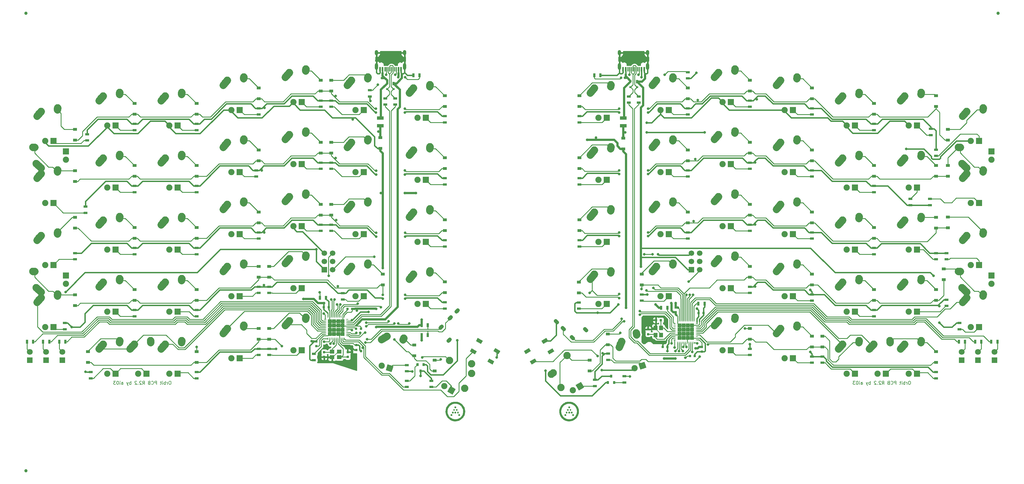
<source format=gbl>
G04 #@! TF.GenerationSoftware,KiCad,Pcbnew,(5.0.0)*
G04 #@! TF.CreationDate,2018-12-12T20:22:31-08:00*
G04 #@! TF.ProjectId,Orbit,4F726269742E6B696361645F70636200,rev?*
G04 #@! TF.SameCoordinates,Original*
G04 #@! TF.FileFunction,Copper,L2,Bot,Signal*
G04 #@! TF.FilePolarity,Positive*
%FSLAX46Y46*%
G04 Gerber Fmt 4.6, Leading zero omitted, Abs format (unit mm)*
G04 Created by KiCad (PCBNEW (5.0.0)) date 12/12/18 20:22:31*
%MOMM*%
%LPD*%
G01*
G04 APERTURE LIST*
G04 #@! TA.AperFunction,NonConductor*
%ADD10C,0.150000*%
G04 #@! TD*
G04 #@! TA.AperFunction,EtchedComponent*
%ADD11C,0.010000*%
G04 #@! TD*
G04 #@! TA.AperFunction,SMDPad,CuDef*
%ADD12R,0.250000X0.700000*%
G04 #@! TD*
G04 #@! TA.AperFunction,SMDPad,CuDef*
%ADD13R,0.700000X0.250000*%
G04 #@! TD*
G04 #@! TA.AperFunction,SMDPad,CuDef*
%ADD14R,1.287500X1.287500*%
G04 #@! TD*
G04 #@! TA.AperFunction,ComponentPad*
%ADD15C,1.200000*%
G04 #@! TD*
G04 #@! TA.AperFunction,Conductor*
%ADD16C,1.200000*%
G04 #@! TD*
G04 #@! TA.AperFunction,SMDPad,CuDef*
%ADD17R,0.700000X1.300000*%
G04 #@! TD*
G04 #@! TA.AperFunction,ComponentPad*
%ADD18C,2.250000*%
G04 #@! TD*
G04 #@! TA.AperFunction,Conductor*
%ADD19C,2.250000*%
G04 #@! TD*
G04 #@! TA.AperFunction,ComponentPad*
%ADD20C,1.905000*%
G04 #@! TD*
G04 #@! TA.AperFunction,ComponentPad*
%ADD21R,1.905000X1.905000*%
G04 #@! TD*
G04 #@! TA.AperFunction,SMDPad,CuDef*
%ADD22R,0.750000X0.800000*%
G04 #@! TD*
G04 #@! TA.AperFunction,SMDPad,CuDef*
%ADD23R,0.600000X1.450000*%
G04 #@! TD*
G04 #@! TA.AperFunction,SMDPad,CuDef*
%ADD24R,0.300000X1.450000*%
G04 #@! TD*
G04 #@! TA.AperFunction,ComponentPad*
%ADD25O,1.000000X2.100000*%
G04 #@! TD*
G04 #@! TA.AperFunction,ComponentPad*
%ADD26O,1.000000X1.600000*%
G04 #@! TD*
G04 #@! TA.AperFunction,ComponentPad*
%ADD27C,1.800000*%
G04 #@! TD*
G04 #@! TA.AperFunction,ComponentPad*
%ADD28R,1.800000X1.800000*%
G04 #@! TD*
G04 #@! TA.AperFunction,SMDPad,CuDef*
%ADD29R,1.200000X0.900000*%
G04 #@! TD*
G04 #@! TA.AperFunction,SMDPad,CuDef*
%ADD30R,0.700000X0.600000*%
G04 #@! TD*
G04 #@! TA.AperFunction,SMDPad,CuDef*
%ADD31R,0.700000X1.000000*%
G04 #@! TD*
G04 #@! TA.AperFunction,SMDPad,CuDef*
%ADD32R,2.030000X1.140000*%
G04 #@! TD*
G04 #@! TA.AperFunction,Conductor*
%ADD33C,0.100000*%
G04 #@! TD*
G04 #@! TA.AperFunction,SMDPad,CuDef*
%ADD34R,1.300000X0.700000*%
G04 #@! TD*
G04 #@! TA.AperFunction,ComponentPad*
%ADD35C,1.700000*%
G04 #@! TD*
G04 #@! TA.AperFunction,ComponentPad*
%ADD36R,1.700000X1.700000*%
G04 #@! TD*
G04 #@! TA.AperFunction,SMDPad,CuDef*
%ADD37R,0.800000X0.900000*%
G04 #@! TD*
G04 #@! TA.AperFunction,SMDPad,CuDef*
%ADD38R,0.800000X0.750000*%
G04 #@! TD*
G04 #@! TA.AperFunction,SMDPad,CuDef*
%ADD39C,1.100000*%
G04 #@! TD*
G04 #@! TA.AperFunction,BGAPad,CuDef*
%ADD40C,1.000000*%
G04 #@! TD*
G04 #@! TA.AperFunction,SMDPad,CuDef*
%ADD41R,1.400000X1.200000*%
G04 #@! TD*
G04 #@! TA.AperFunction,SMDPad,CuDef*
%ADD42R,1.200000X1.400000*%
G04 #@! TD*
G04 #@! TA.AperFunction,ViaPad*
%ADD43C,0.800000*%
G04 #@! TD*
G04 #@! TA.AperFunction,Conductor*
%ADD44C,0.381000*%
G04 #@! TD*
G04 #@! TA.AperFunction,Conductor*
%ADD45C,0.635000*%
G04 #@! TD*
G04 #@! TA.AperFunction,Conductor*
%ADD46C,0.254000*%
G04 #@! TD*
G04 #@! TA.AperFunction,Conductor*
%ADD47C,0.203200*%
G04 #@! TD*
G04 APERTURE END LIST*
D10*
X76833928Y-128833630D02*
X76643452Y-128833630D01*
X76548214Y-128881250D01*
X76452976Y-128976488D01*
X76405357Y-129166964D01*
X76405357Y-129500297D01*
X76452976Y-129690773D01*
X76548214Y-129786011D01*
X76643452Y-129833630D01*
X76833928Y-129833630D01*
X76929166Y-129786011D01*
X77024404Y-129690773D01*
X77072023Y-129500297D01*
X77072023Y-129166964D01*
X77024404Y-128976488D01*
X76929166Y-128881250D01*
X76833928Y-128833630D01*
X75976785Y-129833630D02*
X75976785Y-129166964D01*
X75976785Y-129357440D02*
X75929166Y-129262202D01*
X75881547Y-129214583D01*
X75786309Y-129166964D01*
X75691071Y-129166964D01*
X75357738Y-129833630D02*
X75357738Y-128833630D01*
X75357738Y-129214583D02*
X75262500Y-129166964D01*
X75072023Y-129166964D01*
X74976785Y-129214583D01*
X74929166Y-129262202D01*
X74881547Y-129357440D01*
X74881547Y-129643154D01*
X74929166Y-129738392D01*
X74976785Y-129786011D01*
X75072023Y-129833630D01*
X75262500Y-129833630D01*
X75357738Y-129786011D01*
X74452976Y-129833630D02*
X74452976Y-129166964D01*
X74452976Y-128833630D02*
X74500595Y-128881250D01*
X74452976Y-128928869D01*
X74405357Y-128881250D01*
X74452976Y-128833630D01*
X74452976Y-128928869D01*
X74119642Y-129166964D02*
X73738690Y-129166964D01*
X73976785Y-128833630D02*
X73976785Y-129690773D01*
X73929166Y-129786011D01*
X73833928Y-129833630D01*
X73738690Y-129833630D01*
X72643452Y-129833630D02*
X72643452Y-128833630D01*
X72262500Y-128833630D01*
X72167261Y-128881250D01*
X72119642Y-128928869D01*
X72072023Y-129024107D01*
X72072023Y-129166964D01*
X72119642Y-129262202D01*
X72167261Y-129309821D01*
X72262500Y-129357440D01*
X72643452Y-129357440D01*
X71072023Y-129738392D02*
X71119642Y-129786011D01*
X71262500Y-129833630D01*
X71357738Y-129833630D01*
X71500595Y-129786011D01*
X71595833Y-129690773D01*
X71643452Y-129595535D01*
X71691071Y-129405059D01*
X71691071Y-129262202D01*
X71643452Y-129071726D01*
X71595833Y-128976488D01*
X71500595Y-128881250D01*
X71357738Y-128833630D01*
X71262500Y-128833630D01*
X71119642Y-128881250D01*
X71072023Y-128928869D01*
X70310119Y-129309821D02*
X70167261Y-129357440D01*
X70119642Y-129405059D01*
X70072023Y-129500297D01*
X70072023Y-129643154D01*
X70119642Y-129738392D01*
X70167261Y-129786011D01*
X70262500Y-129833630D01*
X70643452Y-129833630D01*
X70643452Y-128833630D01*
X70310119Y-128833630D01*
X70214880Y-128881250D01*
X70167261Y-128928869D01*
X70119642Y-129024107D01*
X70119642Y-129119345D01*
X70167261Y-129214583D01*
X70214880Y-129262202D01*
X70310119Y-129309821D01*
X70643452Y-129309821D01*
X68310119Y-129833630D02*
X68643452Y-129357440D01*
X68881547Y-129833630D02*
X68881547Y-128833630D01*
X68500595Y-128833630D01*
X68405357Y-128881250D01*
X68357738Y-128928869D01*
X68310119Y-129024107D01*
X68310119Y-129166964D01*
X68357738Y-129262202D01*
X68405357Y-129309821D01*
X68500595Y-129357440D01*
X68881547Y-129357440D01*
X67929166Y-128928869D02*
X67881547Y-128881250D01*
X67786309Y-128833630D01*
X67548214Y-128833630D01*
X67452976Y-128881250D01*
X67405357Y-128928869D01*
X67357738Y-129024107D01*
X67357738Y-129119345D01*
X67405357Y-129262202D01*
X67976785Y-129833630D01*
X67357738Y-129833630D01*
X66929166Y-129738392D02*
X66881547Y-129786011D01*
X66929166Y-129833630D01*
X66976785Y-129786011D01*
X66929166Y-129738392D01*
X66929166Y-129833630D01*
X66500595Y-128928869D02*
X66452976Y-128881250D01*
X66357738Y-128833630D01*
X66119642Y-128833630D01*
X66024404Y-128881250D01*
X65976785Y-128928869D01*
X65929166Y-129024107D01*
X65929166Y-129119345D01*
X65976785Y-129262202D01*
X66548214Y-129833630D01*
X65929166Y-129833630D01*
X64738690Y-129833630D02*
X64738690Y-128833630D01*
X64738690Y-129214583D02*
X64643452Y-129166964D01*
X64452976Y-129166964D01*
X64357738Y-129214583D01*
X64310119Y-129262202D01*
X64262500Y-129357440D01*
X64262500Y-129643154D01*
X64310119Y-129738392D01*
X64357738Y-129786011D01*
X64452976Y-129833630D01*
X64643452Y-129833630D01*
X64738690Y-129786011D01*
X63929166Y-129166964D02*
X63691071Y-129833630D01*
X63452976Y-129166964D02*
X63691071Y-129833630D01*
X63786309Y-130071726D01*
X63833928Y-130119345D01*
X63929166Y-130166964D01*
X61881547Y-129833630D02*
X61881547Y-129309821D01*
X61929166Y-129214583D01*
X62024404Y-129166964D01*
X62214880Y-129166964D01*
X62310119Y-129214583D01*
X61881547Y-129786011D02*
X61976785Y-129833630D01*
X62214880Y-129833630D01*
X62310119Y-129786011D01*
X62357738Y-129690773D01*
X62357738Y-129595535D01*
X62310119Y-129500297D01*
X62214880Y-129452678D01*
X61976785Y-129452678D01*
X61881547Y-129405059D01*
X61405357Y-129833630D02*
X61405357Y-129166964D01*
X61405357Y-128833630D02*
X61452976Y-128881250D01*
X61405357Y-128928869D01*
X61357738Y-128881250D01*
X61405357Y-128833630D01*
X61405357Y-128928869D01*
X60738690Y-128833630D02*
X60643452Y-128833630D01*
X60548214Y-128881250D01*
X60500595Y-128928869D01*
X60452976Y-129024107D01*
X60405357Y-129214583D01*
X60405357Y-129452678D01*
X60452976Y-129643154D01*
X60500595Y-129738392D01*
X60548214Y-129786011D01*
X60643452Y-129833630D01*
X60738690Y-129833630D01*
X60833928Y-129786011D01*
X60881547Y-129738392D01*
X60929166Y-129643154D01*
X60976785Y-129452678D01*
X60976785Y-129214583D01*
X60929166Y-129024107D01*
X60881547Y-128928869D01*
X60833928Y-128881250D01*
X60738690Y-128833630D01*
X60072023Y-128833630D02*
X59452976Y-128833630D01*
X59786309Y-129214583D01*
X59643452Y-129214583D01*
X59548214Y-129262202D01*
X59500595Y-129309821D01*
X59452976Y-129405059D01*
X59452976Y-129643154D01*
X59500595Y-129738392D01*
X59548214Y-129786011D01*
X59643452Y-129833630D01*
X59929166Y-129833630D01*
X60024404Y-129786011D01*
X60072023Y-129738392D01*
X303846428Y-128833630D02*
X303655952Y-128833630D01*
X303560714Y-128881250D01*
X303465476Y-128976488D01*
X303417857Y-129166964D01*
X303417857Y-129500297D01*
X303465476Y-129690773D01*
X303560714Y-129786011D01*
X303655952Y-129833630D01*
X303846428Y-129833630D01*
X303941666Y-129786011D01*
X304036904Y-129690773D01*
X304084523Y-129500297D01*
X304084523Y-129166964D01*
X304036904Y-128976488D01*
X303941666Y-128881250D01*
X303846428Y-128833630D01*
X302989285Y-129833630D02*
X302989285Y-129166964D01*
X302989285Y-129357440D02*
X302941666Y-129262202D01*
X302894047Y-129214583D01*
X302798809Y-129166964D01*
X302703571Y-129166964D01*
X302370238Y-129833630D02*
X302370238Y-128833630D01*
X302370238Y-129214583D02*
X302275000Y-129166964D01*
X302084523Y-129166964D01*
X301989285Y-129214583D01*
X301941666Y-129262202D01*
X301894047Y-129357440D01*
X301894047Y-129643154D01*
X301941666Y-129738392D01*
X301989285Y-129786011D01*
X302084523Y-129833630D01*
X302275000Y-129833630D01*
X302370238Y-129786011D01*
X301465476Y-129833630D02*
X301465476Y-129166964D01*
X301465476Y-128833630D02*
X301513095Y-128881250D01*
X301465476Y-128928869D01*
X301417857Y-128881250D01*
X301465476Y-128833630D01*
X301465476Y-128928869D01*
X301132142Y-129166964D02*
X300751190Y-129166964D01*
X300989285Y-128833630D02*
X300989285Y-129690773D01*
X300941666Y-129786011D01*
X300846428Y-129833630D01*
X300751190Y-129833630D01*
X299655952Y-129833630D02*
X299655952Y-128833630D01*
X299275000Y-128833630D01*
X299179761Y-128881250D01*
X299132142Y-128928869D01*
X299084523Y-129024107D01*
X299084523Y-129166964D01*
X299132142Y-129262202D01*
X299179761Y-129309821D01*
X299275000Y-129357440D01*
X299655952Y-129357440D01*
X298084523Y-129738392D02*
X298132142Y-129786011D01*
X298275000Y-129833630D01*
X298370238Y-129833630D01*
X298513095Y-129786011D01*
X298608333Y-129690773D01*
X298655952Y-129595535D01*
X298703571Y-129405059D01*
X298703571Y-129262202D01*
X298655952Y-129071726D01*
X298608333Y-128976488D01*
X298513095Y-128881250D01*
X298370238Y-128833630D01*
X298275000Y-128833630D01*
X298132142Y-128881250D01*
X298084523Y-128928869D01*
X297322619Y-129309821D02*
X297179761Y-129357440D01*
X297132142Y-129405059D01*
X297084523Y-129500297D01*
X297084523Y-129643154D01*
X297132142Y-129738392D01*
X297179761Y-129786011D01*
X297275000Y-129833630D01*
X297655952Y-129833630D01*
X297655952Y-128833630D01*
X297322619Y-128833630D01*
X297227380Y-128881250D01*
X297179761Y-128928869D01*
X297132142Y-129024107D01*
X297132142Y-129119345D01*
X297179761Y-129214583D01*
X297227380Y-129262202D01*
X297322619Y-129309821D01*
X297655952Y-129309821D01*
X295322619Y-129833630D02*
X295655952Y-129357440D01*
X295894047Y-129833630D02*
X295894047Y-128833630D01*
X295513095Y-128833630D01*
X295417857Y-128881250D01*
X295370238Y-128928869D01*
X295322619Y-129024107D01*
X295322619Y-129166964D01*
X295370238Y-129262202D01*
X295417857Y-129309821D01*
X295513095Y-129357440D01*
X295894047Y-129357440D01*
X294941666Y-128928869D02*
X294894047Y-128881250D01*
X294798809Y-128833630D01*
X294560714Y-128833630D01*
X294465476Y-128881250D01*
X294417857Y-128928869D01*
X294370238Y-129024107D01*
X294370238Y-129119345D01*
X294417857Y-129262202D01*
X294989285Y-129833630D01*
X294370238Y-129833630D01*
X293941666Y-129738392D02*
X293894047Y-129786011D01*
X293941666Y-129833630D01*
X293989285Y-129786011D01*
X293941666Y-129738392D01*
X293941666Y-129833630D01*
X293513095Y-128928869D02*
X293465476Y-128881250D01*
X293370238Y-128833630D01*
X293132142Y-128833630D01*
X293036904Y-128881250D01*
X292989285Y-128928869D01*
X292941666Y-129024107D01*
X292941666Y-129119345D01*
X292989285Y-129262202D01*
X293560714Y-129833630D01*
X292941666Y-129833630D01*
X291751190Y-129833630D02*
X291751190Y-128833630D01*
X291751190Y-129214583D02*
X291655952Y-129166964D01*
X291465476Y-129166964D01*
X291370238Y-129214583D01*
X291322619Y-129262202D01*
X291275000Y-129357440D01*
X291275000Y-129643154D01*
X291322619Y-129738392D01*
X291370238Y-129786011D01*
X291465476Y-129833630D01*
X291655952Y-129833630D01*
X291751190Y-129786011D01*
X290941666Y-129166964D02*
X290703571Y-129833630D01*
X290465476Y-129166964D02*
X290703571Y-129833630D01*
X290798809Y-130071726D01*
X290846428Y-130119345D01*
X290941666Y-130166964D01*
X288894047Y-129833630D02*
X288894047Y-129309821D01*
X288941666Y-129214583D01*
X289036904Y-129166964D01*
X289227380Y-129166964D01*
X289322619Y-129214583D01*
X288894047Y-129786011D02*
X288989285Y-129833630D01*
X289227380Y-129833630D01*
X289322619Y-129786011D01*
X289370238Y-129690773D01*
X289370238Y-129595535D01*
X289322619Y-129500297D01*
X289227380Y-129452678D01*
X288989285Y-129452678D01*
X288894047Y-129405059D01*
X288417857Y-129833630D02*
X288417857Y-129166964D01*
X288417857Y-128833630D02*
X288465476Y-128881250D01*
X288417857Y-128928869D01*
X288370238Y-128881250D01*
X288417857Y-128833630D01*
X288417857Y-128928869D01*
X287751190Y-128833630D02*
X287655952Y-128833630D01*
X287560714Y-128881250D01*
X287513095Y-128928869D01*
X287465476Y-129024107D01*
X287417857Y-129214583D01*
X287417857Y-129452678D01*
X287465476Y-129643154D01*
X287513095Y-129738392D01*
X287560714Y-129786011D01*
X287655952Y-129833630D01*
X287751190Y-129833630D01*
X287846428Y-129786011D01*
X287894047Y-129738392D01*
X287941666Y-129643154D01*
X287989285Y-129452678D01*
X287989285Y-129214583D01*
X287941666Y-129024107D01*
X287894047Y-128928869D01*
X287846428Y-128881250D01*
X287751190Y-128833630D01*
X287084523Y-128833630D02*
X286465476Y-128833630D01*
X286798809Y-129214583D01*
X286655952Y-129214583D01*
X286560714Y-129262202D01*
X286513095Y-129309821D01*
X286465476Y-129405059D01*
X286465476Y-129643154D01*
X286513095Y-129738392D01*
X286560714Y-129786011D01*
X286655952Y-129833630D01*
X286941666Y-129833630D01*
X287036904Y-129786011D01*
X287084523Y-129738392D01*
D11*
G04 #@! TO.C,G\002A\002A\002A*
G36*
X199040750Y-137033000D02*
X199445562Y-137033000D01*
X199445562Y-136628188D01*
X199040750Y-136628188D01*
X199040750Y-137033000D01*
X199040750Y-137033000D01*
G37*
X199040750Y-137033000D02*
X199445562Y-137033000D01*
X199445562Y-136628188D01*
X199040750Y-136628188D01*
X199040750Y-137033000D01*
G36*
X198635937Y-137818813D02*
X199040750Y-137818813D01*
X199040750Y-137437813D01*
X198635937Y-137437813D01*
X198635937Y-137818813D01*
X198635937Y-137818813D01*
G37*
X198635937Y-137818813D02*
X199040750Y-137818813D01*
X199040750Y-137437813D01*
X198635937Y-137437813D01*
X198635937Y-137818813D01*
G36*
X199445562Y-137818813D02*
X199826562Y-137818813D01*
X199826562Y-137437813D01*
X199445562Y-137437813D01*
X199445562Y-137818813D01*
X199445562Y-137818813D01*
G37*
X199445562Y-137818813D02*
X199826562Y-137818813D01*
X199826562Y-137437813D01*
X199445562Y-137437813D01*
X199445562Y-137818813D01*
G36*
X198254937Y-138628438D02*
X198635937Y-138628438D01*
X198635937Y-138223625D01*
X198254937Y-138223625D01*
X198254937Y-138628438D01*
X198254937Y-138628438D01*
G37*
X198254937Y-138628438D02*
X198635937Y-138628438D01*
X198635937Y-138223625D01*
X198254937Y-138223625D01*
X198254937Y-138628438D01*
G36*
X199040750Y-138628438D02*
X199445562Y-138628438D01*
X199445562Y-138223625D01*
X199040750Y-138223625D01*
X199040750Y-138628438D01*
X199040750Y-138628438D01*
G37*
X199040750Y-138628438D02*
X199445562Y-138628438D01*
X199445562Y-138223625D01*
X199040750Y-138223625D01*
X199040750Y-138628438D01*
G36*
X199826562Y-138628438D02*
X200231375Y-138628438D01*
X200231375Y-138223625D01*
X199826562Y-138223625D01*
X199826562Y-138628438D01*
X199826562Y-138628438D01*
G37*
X199826562Y-138628438D02*
X200231375Y-138628438D01*
X200231375Y-138223625D01*
X199826562Y-138223625D01*
X199826562Y-138628438D01*
G36*
X197850125Y-139414250D02*
X198254937Y-139414250D01*
X198254937Y-139009438D01*
X197850125Y-139009438D01*
X197850125Y-139414250D01*
X197850125Y-139414250D01*
G37*
X197850125Y-139414250D02*
X198254937Y-139414250D01*
X198254937Y-139009438D01*
X197850125Y-139009438D01*
X197850125Y-139414250D01*
G36*
X200231375Y-139414250D02*
X200636187Y-139414250D01*
X200636187Y-139009438D01*
X200231375Y-139009438D01*
X200231375Y-139414250D01*
X200231375Y-139414250D01*
G37*
X200231375Y-139414250D02*
X200636187Y-139414250D01*
X200636187Y-139009438D01*
X200231375Y-139009438D01*
X200231375Y-139414250D01*
G36*
X199227281Y-135140545D02*
X199103163Y-135141915D01*
X198991451Y-135146072D01*
X198888858Y-135153419D01*
X198792094Y-135164360D01*
X198697872Y-135179298D01*
X198602903Y-135198637D01*
X198503899Y-135222781D01*
X198458620Y-135234918D01*
X198250073Y-135300156D01*
X198047985Y-135379492D01*
X197853122Y-135472528D01*
X197666251Y-135578868D01*
X197488136Y-135698116D01*
X197335990Y-135816117D01*
X197178322Y-135956842D01*
X197030985Y-136108287D01*
X196894664Y-136269385D01*
X196770042Y-136439067D01*
X196657803Y-136616266D01*
X196558630Y-136799916D01*
X196473208Y-136988947D01*
X196402220Y-137182293D01*
X196353466Y-137350303D01*
X196320395Y-137490289D01*
X196295035Y-137622225D01*
X196276643Y-137751497D01*
X196264475Y-137883493D01*
X196257789Y-138023600D01*
X196257136Y-138049000D01*
X196259855Y-138267297D01*
X196278050Y-138482080D01*
X196311715Y-138693321D01*
X196360844Y-138900989D01*
X196425431Y-139105055D01*
X196489628Y-139268987D01*
X196517711Y-139334252D01*
X196541773Y-139388410D01*
X196563642Y-139435113D01*
X196585143Y-139478013D01*
X196608104Y-139520763D01*
X196634350Y-139567015D01*
X196663475Y-139616656D01*
X196782694Y-139802927D01*
X196912798Y-139977653D01*
X197053921Y-140140965D01*
X197206195Y-140292996D01*
X197369753Y-140433880D01*
X197544726Y-140563748D01*
X197727094Y-140680275D01*
X197779923Y-140711244D01*
X197825836Y-140737221D01*
X197868485Y-140760031D01*
X197911522Y-140781501D01*
X197958599Y-140803457D01*
X198013369Y-140827725D01*
X198074763Y-140854122D01*
X198170996Y-140893669D01*
X198259714Y-140926708D01*
X198346828Y-140955195D01*
X198438252Y-140981089D01*
X198520844Y-141001822D01*
X198685360Y-141037376D01*
X198842455Y-141063053D01*
X198996683Y-141079393D01*
X199152601Y-141086936D01*
X199243156Y-141087513D01*
X199294375Y-141086998D01*
X199342496Y-141086293D01*
X199384376Y-141085460D01*
X199416872Y-141084563D01*
X199436840Y-141083665D01*
X199437625Y-141083609D01*
X199653799Y-141059657D01*
X199866556Y-141020670D01*
X200075037Y-140966967D01*
X200278382Y-140898863D01*
X200475734Y-140816676D01*
X200666232Y-140720725D01*
X200849018Y-140611326D01*
X200999974Y-140506296D01*
X201172901Y-140367949D01*
X201333585Y-140219588D01*
X201481799Y-140061539D01*
X201617321Y-139894132D01*
X201739926Y-139717694D01*
X201849389Y-139532552D01*
X201945487Y-139339035D01*
X202027994Y-139137471D01*
X202096687Y-138928188D01*
X202108832Y-138885130D01*
X202135198Y-138783335D01*
X202156583Y-138687011D01*
X202173391Y-138592867D01*
X202186025Y-138497617D01*
X202194890Y-138397970D01*
X202200388Y-138290640D01*
X202202924Y-138172336D01*
X202203205Y-138116469D01*
X202202530Y-138061108D01*
X201670456Y-138061108D01*
X201670353Y-138141246D01*
X201668687Y-138220910D01*
X201665491Y-138296037D01*
X201660794Y-138362560D01*
X201657074Y-138398250D01*
X201625200Y-138595548D01*
X201578549Y-138787163D01*
X201517299Y-138972722D01*
X201441631Y-139151849D01*
X201351723Y-139324169D01*
X201247756Y-139489309D01*
X201129909Y-139646893D01*
X200998362Y-139796547D01*
X200976026Y-139819760D01*
X200841792Y-139946834D01*
X200696090Y-140064770D01*
X200541619Y-140171590D01*
X200381081Y-140265316D01*
X200335292Y-140289004D01*
X200260884Y-140325653D01*
X200195643Y-140355872D01*
X200135146Y-140381440D01*
X200074972Y-140404134D01*
X200010699Y-140425733D01*
X199945625Y-140445727D01*
X199756412Y-140495140D01*
X199570661Y-140529591D01*
X199386923Y-140549214D01*
X199203747Y-140554142D01*
X199019686Y-140544511D01*
X198953144Y-140537531D01*
X198765812Y-140508587D01*
X198586231Y-140466778D01*
X198411893Y-140411354D01*
X198240291Y-140341564D01*
X198143334Y-140295366D01*
X197972702Y-140201947D01*
X197813286Y-140098212D01*
X197664328Y-139983474D01*
X197525071Y-139857050D01*
X197394756Y-139718254D01*
X197272626Y-139566403D01*
X197164358Y-139410759D01*
X197139232Y-139369568D01*
X197109909Y-139317440D01*
X197078209Y-139257996D01*
X197045951Y-139194856D01*
X197014957Y-139131640D01*
X196987044Y-139071967D01*
X196964035Y-139019457D01*
X196950597Y-138985625D01*
X196887730Y-138794084D01*
X196840334Y-138601345D01*
X196808450Y-138407950D01*
X196792120Y-138214440D01*
X196791382Y-138021357D01*
X196806278Y-137829242D01*
X196836848Y-137638636D01*
X196846651Y-137592594D01*
X196880300Y-137456301D01*
X196918608Y-137330118D01*
X196963546Y-137208507D01*
X197017087Y-137085932D01*
X197054746Y-137008458D01*
X197148451Y-136839610D01*
X197255276Y-136679173D01*
X197374452Y-136527868D01*
X197505213Y-136386414D01*
X197646790Y-136255531D01*
X197798416Y-136135940D01*
X197959323Y-136028360D01*
X198128743Y-135933511D01*
X198272925Y-135865980D01*
X198444553Y-135799585D01*
X198617107Y-135747587D01*
X198792594Y-135709578D01*
X198973024Y-135685151D01*
X199160405Y-135673897D01*
X199223312Y-135673007D01*
X199421407Y-135679377D01*
X199613035Y-135700022D01*
X199798969Y-135735173D01*
X199979985Y-135785067D01*
X200156856Y-135849935D01*
X200330356Y-135930013D01*
X200501259Y-136025535D01*
X200601956Y-136089744D01*
X200741389Y-136191272D01*
X200875587Y-136305778D01*
X201002909Y-136431339D01*
X201121715Y-136566031D01*
X201230364Y-136707931D01*
X201327215Y-136855115D01*
X201410628Y-137005661D01*
X201445424Y-137078580D01*
X201506827Y-137223439D01*
X201557058Y-137362678D01*
X201597315Y-137500626D01*
X201628794Y-137641614D01*
X201652694Y-137789971D01*
X201661095Y-137858500D01*
X201665858Y-137915670D01*
X201668968Y-137984561D01*
X201670456Y-138061108D01*
X202202530Y-138061108D01*
X202201460Y-137973473D01*
X202195586Y-137842606D01*
X202185012Y-137720525D01*
X202169165Y-137603885D01*
X202147473Y-137489344D01*
X202119363Y-137373559D01*
X202084264Y-137253187D01*
X202041603Y-137124884D01*
X202025909Y-137080625D01*
X201947524Y-136885906D01*
X201854684Y-136697572D01*
X201747578Y-136515885D01*
X201626398Y-136341108D01*
X201491333Y-136173503D01*
X201342576Y-136013333D01*
X201180317Y-135860860D01*
X201073479Y-135770679D01*
X200987650Y-135705186D01*
X200890111Y-135637860D01*
X200784502Y-135570912D01*
X200674464Y-135506555D01*
X200563637Y-135447000D01*
X200455661Y-135394458D01*
X200449656Y-135391715D01*
X200379696Y-135361842D01*
X200298515Y-135330456D01*
X200210483Y-135299036D01*
X200119971Y-135269062D01*
X200031349Y-135242011D01*
X199948986Y-135219364D01*
X199917100Y-135211471D01*
X199823875Y-135190703D01*
X199734901Y-135174043D01*
X199646897Y-135161152D01*
X199556581Y-135151695D01*
X199460672Y-135145332D01*
X199355890Y-135141728D01*
X199238955Y-135140544D01*
X199227281Y-135140545D01*
X199227281Y-135140545D01*
G37*
X199227281Y-135140545D02*
X199103163Y-135141915D01*
X198991451Y-135146072D01*
X198888858Y-135153419D01*
X198792094Y-135164360D01*
X198697872Y-135179298D01*
X198602903Y-135198637D01*
X198503899Y-135222781D01*
X198458620Y-135234918D01*
X198250073Y-135300156D01*
X198047985Y-135379492D01*
X197853122Y-135472528D01*
X197666251Y-135578868D01*
X197488136Y-135698116D01*
X197335990Y-135816117D01*
X197178322Y-135956842D01*
X197030985Y-136108287D01*
X196894664Y-136269385D01*
X196770042Y-136439067D01*
X196657803Y-136616266D01*
X196558630Y-136799916D01*
X196473208Y-136988947D01*
X196402220Y-137182293D01*
X196353466Y-137350303D01*
X196320395Y-137490289D01*
X196295035Y-137622225D01*
X196276643Y-137751497D01*
X196264475Y-137883493D01*
X196257789Y-138023600D01*
X196257136Y-138049000D01*
X196259855Y-138267297D01*
X196278050Y-138482080D01*
X196311715Y-138693321D01*
X196360844Y-138900989D01*
X196425431Y-139105055D01*
X196489628Y-139268987D01*
X196517711Y-139334252D01*
X196541773Y-139388410D01*
X196563642Y-139435113D01*
X196585143Y-139478013D01*
X196608104Y-139520763D01*
X196634350Y-139567015D01*
X196663475Y-139616656D01*
X196782694Y-139802927D01*
X196912798Y-139977653D01*
X197053921Y-140140965D01*
X197206195Y-140292996D01*
X197369753Y-140433880D01*
X197544726Y-140563748D01*
X197727094Y-140680275D01*
X197779923Y-140711244D01*
X197825836Y-140737221D01*
X197868485Y-140760031D01*
X197911522Y-140781501D01*
X197958599Y-140803457D01*
X198013369Y-140827725D01*
X198074763Y-140854122D01*
X198170996Y-140893669D01*
X198259714Y-140926708D01*
X198346828Y-140955195D01*
X198438252Y-140981089D01*
X198520844Y-141001822D01*
X198685360Y-141037376D01*
X198842455Y-141063053D01*
X198996683Y-141079393D01*
X199152601Y-141086936D01*
X199243156Y-141087513D01*
X199294375Y-141086998D01*
X199342496Y-141086293D01*
X199384376Y-141085460D01*
X199416872Y-141084563D01*
X199436840Y-141083665D01*
X199437625Y-141083609D01*
X199653799Y-141059657D01*
X199866556Y-141020670D01*
X200075037Y-140966967D01*
X200278382Y-140898863D01*
X200475734Y-140816676D01*
X200666232Y-140720725D01*
X200849018Y-140611326D01*
X200999974Y-140506296D01*
X201172901Y-140367949D01*
X201333585Y-140219588D01*
X201481799Y-140061539D01*
X201617321Y-139894132D01*
X201739926Y-139717694D01*
X201849389Y-139532552D01*
X201945487Y-139339035D01*
X202027994Y-139137471D01*
X202096687Y-138928188D01*
X202108832Y-138885130D01*
X202135198Y-138783335D01*
X202156583Y-138687011D01*
X202173391Y-138592867D01*
X202186025Y-138497617D01*
X202194890Y-138397970D01*
X202200388Y-138290640D01*
X202202924Y-138172336D01*
X202203205Y-138116469D01*
X202202530Y-138061108D01*
X201670456Y-138061108D01*
X201670353Y-138141246D01*
X201668687Y-138220910D01*
X201665491Y-138296037D01*
X201660794Y-138362560D01*
X201657074Y-138398250D01*
X201625200Y-138595548D01*
X201578549Y-138787163D01*
X201517299Y-138972722D01*
X201441631Y-139151849D01*
X201351723Y-139324169D01*
X201247756Y-139489309D01*
X201129909Y-139646893D01*
X200998362Y-139796547D01*
X200976026Y-139819760D01*
X200841792Y-139946834D01*
X200696090Y-140064770D01*
X200541619Y-140171590D01*
X200381081Y-140265316D01*
X200335292Y-140289004D01*
X200260884Y-140325653D01*
X200195643Y-140355872D01*
X200135146Y-140381440D01*
X200074972Y-140404134D01*
X200010699Y-140425733D01*
X199945625Y-140445727D01*
X199756412Y-140495140D01*
X199570661Y-140529591D01*
X199386923Y-140549214D01*
X199203747Y-140554142D01*
X199019686Y-140544511D01*
X198953144Y-140537531D01*
X198765812Y-140508587D01*
X198586231Y-140466778D01*
X198411893Y-140411354D01*
X198240291Y-140341564D01*
X198143334Y-140295366D01*
X197972702Y-140201947D01*
X197813286Y-140098212D01*
X197664328Y-139983474D01*
X197525071Y-139857050D01*
X197394756Y-139718254D01*
X197272626Y-139566403D01*
X197164358Y-139410759D01*
X197139232Y-139369568D01*
X197109909Y-139317440D01*
X197078209Y-139257996D01*
X197045951Y-139194856D01*
X197014957Y-139131640D01*
X196987044Y-139071967D01*
X196964035Y-139019457D01*
X196950597Y-138985625D01*
X196887730Y-138794084D01*
X196840334Y-138601345D01*
X196808450Y-138407950D01*
X196792120Y-138214440D01*
X196791382Y-138021357D01*
X196806278Y-137829242D01*
X196836848Y-137638636D01*
X196846651Y-137592594D01*
X196880300Y-137456301D01*
X196918608Y-137330118D01*
X196963546Y-137208507D01*
X197017087Y-137085932D01*
X197054746Y-137008458D01*
X197148451Y-136839610D01*
X197255276Y-136679173D01*
X197374452Y-136527868D01*
X197505213Y-136386414D01*
X197646790Y-136255531D01*
X197798416Y-136135940D01*
X197959323Y-136028360D01*
X198128743Y-135933511D01*
X198272925Y-135865980D01*
X198444553Y-135799585D01*
X198617107Y-135747587D01*
X198792594Y-135709578D01*
X198973024Y-135685151D01*
X199160405Y-135673897D01*
X199223312Y-135673007D01*
X199421407Y-135679377D01*
X199613035Y-135700022D01*
X199798969Y-135735173D01*
X199979985Y-135785067D01*
X200156856Y-135849935D01*
X200330356Y-135930013D01*
X200501259Y-136025535D01*
X200601956Y-136089744D01*
X200741389Y-136191272D01*
X200875587Y-136305778D01*
X201002909Y-136431339D01*
X201121715Y-136566031D01*
X201230364Y-136707931D01*
X201327215Y-136855115D01*
X201410628Y-137005661D01*
X201445424Y-137078580D01*
X201506827Y-137223439D01*
X201557058Y-137362678D01*
X201597315Y-137500626D01*
X201628794Y-137641614D01*
X201652694Y-137789971D01*
X201661095Y-137858500D01*
X201665858Y-137915670D01*
X201668968Y-137984561D01*
X201670456Y-138061108D01*
X202202530Y-138061108D01*
X202201460Y-137973473D01*
X202195586Y-137842606D01*
X202185012Y-137720525D01*
X202169165Y-137603885D01*
X202147473Y-137489344D01*
X202119363Y-137373559D01*
X202084264Y-137253187D01*
X202041603Y-137124884D01*
X202025909Y-137080625D01*
X201947524Y-136885906D01*
X201854684Y-136697572D01*
X201747578Y-136515885D01*
X201626398Y-136341108D01*
X201491333Y-136173503D01*
X201342576Y-136013333D01*
X201180317Y-135860860D01*
X201073479Y-135770679D01*
X200987650Y-135705186D01*
X200890111Y-135637860D01*
X200784502Y-135570912D01*
X200674464Y-135506555D01*
X200563637Y-135447000D01*
X200455661Y-135394458D01*
X200449656Y-135391715D01*
X200379696Y-135361842D01*
X200298515Y-135330456D01*
X200210483Y-135299036D01*
X200119971Y-135269062D01*
X200031349Y-135242011D01*
X199948986Y-135219364D01*
X199917100Y-135211471D01*
X199823875Y-135190703D01*
X199734901Y-135174043D01*
X199646897Y-135161152D01*
X199556581Y-135151695D01*
X199460672Y-135145332D01*
X199355890Y-135141728D01*
X199238955Y-135140544D01*
X199227281Y-135140545D01*
G36*
X164115750Y-137033000D02*
X164520562Y-137033000D01*
X164520562Y-136628188D01*
X164115750Y-136628188D01*
X164115750Y-137033000D01*
X164115750Y-137033000D01*
G37*
X164115750Y-137033000D02*
X164520562Y-137033000D01*
X164520562Y-136628188D01*
X164115750Y-136628188D01*
X164115750Y-137033000D01*
G36*
X163710937Y-137818813D02*
X164115750Y-137818813D01*
X164115750Y-137437813D01*
X163710937Y-137437813D01*
X163710937Y-137818813D01*
X163710937Y-137818813D01*
G37*
X163710937Y-137818813D02*
X164115750Y-137818813D01*
X164115750Y-137437813D01*
X163710937Y-137437813D01*
X163710937Y-137818813D01*
G36*
X164520562Y-137818813D02*
X164901562Y-137818813D01*
X164901562Y-137437813D01*
X164520562Y-137437813D01*
X164520562Y-137818813D01*
X164520562Y-137818813D01*
G37*
X164520562Y-137818813D02*
X164901562Y-137818813D01*
X164901562Y-137437813D01*
X164520562Y-137437813D01*
X164520562Y-137818813D01*
G36*
X163329937Y-138628438D02*
X163710937Y-138628438D01*
X163710937Y-138223625D01*
X163329937Y-138223625D01*
X163329937Y-138628438D01*
X163329937Y-138628438D01*
G37*
X163329937Y-138628438D02*
X163710937Y-138628438D01*
X163710937Y-138223625D01*
X163329937Y-138223625D01*
X163329937Y-138628438D01*
G36*
X164115750Y-138628438D02*
X164520562Y-138628438D01*
X164520562Y-138223625D01*
X164115750Y-138223625D01*
X164115750Y-138628438D01*
X164115750Y-138628438D01*
G37*
X164115750Y-138628438D02*
X164520562Y-138628438D01*
X164520562Y-138223625D01*
X164115750Y-138223625D01*
X164115750Y-138628438D01*
G36*
X164901562Y-138628438D02*
X165306375Y-138628438D01*
X165306375Y-138223625D01*
X164901562Y-138223625D01*
X164901562Y-138628438D01*
X164901562Y-138628438D01*
G37*
X164901562Y-138628438D02*
X165306375Y-138628438D01*
X165306375Y-138223625D01*
X164901562Y-138223625D01*
X164901562Y-138628438D01*
G36*
X162925125Y-139414250D02*
X163329937Y-139414250D01*
X163329937Y-139009438D01*
X162925125Y-139009438D01*
X162925125Y-139414250D01*
X162925125Y-139414250D01*
G37*
X162925125Y-139414250D02*
X163329937Y-139414250D01*
X163329937Y-139009438D01*
X162925125Y-139009438D01*
X162925125Y-139414250D01*
G36*
X165306375Y-139414250D02*
X165711187Y-139414250D01*
X165711187Y-139009438D01*
X165306375Y-139009438D01*
X165306375Y-139414250D01*
X165306375Y-139414250D01*
G37*
X165306375Y-139414250D02*
X165711187Y-139414250D01*
X165711187Y-139009438D01*
X165306375Y-139009438D01*
X165306375Y-139414250D01*
G36*
X164302281Y-135140545D02*
X164178163Y-135141915D01*
X164066451Y-135146072D01*
X163963858Y-135153419D01*
X163867094Y-135164360D01*
X163772872Y-135179298D01*
X163677903Y-135198637D01*
X163578899Y-135222781D01*
X163533620Y-135234918D01*
X163325073Y-135300156D01*
X163122985Y-135379492D01*
X162928122Y-135472528D01*
X162741251Y-135578868D01*
X162563136Y-135698116D01*
X162410990Y-135816117D01*
X162253322Y-135956842D01*
X162105985Y-136108287D01*
X161969664Y-136269385D01*
X161845042Y-136439067D01*
X161732803Y-136616266D01*
X161633630Y-136799916D01*
X161548208Y-136988947D01*
X161477220Y-137182293D01*
X161428466Y-137350303D01*
X161395395Y-137490289D01*
X161370035Y-137622225D01*
X161351643Y-137751497D01*
X161339475Y-137883493D01*
X161332789Y-138023600D01*
X161332136Y-138049000D01*
X161334855Y-138267297D01*
X161353050Y-138482080D01*
X161386715Y-138693321D01*
X161435844Y-138900989D01*
X161500431Y-139105055D01*
X161564628Y-139268987D01*
X161592711Y-139334252D01*
X161616773Y-139388410D01*
X161638642Y-139435113D01*
X161660143Y-139478013D01*
X161683104Y-139520763D01*
X161709350Y-139567015D01*
X161738475Y-139616656D01*
X161857694Y-139802927D01*
X161987798Y-139977653D01*
X162128921Y-140140965D01*
X162281195Y-140292996D01*
X162444753Y-140433880D01*
X162619726Y-140563748D01*
X162802094Y-140680275D01*
X162854923Y-140711244D01*
X162900836Y-140737221D01*
X162943485Y-140760031D01*
X162986522Y-140781501D01*
X163033599Y-140803457D01*
X163088369Y-140827725D01*
X163149763Y-140854122D01*
X163245996Y-140893669D01*
X163334714Y-140926708D01*
X163421828Y-140955195D01*
X163513252Y-140981089D01*
X163595844Y-141001822D01*
X163760360Y-141037376D01*
X163917455Y-141063053D01*
X164071683Y-141079393D01*
X164227601Y-141086936D01*
X164318156Y-141087513D01*
X164369375Y-141086998D01*
X164417496Y-141086293D01*
X164459376Y-141085460D01*
X164491872Y-141084563D01*
X164511840Y-141083665D01*
X164512625Y-141083609D01*
X164728799Y-141059657D01*
X164941556Y-141020670D01*
X165150037Y-140966967D01*
X165353382Y-140898863D01*
X165550734Y-140816676D01*
X165741232Y-140720725D01*
X165924018Y-140611326D01*
X166074974Y-140506296D01*
X166247901Y-140367949D01*
X166408585Y-140219588D01*
X166556799Y-140061539D01*
X166692321Y-139894132D01*
X166814926Y-139717694D01*
X166924389Y-139532552D01*
X167020487Y-139339035D01*
X167102994Y-139137471D01*
X167171687Y-138928188D01*
X167183832Y-138885130D01*
X167210198Y-138783335D01*
X167231583Y-138687011D01*
X167248391Y-138592867D01*
X167261025Y-138497617D01*
X167269890Y-138397970D01*
X167275388Y-138290640D01*
X167277924Y-138172336D01*
X167278205Y-138116469D01*
X167277530Y-138061108D01*
X166745456Y-138061108D01*
X166745353Y-138141246D01*
X166743687Y-138220910D01*
X166740491Y-138296037D01*
X166735794Y-138362560D01*
X166732074Y-138398250D01*
X166700200Y-138595548D01*
X166653549Y-138787163D01*
X166592299Y-138972722D01*
X166516631Y-139151849D01*
X166426723Y-139324169D01*
X166322756Y-139489309D01*
X166204909Y-139646893D01*
X166073362Y-139796547D01*
X166051026Y-139819760D01*
X165916792Y-139946834D01*
X165771090Y-140064770D01*
X165616619Y-140171590D01*
X165456081Y-140265316D01*
X165410292Y-140289004D01*
X165335884Y-140325653D01*
X165270643Y-140355872D01*
X165210146Y-140381440D01*
X165149972Y-140404134D01*
X165085699Y-140425733D01*
X165020625Y-140445727D01*
X164831412Y-140495140D01*
X164645661Y-140529591D01*
X164461923Y-140549214D01*
X164278747Y-140554142D01*
X164094686Y-140544511D01*
X164028144Y-140537531D01*
X163840812Y-140508587D01*
X163661231Y-140466778D01*
X163486893Y-140411354D01*
X163315291Y-140341564D01*
X163218334Y-140295366D01*
X163047702Y-140201947D01*
X162888286Y-140098212D01*
X162739328Y-139983474D01*
X162600071Y-139857050D01*
X162469756Y-139718254D01*
X162347626Y-139566403D01*
X162239358Y-139410759D01*
X162214232Y-139369568D01*
X162184909Y-139317440D01*
X162153209Y-139257996D01*
X162120951Y-139194856D01*
X162089957Y-139131640D01*
X162062044Y-139071967D01*
X162039035Y-139019457D01*
X162025597Y-138985625D01*
X161962730Y-138794084D01*
X161915334Y-138601345D01*
X161883450Y-138407950D01*
X161867120Y-138214440D01*
X161866382Y-138021357D01*
X161881278Y-137829242D01*
X161911848Y-137638636D01*
X161921651Y-137592594D01*
X161955300Y-137456301D01*
X161993608Y-137330118D01*
X162038546Y-137208507D01*
X162092087Y-137085932D01*
X162129746Y-137008458D01*
X162223451Y-136839610D01*
X162330276Y-136679173D01*
X162449452Y-136527868D01*
X162580213Y-136386414D01*
X162721790Y-136255531D01*
X162873416Y-136135940D01*
X163034323Y-136028360D01*
X163203743Y-135933511D01*
X163347925Y-135865980D01*
X163519553Y-135799585D01*
X163692107Y-135747587D01*
X163867594Y-135709578D01*
X164048024Y-135685151D01*
X164235405Y-135673897D01*
X164298312Y-135673007D01*
X164496407Y-135679377D01*
X164688035Y-135700022D01*
X164873969Y-135735173D01*
X165054985Y-135785067D01*
X165231856Y-135849935D01*
X165405356Y-135930013D01*
X165576259Y-136025535D01*
X165676956Y-136089744D01*
X165816389Y-136191272D01*
X165950587Y-136305778D01*
X166077909Y-136431339D01*
X166196715Y-136566031D01*
X166305364Y-136707931D01*
X166402215Y-136855115D01*
X166485628Y-137005661D01*
X166520424Y-137078580D01*
X166581827Y-137223439D01*
X166632058Y-137362678D01*
X166672315Y-137500626D01*
X166703794Y-137641614D01*
X166727694Y-137789971D01*
X166736095Y-137858500D01*
X166740858Y-137915670D01*
X166743968Y-137984561D01*
X166745456Y-138061108D01*
X167277530Y-138061108D01*
X167276460Y-137973473D01*
X167270586Y-137842606D01*
X167260012Y-137720525D01*
X167244165Y-137603885D01*
X167222473Y-137489344D01*
X167194363Y-137373559D01*
X167159264Y-137253187D01*
X167116603Y-137124884D01*
X167100909Y-137080625D01*
X167022524Y-136885906D01*
X166929684Y-136697572D01*
X166822578Y-136515885D01*
X166701398Y-136341108D01*
X166566333Y-136173503D01*
X166417576Y-136013333D01*
X166255317Y-135860860D01*
X166148479Y-135770679D01*
X166062650Y-135705186D01*
X165965111Y-135637860D01*
X165859502Y-135570912D01*
X165749464Y-135506555D01*
X165638637Y-135447000D01*
X165530661Y-135394458D01*
X165524656Y-135391715D01*
X165454696Y-135361842D01*
X165373515Y-135330456D01*
X165285483Y-135299036D01*
X165194971Y-135269062D01*
X165106349Y-135242011D01*
X165023986Y-135219364D01*
X164992100Y-135211471D01*
X164898875Y-135190703D01*
X164809901Y-135174043D01*
X164721897Y-135161152D01*
X164631581Y-135151695D01*
X164535672Y-135145332D01*
X164430890Y-135141728D01*
X164313955Y-135140544D01*
X164302281Y-135140545D01*
X164302281Y-135140545D01*
G37*
X164302281Y-135140545D02*
X164178163Y-135141915D01*
X164066451Y-135146072D01*
X163963858Y-135153419D01*
X163867094Y-135164360D01*
X163772872Y-135179298D01*
X163677903Y-135198637D01*
X163578899Y-135222781D01*
X163533620Y-135234918D01*
X163325073Y-135300156D01*
X163122985Y-135379492D01*
X162928122Y-135472528D01*
X162741251Y-135578868D01*
X162563136Y-135698116D01*
X162410990Y-135816117D01*
X162253322Y-135956842D01*
X162105985Y-136108287D01*
X161969664Y-136269385D01*
X161845042Y-136439067D01*
X161732803Y-136616266D01*
X161633630Y-136799916D01*
X161548208Y-136988947D01*
X161477220Y-137182293D01*
X161428466Y-137350303D01*
X161395395Y-137490289D01*
X161370035Y-137622225D01*
X161351643Y-137751497D01*
X161339475Y-137883493D01*
X161332789Y-138023600D01*
X161332136Y-138049000D01*
X161334855Y-138267297D01*
X161353050Y-138482080D01*
X161386715Y-138693321D01*
X161435844Y-138900989D01*
X161500431Y-139105055D01*
X161564628Y-139268987D01*
X161592711Y-139334252D01*
X161616773Y-139388410D01*
X161638642Y-139435113D01*
X161660143Y-139478013D01*
X161683104Y-139520763D01*
X161709350Y-139567015D01*
X161738475Y-139616656D01*
X161857694Y-139802927D01*
X161987798Y-139977653D01*
X162128921Y-140140965D01*
X162281195Y-140292996D01*
X162444753Y-140433880D01*
X162619726Y-140563748D01*
X162802094Y-140680275D01*
X162854923Y-140711244D01*
X162900836Y-140737221D01*
X162943485Y-140760031D01*
X162986522Y-140781501D01*
X163033599Y-140803457D01*
X163088369Y-140827725D01*
X163149763Y-140854122D01*
X163245996Y-140893669D01*
X163334714Y-140926708D01*
X163421828Y-140955195D01*
X163513252Y-140981089D01*
X163595844Y-141001822D01*
X163760360Y-141037376D01*
X163917455Y-141063053D01*
X164071683Y-141079393D01*
X164227601Y-141086936D01*
X164318156Y-141087513D01*
X164369375Y-141086998D01*
X164417496Y-141086293D01*
X164459376Y-141085460D01*
X164491872Y-141084563D01*
X164511840Y-141083665D01*
X164512625Y-141083609D01*
X164728799Y-141059657D01*
X164941556Y-141020670D01*
X165150037Y-140966967D01*
X165353382Y-140898863D01*
X165550734Y-140816676D01*
X165741232Y-140720725D01*
X165924018Y-140611326D01*
X166074974Y-140506296D01*
X166247901Y-140367949D01*
X166408585Y-140219588D01*
X166556799Y-140061539D01*
X166692321Y-139894132D01*
X166814926Y-139717694D01*
X166924389Y-139532552D01*
X167020487Y-139339035D01*
X167102994Y-139137471D01*
X167171687Y-138928188D01*
X167183832Y-138885130D01*
X167210198Y-138783335D01*
X167231583Y-138687011D01*
X167248391Y-138592867D01*
X167261025Y-138497617D01*
X167269890Y-138397970D01*
X167275388Y-138290640D01*
X167277924Y-138172336D01*
X167278205Y-138116469D01*
X167277530Y-138061108D01*
X166745456Y-138061108D01*
X166745353Y-138141246D01*
X166743687Y-138220910D01*
X166740491Y-138296037D01*
X166735794Y-138362560D01*
X166732074Y-138398250D01*
X166700200Y-138595548D01*
X166653549Y-138787163D01*
X166592299Y-138972722D01*
X166516631Y-139151849D01*
X166426723Y-139324169D01*
X166322756Y-139489309D01*
X166204909Y-139646893D01*
X166073362Y-139796547D01*
X166051026Y-139819760D01*
X165916792Y-139946834D01*
X165771090Y-140064770D01*
X165616619Y-140171590D01*
X165456081Y-140265316D01*
X165410292Y-140289004D01*
X165335884Y-140325653D01*
X165270643Y-140355872D01*
X165210146Y-140381440D01*
X165149972Y-140404134D01*
X165085699Y-140425733D01*
X165020625Y-140445727D01*
X164831412Y-140495140D01*
X164645661Y-140529591D01*
X164461923Y-140549214D01*
X164278747Y-140554142D01*
X164094686Y-140544511D01*
X164028144Y-140537531D01*
X163840812Y-140508587D01*
X163661231Y-140466778D01*
X163486893Y-140411354D01*
X163315291Y-140341564D01*
X163218334Y-140295366D01*
X163047702Y-140201947D01*
X162888286Y-140098212D01*
X162739328Y-139983474D01*
X162600071Y-139857050D01*
X162469756Y-139718254D01*
X162347626Y-139566403D01*
X162239358Y-139410759D01*
X162214232Y-139369568D01*
X162184909Y-139317440D01*
X162153209Y-139257996D01*
X162120951Y-139194856D01*
X162089957Y-139131640D01*
X162062044Y-139071967D01*
X162039035Y-139019457D01*
X162025597Y-138985625D01*
X161962730Y-138794084D01*
X161915334Y-138601345D01*
X161883450Y-138407950D01*
X161867120Y-138214440D01*
X161866382Y-138021357D01*
X161881278Y-137829242D01*
X161911848Y-137638636D01*
X161921651Y-137592594D01*
X161955300Y-137456301D01*
X161993608Y-137330118D01*
X162038546Y-137208507D01*
X162092087Y-137085932D01*
X162129746Y-137008458D01*
X162223451Y-136839610D01*
X162330276Y-136679173D01*
X162449452Y-136527868D01*
X162580213Y-136386414D01*
X162721790Y-136255531D01*
X162873416Y-136135940D01*
X163034323Y-136028360D01*
X163203743Y-135933511D01*
X163347925Y-135865980D01*
X163519553Y-135799585D01*
X163692107Y-135747587D01*
X163867594Y-135709578D01*
X164048024Y-135685151D01*
X164235405Y-135673897D01*
X164298312Y-135673007D01*
X164496407Y-135679377D01*
X164688035Y-135700022D01*
X164873969Y-135735173D01*
X165054985Y-135785067D01*
X165231856Y-135849935D01*
X165405356Y-135930013D01*
X165576259Y-136025535D01*
X165676956Y-136089744D01*
X165816389Y-136191272D01*
X165950587Y-136305778D01*
X166077909Y-136431339D01*
X166196715Y-136566031D01*
X166305364Y-136707931D01*
X166402215Y-136855115D01*
X166485628Y-137005661D01*
X166520424Y-137078580D01*
X166581827Y-137223439D01*
X166632058Y-137362678D01*
X166672315Y-137500626D01*
X166703794Y-137641614D01*
X166727694Y-137789971D01*
X166736095Y-137858500D01*
X166740858Y-137915670D01*
X166743968Y-137984561D01*
X166745456Y-138061108D01*
X167277530Y-138061108D01*
X167276460Y-137973473D01*
X167270586Y-137842606D01*
X167260012Y-137720525D01*
X167244165Y-137603885D01*
X167222473Y-137489344D01*
X167194363Y-137373559D01*
X167159264Y-137253187D01*
X167116603Y-137124884D01*
X167100909Y-137080625D01*
X167022524Y-136885906D01*
X166929684Y-136697572D01*
X166822578Y-136515885D01*
X166701398Y-136341108D01*
X166566333Y-136173503D01*
X166417576Y-136013333D01*
X166255317Y-135860860D01*
X166148479Y-135770679D01*
X166062650Y-135705186D01*
X165965111Y-135637860D01*
X165859502Y-135570912D01*
X165749464Y-135506555D01*
X165638637Y-135447000D01*
X165530661Y-135394458D01*
X165524656Y-135391715D01*
X165454696Y-135361842D01*
X165373515Y-135330456D01*
X165285483Y-135299036D01*
X165194971Y-135269062D01*
X165106349Y-135242011D01*
X165023986Y-135219364D01*
X164992100Y-135211471D01*
X164898875Y-135190703D01*
X164809901Y-135174043D01*
X164721897Y-135161152D01*
X164631581Y-135151695D01*
X164535672Y-135145332D01*
X164430890Y-135141728D01*
X164313955Y-135140544D01*
X164302281Y-135140545D01*
G04 #@! TD*
D12*
G04 #@! TO.P,U3,1*
G04 #@! TO.N,ROW4-R*
X237568250Y-117028211D03*
G04 #@! TO.P,U3,2*
G04 #@! TO.N,VDC*
X237068250Y-117028211D03*
G04 #@! TO.P,U3,3*
G04 #@! TO.N,D--R*
X236568250Y-117028211D03*
G04 #@! TO.P,U3,4*
G04 #@! TO.N,D+-R*
X236068250Y-117028211D03*
G04 #@! TO.P,U3,5*
G04 #@! TO.N,GNDA*
X235568250Y-117028211D03*
G04 #@! TO.P,U3,6*
G04 #@! TO.N,Net-(C10-Pad1)*
X235068250Y-117028211D03*
G04 #@! TO.P,U3,7*
G04 #@! TO.N,VDC*
X234568250Y-117028211D03*
G04 #@! TO.P,U3,8*
G04 #@! TO.N,Net-(U3-Pad8)*
X234068250Y-117028211D03*
G04 #@! TO.P,U3,9*
G04 #@! TO.N,SCK-R*
X233568250Y-117028211D03*
G04 #@! TO.P,U3,10*
G04 #@! TO.N,MOSI-R*
X233068250Y-117028211D03*
G04 #@! TO.P,U3,11*
G04 #@! TO.N,MISO-R*
X232568250Y-117028211D03*
D13*
G04 #@! TO.P,U3,12*
G04 #@! TO.N,LEDPWM-R*
X231668250Y-116128211D03*
G04 #@! TO.P,U3,13*
G04 #@! TO.N,RESET-R*
X231668250Y-115628211D03*
G04 #@! TO.P,U3,14*
G04 #@! TO.N,+5VA*
X231668250Y-115128211D03*
G04 #@! TO.P,U3,15*
G04 #@! TO.N,GNDA*
X231668250Y-114628211D03*
G04 #@! TO.P,U3,16*
G04 #@! TO.N,Net-(C9-Pad1)*
X231668250Y-114128211D03*
G04 #@! TO.P,U3,17*
G04 #@! TO.N,Net-(C8-Pad1)*
X231668250Y-113628211D03*
G04 #@! TO.P,U3,18*
G04 #@! TO.N,SCL-R*
X231668250Y-113128211D03*
G04 #@! TO.P,U3,19*
G04 #@! TO.N,SDA-R*
X231668250Y-112628211D03*
G04 #@! TO.P,U3,20*
G04 #@! TO.N,Net-(U3-Pad20)*
X231668250Y-112128211D03*
G04 #@! TO.P,U3,21*
G04 #@! TO.N,Net-(U3-Pad21)*
X231668250Y-111628211D03*
G04 #@! TO.P,U3,22*
G04 #@! TO.N,HDETECT-R*
X231668250Y-111128211D03*
D12*
G04 #@! TO.P,U3,23*
G04 #@! TO.N,GNDA*
X232568250Y-110228211D03*
G04 #@! TO.P,U3,24*
G04 #@! TO.N,+5VA*
X233068250Y-110228211D03*
G04 #@! TO.P,U3,25*
G04 #@! TO.N,COL0-R*
X233568250Y-110228211D03*
G04 #@! TO.P,U3,26*
G04 #@! TO.N,COL1-R*
X234068250Y-110228211D03*
G04 #@! TO.P,U3,27*
G04 #@! TO.N,ROW3-R*
X234568250Y-110228211D03*
G04 #@! TO.P,U3,28*
G04 #@! TO.N,ROW2-R*
X235068250Y-110228211D03*
G04 #@! TO.P,U3,29*
G04 #@! TO.N,ROW1-R*
X235568250Y-110228211D03*
G04 #@! TO.P,U3,30*
G04 #@! TO.N,ROW0-R*
X236068250Y-110228211D03*
G04 #@! TO.P,U3,31*
G04 #@! TO.N,COL6-R*
X236568250Y-110228211D03*
G04 #@! TO.P,U3,32*
G04 #@! TO.N,LEDIND-3-R*
X237068250Y-110228211D03*
G04 #@! TO.P,U3,33*
G04 #@! TO.N,Net-(R67-Pad2)*
X237568250Y-110228211D03*
D13*
G04 #@! TO.P,U3,34*
G04 #@! TO.N,+5VA*
X238468250Y-111128211D03*
G04 #@! TO.P,U3,35*
G04 #@! TO.N,GNDA*
X238468250Y-111628211D03*
G04 #@! TO.P,U3,36*
G04 #@! TO.N,LEDIND-2-R*
X238468250Y-112128211D03*
G04 #@! TO.P,U3,37*
G04 #@! TO.N,LEDIND-1-R*
X238468250Y-112628211D03*
G04 #@! TO.P,U3,38*
G04 #@! TO.N,COL5-R*
X238468250Y-113128211D03*
G04 #@! TO.P,U3,39*
G04 #@! TO.N,COL4-R*
X238468250Y-113628211D03*
G04 #@! TO.P,U3,40*
G04 #@! TO.N,COL2-R*
X238468250Y-114128211D03*
G04 #@! TO.P,U3,41*
G04 #@! TO.N,COL3-R*
X238468250Y-114628211D03*
G04 #@! TO.P,U3,42*
G04 #@! TO.N,Net-(U3-Pad42)*
X238468250Y-115128211D03*
G04 #@! TO.P,U3,43*
G04 #@! TO.N,GNDA*
X238468250Y-115628211D03*
G04 #@! TO.P,U3,44*
G04 #@! TO.N,+5VA*
X238468250Y-116128211D03*
D14*
G04 #@! TO.P,U3,45*
G04 #@! TO.N,GNDA*
X233137000Y-111696961D03*
X234424500Y-111696961D03*
X235712000Y-111696961D03*
X236999500Y-111696961D03*
X233137000Y-112984461D03*
X234424500Y-112984461D03*
X235712000Y-112984461D03*
X236999500Y-112984461D03*
X233137000Y-114271961D03*
X234424500Y-114271961D03*
X235712000Y-114271961D03*
X236999500Y-114271961D03*
X233137000Y-115559461D03*
X234424500Y-115559461D03*
X235712000Y-115559461D03*
X236999500Y-115559461D03*
G04 #@! TD*
D15*
G04 #@! TO.P,J1,4*
G04 #@! TO.N,+5V*
X162444039Y-116271652D03*
D16*
G04 #@! TD*
G04 #@! TO.N,+5V*
G04 #@! TO.C,J1*
X162656171Y-116059520D02*
X162231907Y-116483784D01*
D15*
G04 #@! TO.P,J1,3*
G04 #@! TO.N,SDA*
X159969165Y-112241144D03*
D16*
G04 #@! TD*
G04 #@! TO.N,SDA*
G04 #@! TO.C,J1*
X160181297Y-112029012D02*
X159757033Y-112453276D01*
D15*
G04 #@! TO.P,J1,2*
G04 #@! TO.N,SCL*
X162797592Y-109412716D03*
D16*
G04 #@! TD*
G04 #@! TO.N,SCL*
G04 #@! TO.C,J1*
X163009724Y-109200584D02*
X162585460Y-109624848D01*
D15*
G04 #@! TO.P,J1,1*
G04 #@! TO.N,GND*
X164918913Y-107291396D03*
D16*
G04 #@! TD*
G04 #@! TO.N,GND*
G04 #@! TO.C,J1*
X165131045Y-107079264D02*
X164706781Y-107503528D01*
D15*
G04 #@! TO.P,J11,4*
G04 #@! TO.N,+5VA*
X204346152Y-113018961D03*
D16*
G04 #@! TD*
G04 #@! TO.N,+5VA*
G04 #@! TO.C,J11*
X204134020Y-112806829D02*
X204558284Y-113231093D01*
D15*
G04 #@! TO.P,J11,3*
G04 #@! TO.N,SDA-R*
X200315644Y-115493835D03*
D16*
G04 #@! TD*
G04 #@! TO.N,SDA-R*
G04 #@! TO.C,J11*
X200103512Y-115281703D02*
X200527776Y-115705967D01*
D15*
G04 #@! TO.P,J11,2*
G04 #@! TO.N,SCL-R*
X197487216Y-112665408D03*
D16*
G04 #@! TD*
G04 #@! TO.N,SCL-R*
G04 #@! TO.C,J11*
X197275084Y-112453276D02*
X197699348Y-112877540D01*
D15*
G04 #@! TO.P,J11,1*
G04 #@! TO.N,GNDA*
X195365896Y-110544087D03*
D16*
G04 #@! TD*
G04 #@! TO.N,GNDA*
G04 #@! TO.C,J11*
X195153764Y-110331955D02*
X195578028Y-110756219D01*
D17*
G04 #@! TO.P,R25,1*
G04 #@! TO.N,GND*
X124648000Y-103251000D03*
G04 #@! TO.P,R25,2*
G04 #@! TO.N,Net-(R25-Pad2)*
X122748000Y-103251000D03*
G04 #@! TD*
D18*
G04 #@! TO.P,MX3,2*
G04 #@! TO.N,Net-(D3-Pad2)*
X80307500Y-40453750D03*
D19*
G04 #@! TD*
G04 #@! TO.N,Net-(D3-Pad2)*
G04 #@! TO.C,MX3*
X80287500Y-40743750D02*
X80327500Y-40163750D01*
D18*
G04 #@! TO.P,MX3,2*
G04 #@! TO.N,Net-(D3-Pad2)*
X80327500Y-40163750D03*
G04 #@! TO.P,MX3,1*
G04 #@! TO.N,COL2*
X74632501Y-41973750D03*
D19*
G04 #@! TD*
G04 #@! TO.N,COL2*
G04 #@! TO.C,MX3*
X73977500Y-42703750D02*
X75287502Y-41243750D01*
D18*
G04 #@! TO.P,MX3,1*
G04 #@! TO.N,COL2*
X75287500Y-41243750D03*
D20*
G04 #@! TO.P,MX3,3*
G04 #@! TO.N,+5V*
X76517500Y-50323750D03*
D21*
G04 #@! TO.P,MX3,4*
G04 #@! TO.N,Net-(MX3-Pad4)*
X79057500Y-50323750D03*
G04 #@! TD*
G04 #@! TO.P,MX27,4*
G04 #@! TO.N,Net-(MX27-Pad4)*
X136207500Y-102711250D03*
D20*
G04 #@! TO.P,MX27,3*
G04 #@! TO.N,+5V*
X133667500Y-102711250D03*
D18*
G04 #@! TO.P,MX27,1*
G04 #@! TO.N,COL5*
X132437500Y-93631250D03*
X131782501Y-94361250D03*
D19*
G04 #@! TD*
G04 #@! TO.N,COL5*
G04 #@! TO.C,MX27*
X131127500Y-95091250D02*
X132437502Y-93631250D01*
D18*
G04 #@! TO.P,MX27,2*
G04 #@! TO.N,Net-(D27-Pad2)*
X137477500Y-92551250D03*
X137457500Y-92841250D03*
D19*
G04 #@! TD*
G04 #@! TO.N,Net-(D27-Pad2)*
G04 #@! TO.C,MX27*
X137437500Y-93131250D02*
X137477500Y-92551250D01*
D22*
G04 #@! TO.P,C13,1*
G04 #@! TO.N,+5VA*
X232029000Y-106184000D03*
G04 #@! TO.P,C13,2*
G04 #@! TO.N,GNDA*
X232029000Y-107684000D03*
G04 #@! TD*
D23*
G04 #@! TO.P,USB1,12*
G04 #@! TO.N,GND*
X147687500Y-33095000D03*
G04 #@! TO.P,USB1,1*
X141237500Y-33095000D03*
G04 #@! TO.P,USB1,11*
G04 #@! TO.N,VCC*
X146912500Y-33095000D03*
G04 #@! TO.P,USB1,2*
X142012500Y-33095000D03*
D24*
G04 #@! TO.P,USB1,3*
G04 #@! TO.N,Net-(USB1-Pad3)*
X142712500Y-33095000D03*
G04 #@! TO.P,USB1,10*
G04 #@! TO.N,Net-(R43-Pad1)*
X146212500Y-33095000D03*
G04 #@! TO.P,USB1,4*
G04 #@! TO.N,Net-(R44-Pad1)*
X143212500Y-33095000D03*
G04 #@! TO.P,USB1,9*
G04 #@! TO.N,Net-(USB1-Pad9)*
X145712500Y-33095000D03*
G04 #@! TO.P,USB1,5*
G04 #@! TO.N,Net-(R42-Pad2)*
X143712500Y-33095000D03*
G04 #@! TO.P,USB1,8*
G04 #@! TO.N,Net-(R41-Pad2)*
X145212500Y-33095000D03*
G04 #@! TO.P,USB1,7*
G04 #@! TO.N,Net-(R42-Pad2)*
X144712500Y-33095000D03*
G04 #@! TO.P,USB1,6*
G04 #@! TO.N,Net-(R41-Pad2)*
X144212500Y-33095000D03*
D25*
G04 #@! TO.P,USB1,13*
G04 #@! TO.N,GND*
X140142500Y-32180000D03*
X148782500Y-32180000D03*
D26*
X140142500Y-28000000D03*
X148782500Y-28000000D03*
G04 #@! TD*
D23*
G04 #@! TO.P,USB2,12*
G04 #@! TO.N,GNDA*
X222300000Y-33095000D03*
G04 #@! TO.P,USB2,1*
X215850000Y-33095000D03*
G04 #@! TO.P,USB2,11*
G04 #@! TO.N,VDD*
X221525000Y-33095000D03*
G04 #@! TO.P,USB2,2*
X216625000Y-33095000D03*
D24*
G04 #@! TO.P,USB2,3*
G04 #@! TO.N,Net-(USB2-Pad3)*
X217325000Y-33095000D03*
G04 #@! TO.P,USB2,10*
G04 #@! TO.N,Net-(R85-Pad1)*
X220825000Y-33095000D03*
G04 #@! TO.P,USB2,4*
G04 #@! TO.N,Net-(R86-Pad1)*
X217825000Y-33095000D03*
G04 #@! TO.P,USB2,9*
G04 #@! TO.N,Net-(USB2-Pad9)*
X220325000Y-33095000D03*
G04 #@! TO.P,USB2,5*
G04 #@! TO.N,Net-(R84-Pad2)*
X218325000Y-33095000D03*
G04 #@! TO.P,USB2,8*
G04 #@! TO.N,Net-(R83-Pad2)*
X219825000Y-33095000D03*
G04 #@! TO.P,USB2,7*
G04 #@! TO.N,Net-(R84-Pad2)*
X219325000Y-33095000D03*
G04 #@! TO.P,USB2,6*
G04 #@! TO.N,Net-(R83-Pad2)*
X218825000Y-33095000D03*
D25*
G04 #@! TO.P,USB2,13*
G04 #@! TO.N,GNDA*
X214755000Y-32180000D03*
X223395000Y-32180000D03*
D26*
X214755000Y-28000000D03*
X223395000Y-28000000D03*
G04 #@! TD*
D27*
G04 #@! TO.P,D35,2*
G04 #@! TO.N,Net-(D35-Pad2)*
X38712500Y-119886250D03*
D28*
G04 #@! TO.P,D35,1*
G04 #@! TO.N,GND*
X38712500Y-122426250D03*
G04 #@! TD*
D27*
G04 #@! TO.P,D70,2*
G04 #@! TO.N,Net-(D70-Pad2)*
X324825000Y-119886250D03*
D28*
G04 #@! TO.P,D70,1*
G04 #@! TO.N,GNDA*
X324825000Y-122426250D03*
G04 #@! TD*
D27*
G04 #@! TO.P,D71,2*
G04 #@! TO.N,Net-(D71-Pad2)*
X43712500Y-119886250D03*
D28*
G04 #@! TO.P,D71,1*
G04 #@! TO.N,GND*
X43712500Y-122426250D03*
G04 #@! TD*
D27*
G04 #@! TO.P,D72,2*
G04 #@! TO.N,Net-(D72-Pad2)*
X33712500Y-119886250D03*
D28*
G04 #@! TO.P,D72,1*
G04 #@! TO.N,GND*
X33712500Y-122426250D03*
G04 #@! TD*
D27*
G04 #@! TO.P,D73,2*
G04 #@! TO.N,Net-(D73-Pad2)*
X319825000Y-119886250D03*
D28*
G04 #@! TO.P,D73,1*
G04 #@! TO.N,GNDA*
X319825000Y-122426250D03*
G04 #@! TD*
D27*
G04 #@! TO.P,D74,2*
G04 #@! TO.N,Net-(D74-Pad2)*
X329825000Y-119886250D03*
D28*
G04 #@! TO.P,D74,1*
G04 #@! TO.N,GNDA*
X329825000Y-122426250D03*
G04 #@! TD*
D29*
G04 #@! TO.P,D49,1*
G04 #@! TO.N,ROW1-R*
X315531500Y-65943750D03*
G04 #@! TO.P,D49,2*
G04 #@! TO.N,Net-(D49-Pad2)*
X315531500Y-62643750D03*
G04 #@! TD*
D21*
G04 #@! TO.P,MX7,4*
G04 #@! TO.N,Net-(MX7-Pad4)*
X155257500Y-47942500D03*
D20*
G04 #@! TO.P,MX7,3*
G04 #@! TO.N,+5V*
X152717500Y-47942500D03*
D18*
G04 #@! TO.P,MX7,1*
G04 #@! TO.N,COL6*
X151487500Y-38862500D03*
X150832501Y-39592500D03*
D19*
G04 #@! TD*
G04 #@! TO.N,COL6*
G04 #@! TO.C,MX7*
X150177500Y-40322500D02*
X151487502Y-38862500D01*
D18*
G04 #@! TO.P,MX7,2*
G04 #@! TO.N,Net-(D7-Pad2)*
X156527500Y-37782500D03*
X156507500Y-38072500D03*
D19*
G04 #@! TD*
G04 #@! TO.N,Net-(D7-Pad2)*
G04 #@! TO.C,MX7*
X156487500Y-38362500D02*
X156527500Y-37782500D01*
D30*
G04 #@! TO.P,U4,3*
G04 #@! TO.N,Net-(R84-Pad2)*
X218138500Y-38573750D03*
G04 #@! TO.P,U4,2*
G04 #@! TO.N,Net-(R83-Pad2)*
X220138500Y-38573750D03*
G04 #@! TO.P,U4,4*
G04 #@! TO.N,VDD*
X218138500Y-36673750D03*
D31*
G04 #@! TO.P,U4,1*
G04 #@! TO.N,GNDA*
X220138500Y-36873750D03*
G04 #@! TD*
D18*
G04 #@! TO.P,MX36,2*
G04 #@! TO.N,Net-(D37-Pad2)*
X231120000Y-35691250D03*
D19*
G04 #@! TD*
G04 #@! TO.N,Net-(D37-Pad2)*
G04 #@! TO.C,MX36*
X231100000Y-35981250D02*
X231140000Y-35401250D01*
D18*
G04 #@! TO.P,MX36,2*
G04 #@! TO.N,Net-(D37-Pad2)*
X231140000Y-35401250D03*
G04 #@! TO.P,MX36,1*
G04 #@! TO.N,COL1-R*
X225445001Y-37211250D03*
D19*
G04 #@! TD*
G04 #@! TO.N,COL1-R*
G04 #@! TO.C,MX36*
X224790000Y-37941250D02*
X226100002Y-36481250D01*
D18*
G04 #@! TO.P,MX36,1*
G04 #@! TO.N,COL1-R*
X226100000Y-36481250D03*
D20*
G04 #@! TO.P,MX36,3*
G04 #@! TO.N,+5VA*
X227330000Y-45561250D03*
D21*
G04 #@! TO.P,MX36,4*
G04 #@! TO.N,Net-(MX36-Pad4)*
X229870000Y-45561250D03*
G04 #@! TD*
D29*
G04 #@! TO.P,D1,1*
G04 #@! TO.N,ROW0*
X47625000Y-54831250D03*
G04 #@! TO.P,D1,2*
G04 #@! TO.N,Net-(D1-Pad2)*
X47625000Y-51531250D03*
G04 #@! TD*
G04 #@! TO.P,D2,1*
G04 #@! TO.N,ROW0*
X65881250Y-46893750D03*
G04 #@! TO.P,D2,2*
G04 #@! TO.N,Net-(D2-Pad2)*
X65881250Y-43593750D03*
G04 #@! TD*
G04 #@! TO.P,D3,1*
G04 #@! TO.N,ROW0*
X84931250Y-46893750D03*
G04 #@! TO.P,D3,2*
G04 #@! TO.N,Net-(D3-Pad2)*
X84931250Y-43593750D03*
G04 #@! TD*
G04 #@! TO.P,D4,1*
G04 #@! TO.N,ROW0*
X103981250Y-42131250D03*
G04 #@! TO.P,D4,2*
G04 #@! TO.N,Net-(D4-Pad2)*
X103981250Y-38831250D03*
G04 #@! TD*
G04 #@! TO.P,D5,1*
G04 #@! TO.N,ROW0*
X123031250Y-39750000D03*
G04 #@! TO.P,D5,2*
G04 #@! TO.N,Net-(D5-Pad2)*
X123031250Y-36450000D03*
G04 #@! TD*
G04 #@! TO.P,D6,2*
G04 #@! TO.N,Net-(D6-Pad2)*
X126206250Y-36450000D03*
G04 #@! TO.P,D6,1*
G04 #@! TO.N,ROW0*
X126206250Y-39750000D03*
G04 #@! TD*
G04 #@! TO.P,D7,2*
G04 #@! TO.N,Net-(D7-Pad2)*
X161131250Y-41212500D03*
G04 #@! TO.P,D7,1*
G04 #@! TO.N,ROW0*
X161131250Y-44512500D03*
G04 #@! TD*
G04 #@! TO.P,D8,2*
G04 #@! TO.N,Net-(D8-Pad2)*
X47625000Y-64231250D03*
G04 #@! TO.P,D8,1*
G04 #@! TO.N,ROW1*
X47625000Y-67531250D03*
G04 #@! TD*
G04 #@! TO.P,D9,1*
G04 #@! TO.N,ROW1*
X65881250Y-65943750D03*
G04 #@! TO.P,D9,2*
G04 #@! TO.N,Net-(D9-Pad2)*
X65881250Y-62643750D03*
G04 #@! TD*
G04 #@! TO.P,D10,1*
G04 #@! TO.N,ROW1*
X84931250Y-65943750D03*
G04 #@! TO.P,D10,2*
G04 #@! TO.N,Net-(D10-Pad2)*
X84931250Y-62643750D03*
G04 #@! TD*
G04 #@! TO.P,D11,1*
G04 #@! TO.N,ROW1*
X103981250Y-61181250D03*
G04 #@! TO.P,D11,2*
G04 #@! TO.N,Net-(D11-Pad2)*
X103981250Y-57881250D03*
G04 #@! TD*
G04 #@! TO.P,D12,1*
G04 #@! TO.N,ROW1*
X123031250Y-58800000D03*
G04 #@! TO.P,D12,2*
G04 #@! TO.N,Net-(D12-Pad2)*
X123031250Y-55500000D03*
G04 #@! TD*
G04 #@! TO.P,D13,2*
G04 #@! TO.N,Net-(D13-Pad2)*
X126206250Y-55500000D03*
G04 #@! TO.P,D13,1*
G04 #@! TO.N,ROW1*
X126206250Y-58800000D03*
G04 #@! TD*
G04 #@! TO.P,D14,2*
G04 #@! TO.N,Net-(D14-Pad2)*
X161131250Y-60262500D03*
G04 #@! TO.P,D14,1*
G04 #@! TO.N,ROW1*
X161131250Y-63562500D03*
G04 #@! TD*
G04 #@! TO.P,D15,2*
G04 #@! TO.N,Net-(D15-Pad2)*
X47625000Y-78518750D03*
G04 #@! TO.P,D15,1*
G04 #@! TO.N,ROW2*
X47625000Y-81818750D03*
G04 #@! TD*
G04 #@! TO.P,D16,1*
G04 #@! TO.N,ROW2*
X65881250Y-84993750D03*
G04 #@! TO.P,D16,2*
G04 #@! TO.N,Net-(D16-Pad2)*
X65881250Y-81693750D03*
G04 #@! TD*
G04 #@! TO.P,D17,1*
G04 #@! TO.N,ROW2*
X84931250Y-84993750D03*
G04 #@! TO.P,D17,2*
G04 #@! TO.N,Net-(D17-Pad2)*
X84931250Y-81693750D03*
G04 #@! TD*
G04 #@! TO.P,D18,2*
G04 #@! TO.N,Net-(D18-Pad2)*
X103981250Y-76931250D03*
G04 #@! TO.P,D18,1*
G04 #@! TO.N,ROW2*
X103981250Y-80231250D03*
G04 #@! TD*
G04 #@! TO.P,D19,2*
G04 #@! TO.N,Net-(D19-Pad2)*
X123031250Y-74550000D03*
G04 #@! TO.P,D19,1*
G04 #@! TO.N,ROW2*
X123031250Y-77850000D03*
G04 #@! TD*
G04 #@! TO.P,D20,2*
G04 #@! TO.N,Net-(D20-Pad2)*
X126206250Y-74550000D03*
G04 #@! TO.P,D20,1*
G04 #@! TO.N,ROW2*
X126206250Y-77850000D03*
G04 #@! TD*
G04 #@! TO.P,D21,1*
G04 #@! TO.N,ROW2*
X161131250Y-82612500D03*
G04 #@! TO.P,D21,2*
G04 #@! TO.N,Net-(D21-Pad2)*
X161131250Y-79312500D03*
G04 #@! TD*
G04 #@! TO.P,D22,1*
G04 #@! TO.N,ROW3*
X47625000Y-105631250D03*
G04 #@! TO.P,D22,2*
G04 #@! TO.N,Net-(D22-Pad2)*
X47625000Y-102331250D03*
G04 #@! TD*
G04 #@! TO.P,D23,2*
G04 #@! TO.N,Net-(D23-Pad2)*
X65881250Y-100743750D03*
G04 #@! TO.P,D23,1*
G04 #@! TO.N,ROW3*
X65881250Y-104043750D03*
G04 #@! TD*
G04 #@! TO.P,D24,1*
G04 #@! TO.N,ROW3*
X84931250Y-104043750D03*
G04 #@! TO.P,D24,2*
G04 #@! TO.N,Net-(D24-Pad2)*
X84931250Y-100743750D03*
G04 #@! TD*
G04 #@! TO.P,D25,2*
G04 #@! TO.N,Net-(D25-Pad2)*
X103981250Y-93600000D03*
G04 #@! TO.P,D25,1*
G04 #@! TO.N,ROW3*
X103981250Y-96900000D03*
G04 #@! TD*
G04 #@! TO.P,D26,2*
G04 #@! TO.N,Net-(D26-Pad2)*
X107156250Y-93600000D03*
G04 #@! TO.P,D26,1*
G04 #@! TO.N,ROW3*
X107156250Y-96900000D03*
G04 #@! TD*
G04 #@! TO.P,D27,2*
G04 #@! TO.N,Net-(D27-Pad2)*
X142081250Y-95981250D03*
G04 #@! TO.P,D27,1*
G04 #@! TO.N,ROW3*
X142081250Y-99281250D03*
G04 #@! TD*
G04 #@! TO.P,D28,1*
G04 #@! TO.N,ROW3*
X161131250Y-101662500D03*
G04 #@! TO.P,D28,2*
G04 #@! TO.N,Net-(D28-Pad2)*
X161131250Y-98362500D03*
G04 #@! TD*
G04 #@! TO.P,D29,2*
G04 #@! TO.N,Net-(D29-Pad2)*
X51593750Y-119793750D03*
G04 #@! TO.P,D29,1*
G04 #@! TO.N,ROW4*
X51593750Y-123093750D03*
G04 #@! TD*
G04 #@! TO.P,D30,2*
G04 #@! TO.N,Net-(D30-Pad2)*
X84931250Y-119793750D03*
G04 #@! TO.P,D30,1*
G04 #@! TO.N,ROW4*
X84931250Y-123093750D03*
G04 #@! TD*
G04 #@! TO.P,D31,2*
G04 #@! TO.N,Net-(D31-Pad2)*
X103981250Y-112650000D03*
G04 #@! TO.P,D31,1*
G04 #@! TO.N,ROW4*
X103981250Y-115950000D03*
G04 #@! TD*
G04 #@! TO.P,D32,2*
G04 #@! TO.N,Net-(D32-Pad2)*
X107156250Y-112650000D03*
G04 #@! TO.P,D32,1*
G04 #@! TO.N,ROW4*
X107156250Y-115950000D03*
G04 #@! TD*
G04 #@! TO.P,D33,1*
G04 #@! TO.N,ROW4*
X151765000Y-121030000D03*
G04 #@! TO.P,D33,2*
G04 #@! TO.N,Net-(D33-Pad2)*
X151765000Y-117730000D03*
G04 #@! TD*
G04 #@! TO.P,D34,2*
G04 #@! TO.N,Net-(D34-Pad2)*
X157988000Y-122429000D03*
G04 #@! TO.P,D34,1*
G04 #@! TO.N,ROW4*
X157988000Y-125729000D03*
G04 #@! TD*
D32*
G04 #@! TO.P,F1,2*
G04 #@! TO.N,VCC*
X141287500Y-48012500D03*
G04 #@! TO.P,F1,1*
G04 #@! TO.N,VBUS*
X141287500Y-50412500D03*
G04 #@! TD*
D18*
G04 #@! TO.P,MX1,2*
G04 #@! TO.N,Net-(D1-Pad2)*
X42207500Y-45216250D03*
D19*
G04 #@! TD*
G04 #@! TO.N,Net-(D1-Pad2)*
G04 #@! TO.C,MX1*
X42187500Y-45506250D02*
X42227500Y-44926250D01*
D18*
G04 #@! TO.P,MX1,2*
G04 #@! TO.N,Net-(D1-Pad2)*
X42227500Y-44926250D03*
G04 #@! TO.P,MX1,1*
G04 #@! TO.N,COL0*
X36532501Y-46736250D03*
D19*
G04 #@! TD*
G04 #@! TO.N,COL0*
G04 #@! TO.C,MX1*
X35877500Y-47466250D02*
X37187502Y-46006250D01*
D18*
G04 #@! TO.P,MX1,1*
G04 #@! TO.N,COL0*
X37187500Y-46006250D03*
D20*
G04 #@! TO.P,MX1,3*
G04 #@! TO.N,+5V*
X38417500Y-55086250D03*
D21*
G04 #@! TO.P,MX1,4*
G04 #@! TO.N,Net-(MX1-Pad4)*
X40957500Y-55086250D03*
G04 #@! TD*
G04 #@! TO.P,MX2,4*
G04 #@! TO.N,Net-(MX2-Pad4)*
X60007500Y-50323750D03*
D20*
G04 #@! TO.P,MX2,3*
G04 #@! TO.N,+5V*
X57467500Y-50323750D03*
D18*
G04 #@! TO.P,MX2,1*
G04 #@! TO.N,COL1*
X56237500Y-41243750D03*
X55582501Y-41973750D03*
D19*
G04 #@! TD*
G04 #@! TO.N,COL1*
G04 #@! TO.C,MX2*
X54927500Y-42703750D02*
X56237502Y-41243750D01*
D18*
G04 #@! TO.P,MX2,2*
G04 #@! TO.N,Net-(D2-Pad2)*
X61277500Y-40163750D03*
X61257500Y-40453750D03*
D19*
G04 #@! TD*
G04 #@! TO.N,Net-(D2-Pad2)*
G04 #@! TO.C,MX2*
X61237500Y-40743750D02*
X61277500Y-40163750D01*
D18*
G04 #@! TO.P,MX4,2*
G04 #@! TO.N,Net-(D4-Pad2)*
X99357500Y-35691250D03*
D19*
G04 #@! TD*
G04 #@! TO.N,Net-(D4-Pad2)*
G04 #@! TO.C,MX4*
X99337500Y-35981250D02*
X99377500Y-35401250D01*
D18*
G04 #@! TO.P,MX4,2*
G04 #@! TO.N,Net-(D4-Pad2)*
X99377500Y-35401250D03*
G04 #@! TO.P,MX4,1*
G04 #@! TO.N,COL3*
X93682501Y-37211250D03*
D19*
G04 #@! TD*
G04 #@! TO.N,COL3*
G04 #@! TO.C,MX4*
X93027500Y-37941250D02*
X94337502Y-36481250D01*
D18*
G04 #@! TO.P,MX4,1*
G04 #@! TO.N,COL3*
X94337500Y-36481250D03*
D20*
G04 #@! TO.P,MX4,3*
G04 #@! TO.N,+5V*
X95567500Y-45561250D03*
D21*
G04 #@! TO.P,MX4,4*
G04 #@! TO.N,Net-(MX4-Pad4)*
X98107500Y-45561250D03*
G04 #@! TD*
G04 #@! TO.P,MX5,4*
G04 #@! TO.N,Net-(MX5-Pad4)*
X117157500Y-43180000D03*
D20*
G04 #@! TO.P,MX5,3*
G04 #@! TO.N,+5V*
X114617500Y-43180000D03*
D18*
G04 #@! TO.P,MX5,1*
G04 #@! TO.N,COL4*
X113387500Y-34100000D03*
X112732501Y-34830000D03*
D19*
G04 #@! TD*
G04 #@! TO.N,COL4*
G04 #@! TO.C,MX5*
X112077500Y-35560000D02*
X113387502Y-34100000D01*
D18*
G04 #@! TO.P,MX5,2*
G04 #@! TO.N,Net-(D5-Pad2)*
X118427500Y-33020000D03*
X118407500Y-33310000D03*
D19*
G04 #@! TD*
G04 #@! TO.N,Net-(D5-Pad2)*
G04 #@! TO.C,MX5*
X118387500Y-33600000D02*
X118427500Y-33020000D01*
D21*
G04 #@! TO.P,MX6,4*
G04 #@! TO.N,Net-(MX6-Pad4)*
X136207500Y-45561250D03*
D20*
G04 #@! TO.P,MX6,3*
G04 #@! TO.N,+5V*
X133667500Y-45561250D03*
D18*
G04 #@! TO.P,MX6,1*
G04 #@! TO.N,COL5*
X132437500Y-36481250D03*
X131782501Y-37211250D03*
D19*
G04 #@! TD*
G04 #@! TO.N,COL5*
G04 #@! TO.C,MX6*
X131127500Y-37941250D02*
X132437502Y-36481250D01*
D18*
G04 #@! TO.P,MX6,2*
G04 #@! TO.N,Net-(D6-Pad2)*
X137477500Y-35401250D03*
X137457500Y-35691250D03*
D19*
G04 #@! TD*
G04 #@! TO.N,Net-(D6-Pad2)*
G04 #@! TO.C,MX6*
X137437500Y-35981250D02*
X137477500Y-35401250D01*
D18*
G04 #@! TO.P,MX8,2*
G04 #@! TO.N,Net-(D8-Pad2)*
X42207500Y-64266250D03*
D19*
G04 #@! TD*
G04 #@! TO.N,Net-(D8-Pad2)*
G04 #@! TO.C,MX8*
X42187500Y-64556250D02*
X42227500Y-63976250D01*
D18*
G04 #@! TO.P,MX8,2*
G04 #@! TO.N,Net-(D8-Pad2)*
X42227500Y-63976250D03*
G04 #@! TO.P,MX8,1*
G04 #@! TO.N,COL0*
X36532501Y-65786250D03*
D19*
G04 #@! TD*
G04 #@! TO.N,COL0*
G04 #@! TO.C,MX8*
X35877500Y-66516250D02*
X37187502Y-65056250D01*
D18*
G04 #@! TO.P,MX8,1*
G04 #@! TO.N,COL0*
X37187500Y-65056250D03*
D20*
G04 #@! TO.P,MX8,3*
G04 #@! TO.N,+5V*
X38417500Y-74136250D03*
D21*
G04 #@! TO.P,MX8,4*
G04 #@! TO.N,Net-(MX8-Pad4)*
X40957500Y-74136250D03*
G04 #@! TD*
G04 #@! TO.P,MX9,4*
G04 #@! TO.N,Net-(MX9-Pad4)*
X60007500Y-69373750D03*
D20*
G04 #@! TO.P,MX9,3*
G04 #@! TO.N,+5V*
X57467500Y-69373750D03*
D18*
G04 #@! TO.P,MX9,1*
G04 #@! TO.N,COL1*
X56237500Y-60293750D03*
X55582501Y-61023750D03*
D19*
G04 #@! TD*
G04 #@! TO.N,COL1*
G04 #@! TO.C,MX9*
X54927500Y-61753750D02*
X56237502Y-60293750D01*
D18*
G04 #@! TO.P,MX9,2*
G04 #@! TO.N,Net-(D9-Pad2)*
X61277500Y-59213750D03*
X61257500Y-59503750D03*
D19*
G04 #@! TD*
G04 #@! TO.N,Net-(D9-Pad2)*
G04 #@! TO.C,MX9*
X61237500Y-59793750D02*
X61277500Y-59213750D01*
D18*
G04 #@! TO.P,MX10,2*
G04 #@! TO.N,Net-(D10-Pad2)*
X80307500Y-59503750D03*
D19*
G04 #@! TD*
G04 #@! TO.N,Net-(D10-Pad2)*
G04 #@! TO.C,MX10*
X80287500Y-59793750D02*
X80327500Y-59213750D01*
D18*
G04 #@! TO.P,MX10,2*
G04 #@! TO.N,Net-(D10-Pad2)*
X80327500Y-59213750D03*
G04 #@! TO.P,MX10,1*
G04 #@! TO.N,COL2*
X74632501Y-61023750D03*
D19*
G04 #@! TD*
G04 #@! TO.N,COL2*
G04 #@! TO.C,MX10*
X73977500Y-61753750D02*
X75287502Y-60293750D01*
D18*
G04 #@! TO.P,MX10,1*
G04 #@! TO.N,COL2*
X75287500Y-60293750D03*
D20*
G04 #@! TO.P,MX10,3*
G04 #@! TO.N,+5V*
X76517500Y-69373750D03*
D21*
G04 #@! TO.P,MX10,4*
G04 #@! TO.N,Net-(MX10-Pad4)*
X79057500Y-69373750D03*
G04 #@! TD*
G04 #@! TO.P,MX11,4*
G04 #@! TO.N,Net-(MX11-Pad4)*
X98107500Y-64611250D03*
D20*
G04 #@! TO.P,MX11,3*
G04 #@! TO.N,+5V*
X95567500Y-64611250D03*
D18*
G04 #@! TO.P,MX11,1*
G04 #@! TO.N,COL3*
X94337500Y-55531250D03*
X93682501Y-56261250D03*
D19*
G04 #@! TD*
G04 #@! TO.N,COL3*
G04 #@! TO.C,MX11*
X93027500Y-56991250D02*
X94337502Y-55531250D01*
D18*
G04 #@! TO.P,MX11,2*
G04 #@! TO.N,Net-(D11-Pad2)*
X99377500Y-54451250D03*
X99357500Y-54741250D03*
D19*
G04 #@! TD*
G04 #@! TO.N,Net-(D11-Pad2)*
G04 #@! TO.C,MX11*
X99337500Y-55031250D02*
X99377500Y-54451250D01*
D18*
G04 #@! TO.P,MX12,2*
G04 #@! TO.N,Net-(D12-Pad2)*
X118407500Y-52360000D03*
D19*
G04 #@! TD*
G04 #@! TO.N,Net-(D12-Pad2)*
G04 #@! TO.C,MX12*
X118387500Y-52650000D02*
X118427500Y-52070000D01*
D18*
G04 #@! TO.P,MX12,2*
G04 #@! TO.N,Net-(D12-Pad2)*
X118427500Y-52070000D03*
G04 #@! TO.P,MX12,1*
G04 #@! TO.N,COL4*
X112732501Y-53880000D03*
D19*
G04 #@! TD*
G04 #@! TO.N,COL4*
G04 #@! TO.C,MX12*
X112077500Y-54610000D02*
X113387502Y-53150000D01*
D18*
G04 #@! TO.P,MX12,1*
G04 #@! TO.N,COL4*
X113387500Y-53150000D03*
D20*
G04 #@! TO.P,MX12,3*
G04 #@! TO.N,+5V*
X114617500Y-62230000D03*
D21*
G04 #@! TO.P,MX12,4*
G04 #@! TO.N,Net-(MX12-Pad4)*
X117157500Y-62230000D03*
G04 #@! TD*
D18*
G04 #@! TO.P,MX13,2*
G04 #@! TO.N,Net-(D13-Pad2)*
X137457500Y-54741250D03*
D19*
G04 #@! TD*
G04 #@! TO.N,Net-(D13-Pad2)*
G04 #@! TO.C,MX13*
X137437500Y-55031250D02*
X137477500Y-54451250D01*
D18*
G04 #@! TO.P,MX13,2*
G04 #@! TO.N,Net-(D13-Pad2)*
X137477500Y-54451250D03*
G04 #@! TO.P,MX13,1*
G04 #@! TO.N,COL5*
X131782501Y-56261250D03*
D19*
G04 #@! TD*
G04 #@! TO.N,COL5*
G04 #@! TO.C,MX13*
X131127500Y-56991250D02*
X132437502Y-55531250D01*
D18*
G04 #@! TO.P,MX13,1*
G04 #@! TO.N,COL5*
X132437500Y-55531250D03*
D20*
G04 #@! TO.P,MX13,3*
G04 #@! TO.N,+5V*
X133667500Y-64611250D03*
D21*
G04 #@! TO.P,MX13,4*
G04 #@! TO.N,Net-(MX13-Pad4)*
X136207500Y-64611250D03*
G04 #@! TD*
G04 #@! TO.P,MX14,4*
G04 #@! TO.N,Net-(MX14-Pad4)*
X155257500Y-66992500D03*
D20*
G04 #@! TO.P,MX14,3*
G04 #@! TO.N,+5V*
X152717500Y-66992500D03*
D18*
G04 #@! TO.P,MX14,1*
G04 #@! TO.N,COL6*
X151487500Y-57912500D03*
X150832501Y-58642500D03*
D19*
G04 #@! TD*
G04 #@! TO.N,COL6*
G04 #@! TO.C,MX14*
X150177500Y-59372500D02*
X151487502Y-57912500D01*
D18*
G04 #@! TO.P,MX14,2*
G04 #@! TO.N,Net-(D14-Pad2)*
X156527500Y-56832500D03*
X156507500Y-57122500D03*
D19*
G04 #@! TD*
G04 #@! TO.N,Net-(D14-Pad2)*
G04 #@! TO.C,MX14*
X156487500Y-57412500D02*
X156527500Y-56832500D01*
D21*
G04 #@! TO.P,MX15,4*
G04 #@! TO.N,Net-(MX15-Pad4)*
X40957500Y-93186250D03*
D20*
G04 #@! TO.P,MX15,3*
G04 #@! TO.N,+5V*
X38417500Y-93186250D03*
D18*
G04 #@! TO.P,MX15,1*
G04 #@! TO.N,COL0*
X37187500Y-84106250D03*
X36532501Y-84836250D03*
D19*
G04 #@! TD*
G04 #@! TO.N,COL0*
G04 #@! TO.C,MX15*
X35877500Y-85566250D02*
X37187502Y-84106250D01*
D18*
G04 #@! TO.P,MX15,2*
G04 #@! TO.N,Net-(D15-Pad2)*
X42227500Y-83026250D03*
X42207500Y-83316250D03*
D19*
G04 #@! TD*
G04 #@! TO.N,Net-(D15-Pad2)*
G04 #@! TO.C,MX15*
X42187500Y-83606250D02*
X42227500Y-83026250D01*
D18*
G04 #@! TO.P,MX16,2*
G04 #@! TO.N,Net-(D16-Pad2)*
X61257500Y-78553750D03*
D19*
G04 #@! TD*
G04 #@! TO.N,Net-(D16-Pad2)*
G04 #@! TO.C,MX16*
X61237500Y-78843750D02*
X61277500Y-78263750D01*
D18*
G04 #@! TO.P,MX16,2*
G04 #@! TO.N,Net-(D16-Pad2)*
X61277500Y-78263750D03*
G04 #@! TO.P,MX16,1*
G04 #@! TO.N,COL1*
X55582501Y-80073750D03*
D19*
G04 #@! TD*
G04 #@! TO.N,COL1*
G04 #@! TO.C,MX16*
X54927500Y-80803750D02*
X56237502Y-79343750D01*
D18*
G04 #@! TO.P,MX16,1*
G04 #@! TO.N,COL1*
X56237500Y-79343750D03*
D20*
G04 #@! TO.P,MX16,3*
G04 #@! TO.N,+5V*
X57467500Y-88423750D03*
D21*
G04 #@! TO.P,MX16,4*
G04 #@! TO.N,Net-(MX16-Pad4)*
X60007500Y-88423750D03*
G04 #@! TD*
D18*
G04 #@! TO.P,MX17,2*
G04 #@! TO.N,Net-(D17-Pad2)*
X80307500Y-78553750D03*
D19*
G04 #@! TD*
G04 #@! TO.N,Net-(D17-Pad2)*
G04 #@! TO.C,MX17*
X80287500Y-78843750D02*
X80327500Y-78263750D01*
D18*
G04 #@! TO.P,MX17,2*
G04 #@! TO.N,Net-(D17-Pad2)*
X80327500Y-78263750D03*
G04 #@! TO.P,MX17,1*
G04 #@! TO.N,COL2*
X74632501Y-80073750D03*
D19*
G04 #@! TD*
G04 #@! TO.N,COL2*
G04 #@! TO.C,MX17*
X73977500Y-80803750D02*
X75287502Y-79343750D01*
D18*
G04 #@! TO.P,MX17,1*
G04 #@! TO.N,COL2*
X75287500Y-79343750D03*
D20*
G04 #@! TO.P,MX17,3*
G04 #@! TO.N,+5V*
X76517500Y-88423750D03*
D21*
G04 #@! TO.P,MX17,4*
G04 #@! TO.N,Net-(MX17-Pad4)*
X79057500Y-88423750D03*
G04 #@! TD*
D18*
G04 #@! TO.P,MX18,2*
G04 #@! TO.N,Net-(D18-Pad2)*
X99357500Y-73791250D03*
D19*
G04 #@! TD*
G04 #@! TO.N,Net-(D18-Pad2)*
G04 #@! TO.C,MX18*
X99337500Y-74081250D02*
X99377500Y-73501250D01*
D18*
G04 #@! TO.P,MX18,2*
G04 #@! TO.N,Net-(D18-Pad2)*
X99377500Y-73501250D03*
G04 #@! TO.P,MX18,1*
G04 #@! TO.N,COL3*
X93682501Y-75311250D03*
D19*
G04 #@! TD*
G04 #@! TO.N,COL3*
G04 #@! TO.C,MX18*
X93027500Y-76041250D02*
X94337502Y-74581250D01*
D18*
G04 #@! TO.P,MX18,1*
G04 #@! TO.N,COL3*
X94337500Y-74581250D03*
D20*
G04 #@! TO.P,MX18,3*
G04 #@! TO.N,+5V*
X95567500Y-83661250D03*
D21*
G04 #@! TO.P,MX18,4*
G04 #@! TO.N,Net-(MX18-Pad4)*
X98107500Y-83661250D03*
G04 #@! TD*
G04 #@! TO.P,MX19,4*
G04 #@! TO.N,Net-(MX19-Pad4)*
X117157500Y-81280000D03*
D20*
G04 #@! TO.P,MX19,3*
G04 #@! TO.N,+5V*
X114617500Y-81280000D03*
D18*
G04 #@! TO.P,MX19,1*
G04 #@! TO.N,COL4*
X113387500Y-72200000D03*
X112732501Y-72930000D03*
D19*
G04 #@! TD*
G04 #@! TO.N,COL4*
G04 #@! TO.C,MX19*
X112077500Y-73660000D02*
X113387502Y-72200000D01*
D18*
G04 #@! TO.P,MX19,2*
G04 #@! TO.N,Net-(D19-Pad2)*
X118427500Y-71120000D03*
X118407500Y-71410000D03*
D19*
G04 #@! TD*
G04 #@! TO.N,Net-(D19-Pad2)*
G04 #@! TO.C,MX19*
X118387500Y-71700000D02*
X118427500Y-71120000D01*
D21*
G04 #@! TO.P,MX20,4*
G04 #@! TO.N,Net-(MX20-Pad4)*
X136207500Y-83661250D03*
D20*
G04 #@! TO.P,MX20,3*
G04 #@! TO.N,+5V*
X133667500Y-83661250D03*
D18*
G04 #@! TO.P,MX20,1*
G04 #@! TO.N,COL5*
X132437500Y-74581250D03*
X131782501Y-75311250D03*
D19*
G04 #@! TD*
G04 #@! TO.N,COL5*
G04 #@! TO.C,MX20*
X131127500Y-76041250D02*
X132437502Y-74581250D01*
D18*
G04 #@! TO.P,MX20,2*
G04 #@! TO.N,Net-(D20-Pad2)*
X137477500Y-73501250D03*
X137457500Y-73791250D03*
D19*
G04 #@! TD*
G04 #@! TO.N,Net-(D20-Pad2)*
G04 #@! TO.C,MX20*
X137437500Y-74081250D02*
X137477500Y-73501250D01*
D18*
G04 #@! TO.P,MX21,2*
G04 #@! TO.N,Net-(D21-Pad2)*
X156507500Y-76172500D03*
D19*
G04 #@! TD*
G04 #@! TO.N,Net-(D21-Pad2)*
G04 #@! TO.C,MX21*
X156487500Y-76462500D02*
X156527500Y-75882500D01*
D18*
G04 #@! TO.P,MX21,2*
G04 #@! TO.N,Net-(D21-Pad2)*
X156527500Y-75882500D03*
G04 #@! TO.P,MX21,1*
G04 #@! TO.N,COL6*
X150832501Y-77692500D03*
D19*
G04 #@! TD*
G04 #@! TO.N,COL6*
G04 #@! TO.C,MX21*
X150177500Y-78422500D02*
X151487502Y-76962500D01*
D18*
G04 #@! TO.P,MX21,1*
G04 #@! TO.N,COL6*
X151487500Y-76962500D03*
D20*
G04 #@! TO.P,MX21,3*
G04 #@! TO.N,+5V*
X152717500Y-86042500D03*
D21*
G04 #@! TO.P,MX21,4*
G04 #@! TO.N,Net-(MX21-Pad4)*
X155257500Y-86042500D03*
G04 #@! TD*
D18*
G04 #@! TO.P,MX22,2*
G04 #@! TO.N,Net-(D22-Pad2)*
X42207500Y-102366250D03*
D19*
G04 #@! TD*
G04 #@! TO.N,Net-(D22-Pad2)*
G04 #@! TO.C,MX22*
X42187500Y-102656250D02*
X42227500Y-102076250D01*
D18*
G04 #@! TO.P,MX22,2*
G04 #@! TO.N,Net-(D22-Pad2)*
X42227500Y-102076250D03*
G04 #@! TO.P,MX22,1*
G04 #@! TO.N,COL0*
X36532501Y-103886250D03*
D19*
G04 #@! TD*
G04 #@! TO.N,COL0*
G04 #@! TO.C,MX22*
X35877500Y-104616250D02*
X37187502Y-103156250D01*
D18*
G04 #@! TO.P,MX22,1*
G04 #@! TO.N,COL0*
X37187500Y-103156250D03*
D20*
G04 #@! TO.P,MX22,3*
G04 #@! TO.N,+5V*
X38417500Y-112236250D03*
D21*
G04 #@! TO.P,MX22,4*
G04 #@! TO.N,Net-(MX22-Pad4)*
X40957500Y-112236250D03*
G04 #@! TD*
D18*
G04 #@! TO.P,MX23,2*
G04 #@! TO.N,Net-(D23-Pad2)*
X61257500Y-97603750D03*
D19*
G04 #@! TD*
G04 #@! TO.N,Net-(D23-Pad2)*
G04 #@! TO.C,MX23*
X61237500Y-97893750D02*
X61277500Y-97313750D01*
D18*
G04 #@! TO.P,MX23,2*
G04 #@! TO.N,Net-(D23-Pad2)*
X61277500Y-97313750D03*
G04 #@! TO.P,MX23,1*
G04 #@! TO.N,COL1*
X55582501Y-99123750D03*
D19*
G04 #@! TD*
G04 #@! TO.N,COL1*
G04 #@! TO.C,MX23*
X54927500Y-99853750D02*
X56237502Y-98393750D01*
D18*
G04 #@! TO.P,MX23,1*
G04 #@! TO.N,COL1*
X56237500Y-98393750D03*
D20*
G04 #@! TO.P,MX23,3*
G04 #@! TO.N,+5V*
X57467500Y-107473750D03*
D21*
G04 #@! TO.P,MX23,4*
G04 #@! TO.N,Net-(MX23-Pad4)*
X60007500Y-107473750D03*
G04 #@! TD*
D18*
G04 #@! TO.P,MX24,2*
G04 #@! TO.N,Net-(D24-Pad2)*
X80307500Y-97603750D03*
D19*
G04 #@! TD*
G04 #@! TO.N,Net-(D24-Pad2)*
G04 #@! TO.C,MX24*
X80287500Y-97893750D02*
X80327500Y-97313750D01*
D18*
G04 #@! TO.P,MX24,2*
G04 #@! TO.N,Net-(D24-Pad2)*
X80327500Y-97313750D03*
G04 #@! TO.P,MX24,1*
G04 #@! TO.N,COL2*
X74632501Y-99123750D03*
D19*
G04 #@! TD*
G04 #@! TO.N,COL2*
G04 #@! TO.C,MX24*
X73977500Y-99853750D02*
X75287502Y-98393750D01*
D18*
G04 #@! TO.P,MX24,1*
G04 #@! TO.N,COL2*
X75287500Y-98393750D03*
D20*
G04 #@! TO.P,MX24,3*
G04 #@! TO.N,+5V*
X76517500Y-107473750D03*
D21*
G04 #@! TO.P,MX24,4*
G04 #@! TO.N,Net-(MX24-Pad4)*
X79057500Y-107473750D03*
G04 #@! TD*
G04 #@! TO.P,MX25,4*
G04 #@! TO.N,Net-(MX25-Pad4)*
X98107500Y-102711250D03*
D20*
G04 #@! TO.P,MX25,3*
G04 #@! TO.N,+5V*
X95567500Y-102711250D03*
D18*
G04 #@! TO.P,MX25,1*
G04 #@! TO.N,COL3*
X94337500Y-93631250D03*
X93682501Y-94361250D03*
D19*
G04 #@! TD*
G04 #@! TO.N,COL3*
G04 #@! TO.C,MX25*
X93027500Y-95091250D02*
X94337502Y-93631250D01*
D18*
G04 #@! TO.P,MX25,2*
G04 #@! TO.N,Net-(D25-Pad2)*
X99377500Y-92551250D03*
X99357500Y-92841250D03*
D19*
G04 #@! TD*
G04 #@! TO.N,Net-(D25-Pad2)*
G04 #@! TO.C,MX25*
X99337500Y-93131250D02*
X99377500Y-92551250D01*
D18*
G04 #@! TO.P,MX26,2*
G04 #@! TO.N,Net-(D26-Pad2)*
X118407500Y-90460000D03*
D19*
G04 #@! TD*
G04 #@! TO.N,Net-(D26-Pad2)*
G04 #@! TO.C,MX26*
X118387500Y-90750000D02*
X118427500Y-90170000D01*
D18*
G04 #@! TO.P,MX26,2*
G04 #@! TO.N,Net-(D26-Pad2)*
X118427500Y-90170000D03*
G04 #@! TO.P,MX26,1*
G04 #@! TO.N,COL4*
X112732501Y-91980000D03*
D19*
G04 #@! TD*
G04 #@! TO.N,COL4*
G04 #@! TO.C,MX26*
X112077500Y-92710000D02*
X113387502Y-91250000D01*
D18*
G04 #@! TO.P,MX26,1*
G04 #@! TO.N,COL4*
X113387500Y-91250000D03*
D20*
G04 #@! TO.P,MX26,3*
G04 #@! TO.N,+5V*
X114617500Y-100330000D03*
D21*
G04 #@! TO.P,MX26,4*
G04 #@! TO.N,Net-(MX26-Pad4)*
X117157500Y-100330000D03*
G04 #@! TD*
G04 #@! TO.P,MX28,4*
G04 #@! TO.N,Net-(MX28-Pad4)*
X155257500Y-105092500D03*
D20*
G04 #@! TO.P,MX28,3*
G04 #@! TO.N,+5V*
X152717500Y-105092500D03*
D18*
G04 #@! TO.P,MX28,1*
G04 #@! TO.N,COL6*
X151487500Y-96012500D03*
X150832501Y-96742500D03*
D19*
G04 #@! TD*
G04 #@! TO.N,COL6*
G04 #@! TO.C,MX28*
X150177500Y-97472500D02*
X151487502Y-96012500D01*
D18*
G04 #@! TO.P,MX28,2*
G04 #@! TO.N,Net-(D28-Pad2)*
X156527500Y-94932500D03*
X156507500Y-95222500D03*
D19*
G04 #@! TD*
G04 #@! TO.N,Net-(D28-Pad2)*
G04 #@! TO.C,MX28*
X156487500Y-95512500D02*
X156527500Y-94932500D01*
D18*
G04 #@! TO.P,MX29,2*
G04 #@! TO.N,Net-(D29-Pad2)*
X61257500Y-116653750D03*
D19*
G04 #@! TD*
G04 #@! TO.N,Net-(D29-Pad2)*
G04 #@! TO.C,MX29*
X61237500Y-116943750D02*
X61277500Y-116363750D01*
D18*
G04 #@! TO.P,MX29,2*
G04 #@! TO.N,Net-(D29-Pad2)*
X61277500Y-116363750D03*
G04 #@! TO.P,MX29,1*
G04 #@! TO.N,COL1*
X55582501Y-118173750D03*
D19*
G04 #@! TD*
G04 #@! TO.N,COL1*
G04 #@! TO.C,MX29*
X54927500Y-118903750D02*
X56237502Y-117443750D01*
D18*
G04 #@! TO.P,MX29,1*
G04 #@! TO.N,COL1*
X56237500Y-117443750D03*
D20*
G04 #@! TO.P,MX29,3*
G04 #@! TO.N,+5V*
X57467500Y-126523750D03*
D21*
G04 #@! TO.P,MX29,4*
G04 #@! TO.N,Net-(MX29-Pad4)*
X60007500Y-126523750D03*
G04 #@! TD*
G04 #@! TO.P,MX30,4*
G04 #@! TO.N,Net-(MX30-Pad4)*
X79057500Y-126523750D03*
D20*
G04 #@! TO.P,MX30,3*
G04 #@! TO.N,+5V*
X76517500Y-126523750D03*
D18*
G04 #@! TO.P,MX30,1*
G04 #@! TO.N,COL2*
X75287500Y-117443750D03*
X74632501Y-118173750D03*
D19*
G04 #@! TD*
G04 #@! TO.N,COL2*
G04 #@! TO.C,MX30*
X73977500Y-118903750D02*
X75287502Y-117443750D01*
D18*
G04 #@! TO.P,MX30,2*
G04 #@! TO.N,Net-(D30-Pad2)*
X80327500Y-116363750D03*
X80307500Y-116653750D03*
D19*
G04 #@! TD*
G04 #@! TO.N,Net-(D30-Pad2)*
G04 #@! TO.C,MX30*
X80287500Y-116943750D02*
X80327500Y-116363750D01*
D18*
G04 #@! TO.P,MX31,2*
G04 #@! TO.N,Net-(D31-Pad2)*
X99357500Y-111891250D03*
D19*
G04 #@! TD*
G04 #@! TO.N,Net-(D31-Pad2)*
G04 #@! TO.C,MX31*
X99337500Y-112181250D02*
X99377500Y-111601250D01*
D18*
G04 #@! TO.P,MX31,2*
G04 #@! TO.N,Net-(D31-Pad2)*
X99377500Y-111601250D03*
G04 #@! TO.P,MX31,1*
G04 #@! TO.N,COL3*
X93682501Y-113411250D03*
D19*
G04 #@! TD*
G04 #@! TO.N,COL3*
G04 #@! TO.C,MX31*
X93027500Y-114141250D02*
X94337502Y-112681250D01*
D18*
G04 #@! TO.P,MX31,1*
G04 #@! TO.N,COL3*
X94337500Y-112681250D03*
D20*
G04 #@! TO.P,MX31,3*
G04 #@! TO.N,+5V*
X95567500Y-121761250D03*
D21*
G04 #@! TO.P,MX31,4*
G04 #@! TO.N,Net-(MX31-Pad4)*
X98107500Y-121761250D03*
G04 #@! TD*
G04 #@! TO.P,MX32,4*
G04 #@! TO.N,Net-(MX32-Pad4)*
X117157500Y-119380000D03*
D20*
G04 #@! TO.P,MX32,3*
G04 #@! TO.N,+5V*
X114617500Y-119380000D03*
D18*
G04 #@! TO.P,MX32,1*
G04 #@! TO.N,COL4*
X113387500Y-110300000D03*
X112732501Y-111030000D03*
D19*
G04 #@! TD*
G04 #@! TO.N,COL4*
G04 #@! TO.C,MX32*
X112077500Y-111760000D02*
X113387502Y-110300000D01*
D18*
G04 #@! TO.P,MX32,2*
G04 #@! TO.N,Net-(D32-Pad2)*
X118427500Y-109220000D03*
X118407500Y-109510000D03*
D19*
G04 #@! TD*
G04 #@! TO.N,Net-(D32-Pad2)*
G04 #@! TO.C,MX32*
X118387500Y-109800000D02*
X118427500Y-109220000D01*
D20*
G04 #@! TO.P,MX33,4*
G04 #@! TO.N,Net-(MX33-Pad4)*
X144164035Y-124857819D03*
D33*
G04 #@! TD*
G04 #@! TO.N,Net-(MX33-Pad4)*
G04 #@! TO.C,MX33*
G36*
X142963815Y-125469362D02*
X143552492Y-123657599D01*
X145364255Y-124246276D01*
X144775578Y-126058039D01*
X142963815Y-125469362D01*
X142963815Y-125469362D01*
G37*
D20*
G04 #@! TO.P,MX33,3*
G04 #@! TO.N,+5V*
X141748352Y-124072916D03*
D18*
G04 #@! TO.P,MX33,1*
G04 #@! TO.N,COL5*
X143384427Y-115057230D03*
X142535903Y-115549097D03*
D19*
G04 #@! TD*
G04 #@! TO.N,COL5*
G04 #@! TO.C,MX33*
X141687378Y-116040962D02*
X143384428Y-115057232D01*
D18*
G04 #@! TO.P,MX33,2*
G04 #@! TO.N,Net-(D33-Pad2)*
X148511490Y-115587536D03*
X148402854Y-115857162D03*
D19*
G04 #@! TD*
G04 #@! TO.N,Net-(D33-Pad2)*
G04 #@! TO.C,MX33*
X148294218Y-116126788D02*
X148511490Y-115587536D01*
D34*
G04 #@! TO.P,R2,1*
G04 #@! TO.N,LEDGND*
X51308000Y-53025000D03*
G04 #@! TO.P,R2,2*
G04 #@! TO.N,Net-(MX1-Pad4)*
X51308000Y-54925000D03*
G04 #@! TD*
G04 #@! TO.P,R3,1*
G04 #@! TO.N,LEDGND*
X65881250Y-49850000D03*
G04 #@! TO.P,R3,2*
G04 #@! TO.N,Net-(MX2-Pad4)*
X65881250Y-51750000D03*
G04 #@! TD*
G04 #@! TO.P,R4,2*
G04 #@! TO.N,Net-(MX3-Pad4)*
X84931250Y-51750000D03*
G04 #@! TO.P,R4,1*
G04 #@! TO.N,LEDGND*
X84931250Y-49850000D03*
G04 #@! TD*
G04 #@! TO.P,R5,1*
G04 #@! TO.N,LEDGND*
X103981250Y-45087500D03*
G04 #@! TO.P,R5,2*
G04 #@! TO.N,Net-(MX4-Pad4)*
X103981250Y-46987500D03*
G04 #@! TD*
G04 #@! TO.P,R6,2*
G04 #@! TO.N,Net-(MX5-Pad4)*
X123031250Y-44606250D03*
G04 #@! TO.P,R6,1*
G04 #@! TO.N,LEDGND*
X123031250Y-42706250D03*
G04 #@! TD*
G04 #@! TO.P,R7,1*
G04 #@! TO.N,LEDGND*
X126206250Y-42706250D03*
G04 #@! TO.P,R7,2*
G04 #@! TO.N,Net-(MX6-Pad4)*
X126206250Y-44606250D03*
G04 #@! TD*
G04 #@! TO.P,R8,2*
G04 #@! TO.N,Net-(MX7-Pad4)*
X161131250Y-49368750D03*
G04 #@! TO.P,R8,1*
G04 #@! TO.N,LEDGND*
X161131250Y-47468750D03*
G04 #@! TD*
D17*
G04 #@! TO.P,R9,2*
G04 #@! TO.N,SDA*
X155890000Y-111633000D03*
G04 #@! TO.P,R9,1*
G04 #@! TO.N,+5V*
X153990000Y-111633000D03*
G04 #@! TD*
G04 #@! TO.P,R10,2*
G04 #@! TO.N,SCL*
X155890000Y-114681000D03*
G04 #@! TO.P,R10,1*
G04 #@! TO.N,+5V*
X153990000Y-114681000D03*
G04 #@! TD*
D34*
G04 #@! TO.P,R11,1*
G04 #@! TO.N,LEDGND*
X50800000Y-75250000D03*
G04 #@! TO.P,R11,2*
G04 #@! TO.N,Net-(MX8-Pad4)*
X50800000Y-77150000D03*
G04 #@! TD*
G04 #@! TO.P,R12,2*
G04 #@! TO.N,Net-(MX9-Pad4)*
X65881250Y-70800000D03*
G04 #@! TO.P,R12,1*
G04 #@! TO.N,LEDGND*
X65881250Y-68900000D03*
G04 #@! TD*
G04 #@! TO.P,R13,1*
G04 #@! TO.N,LEDGND*
X84931250Y-68900000D03*
G04 #@! TO.P,R13,2*
G04 #@! TO.N,Net-(MX10-Pad4)*
X84931250Y-70800000D03*
G04 #@! TD*
G04 #@! TO.P,R14,2*
G04 #@! TO.N,Net-(MX11-Pad4)*
X103187500Y-66037500D03*
G04 #@! TO.P,R14,1*
G04 #@! TO.N,LEDGND*
X103187500Y-64137500D03*
G04 #@! TD*
G04 #@! TO.P,R15,2*
G04 #@! TO.N,Net-(MX12-Pad4)*
X123031250Y-63656250D03*
G04 #@! TO.P,R15,1*
G04 #@! TO.N,LEDGND*
X123031250Y-61756250D03*
G04 #@! TD*
G04 #@! TO.P,R16,1*
G04 #@! TO.N,LEDGND*
X126206250Y-61756250D03*
G04 #@! TO.P,R16,2*
G04 #@! TO.N,Net-(MX13-Pad4)*
X126206250Y-63656250D03*
G04 #@! TD*
G04 #@! TO.P,R17,1*
G04 #@! TO.N,LEDGND*
X161131250Y-66518750D03*
G04 #@! TO.P,R17,2*
G04 #@! TO.N,Net-(MX14-Pad4)*
X161131250Y-68418750D03*
G04 #@! TD*
G04 #@! TO.P,R18,2*
G04 #@! TO.N,Net-(MX15-Pad4)*
X47625000Y-91437500D03*
G04 #@! TO.P,R18,1*
G04 #@! TO.N,LEDGND*
X47625000Y-89537500D03*
G04 #@! TD*
G04 #@! TO.P,R19,1*
G04 #@! TO.N,LEDGND*
X65881250Y-87950000D03*
G04 #@! TO.P,R19,2*
G04 #@! TO.N,Net-(MX16-Pad4)*
X65881250Y-89850000D03*
G04 #@! TD*
G04 #@! TO.P,R20,2*
G04 #@! TO.N,Net-(MX17-Pad4)*
X84931250Y-89850000D03*
G04 #@! TO.P,R20,1*
G04 #@! TO.N,LEDGND*
X84931250Y-87950000D03*
G04 #@! TD*
G04 #@! TO.P,R21,1*
G04 #@! TO.N,LEDGND*
X103981250Y-83187500D03*
G04 #@! TO.P,R21,2*
G04 #@! TO.N,Net-(MX18-Pad4)*
X103981250Y-85087500D03*
G04 #@! TD*
G04 #@! TO.P,R22,1*
G04 #@! TO.N,LEDGND*
X123031250Y-80806250D03*
G04 #@! TO.P,R22,2*
G04 #@! TO.N,Net-(MX19-Pad4)*
X123031250Y-82706250D03*
G04 #@! TD*
G04 #@! TO.P,R23,2*
G04 #@! TO.N,Net-(MX20-Pad4)*
X126206250Y-82706250D03*
G04 #@! TO.P,R23,1*
G04 #@! TO.N,LEDGND*
X126206250Y-80806250D03*
G04 #@! TD*
G04 #@! TO.P,R24,1*
G04 #@! TO.N,LEDGND*
X161131250Y-85568750D03*
G04 #@! TO.P,R24,2*
G04 #@! TO.N,Net-(MX21-Pad4)*
X161131250Y-87468750D03*
G04 #@! TD*
G04 #@! TO.P,R26,2*
G04 #@! TO.N,Net-(MX22-Pad4)*
X44450000Y-112868750D03*
G04 #@! TO.P,R26,1*
G04 #@! TO.N,LEDGND*
X44450000Y-110968750D03*
G04 #@! TD*
G04 #@! TO.P,R27,1*
G04 #@! TO.N,LEDGND*
X65881250Y-107000000D03*
G04 #@! TO.P,R27,2*
G04 #@! TO.N,Net-(MX23-Pad4)*
X65881250Y-108900000D03*
G04 #@! TD*
G04 #@! TO.P,R28,2*
G04 #@! TO.N,Net-(MX24-Pad4)*
X84931250Y-108900000D03*
G04 #@! TO.P,R28,1*
G04 #@! TO.N,LEDGND*
X84931250Y-107000000D03*
G04 #@! TD*
G04 #@! TO.P,R29,1*
G04 #@! TO.N,LEDGND*
X103981250Y-99856250D03*
G04 #@! TO.P,R29,2*
G04 #@! TO.N,Net-(MX25-Pad4)*
X103981250Y-101756250D03*
G04 #@! TD*
G04 #@! TO.P,R30,2*
G04 #@! TO.N,Net-(MX26-Pad4)*
X107156250Y-101756250D03*
G04 #@! TO.P,R30,1*
G04 #@! TO.N,LEDGND*
X107156250Y-99856250D03*
G04 #@! TD*
G04 #@! TO.P,R31,2*
G04 #@! TO.N,Net-(MX27-Pad4)*
X129778125Y-103740625D03*
G04 #@! TO.P,R31,1*
G04 #@! TO.N,LEDGND*
X129778125Y-101840625D03*
G04 #@! TD*
G04 #@! TO.P,R32,2*
G04 #@! TO.N,Net-(MX28-Pad4)*
X161131250Y-106518750D03*
G04 #@! TO.P,R32,1*
G04 #@! TO.N,LEDGND*
X161131250Y-104618750D03*
G04 #@! TD*
G04 #@! TO.P,R34,2*
G04 #@! TO.N,Net-(MX29-Pad4)*
X52387500Y-127950000D03*
G04 #@! TO.P,R34,1*
G04 #@! TO.N,LEDGND*
X52387500Y-126050000D03*
G04 #@! TD*
G04 #@! TO.P,R35,1*
G04 #@! TO.N,LEDGND*
X84931250Y-126050000D03*
G04 #@! TO.P,R35,2*
G04 #@! TO.N,Net-(MX30-Pad4)*
X84931250Y-127950000D03*
G04 #@! TD*
G04 #@! TO.P,R36,2*
G04 #@! TO.N,Net-(MX31-Pad4)*
X103981250Y-120806250D03*
G04 #@! TO.P,R36,1*
G04 #@! TO.N,LEDGND*
X103981250Y-118906250D03*
G04 #@! TD*
G04 #@! TO.P,R37,1*
G04 #@! TO.N,LEDGND*
X107156250Y-118906250D03*
G04 #@! TO.P,R37,2*
G04 #@! TO.N,Net-(MX32-Pad4)*
X107156250Y-120806250D03*
G04 #@! TD*
G04 #@! TO.P,R38,2*
G04 #@! TO.N,Net-(MX33-Pad4)*
X149479000Y-123891000D03*
G04 #@! TO.P,R38,1*
G04 #@! TO.N,LEDGND*
X149479000Y-125791000D03*
G04 #@! TD*
G04 #@! TO.P,R39,1*
G04 #@! TO.N,LEDGND*
X156972000Y-128717000D03*
G04 #@! TO.P,R39,2*
G04 #@! TO.N,Net-(MX34-Pad4)*
X156972000Y-130617000D03*
G04 #@! TD*
G04 #@! TO.P,R40,2*
G04 #@! TO.N,LEDPWM*
X149479000Y-130617000D03*
G04 #@! TO.P,R40,1*
G04 #@! TO.N,Net-(Q1-Pad1)*
X149479000Y-128717000D03*
G04 #@! TD*
G04 #@! TO.P,R41,1*
G04 #@! TO.N,D+*
X145923000Y-43907750D03*
G04 #@! TO.P,R41,2*
G04 #@! TO.N,Net-(R41-Pad2)*
X145923000Y-42007750D03*
G04 #@! TD*
G04 #@! TO.P,R42,2*
G04 #@! TO.N,Net-(R42-Pad2)*
X142875000Y-42007750D03*
G04 #@! TO.P,R42,1*
G04 #@! TO.N,D-*
X142875000Y-43907750D03*
G04 #@! TD*
D17*
G04 #@! TO.P,R43,2*
G04 #@! TO.N,GND*
X151450000Y-34925000D03*
G04 #@! TO.P,R43,1*
G04 #@! TO.N,Net-(R43-Pad1)*
X153350000Y-34925000D03*
G04 #@! TD*
D34*
G04 #@! TO.P,R44,1*
G04 #@! TO.N,Net-(R44-Pad1)*
X138112500Y-39531250D03*
G04 #@! TO.P,R44,2*
G04 #@! TO.N,GND*
X138112500Y-41431250D03*
G04 #@! TD*
D30*
G04 #@! TO.P,U2,3*
G04 #@! TO.N,Net-(R42-Pad2)*
X143399000Y-39145250D03*
G04 #@! TO.P,U2,2*
G04 #@! TO.N,Net-(R41-Pad2)*
X145399000Y-39145250D03*
G04 #@! TO.P,U2,4*
G04 #@! TO.N,VCC*
X143399000Y-37245250D03*
D31*
G04 #@! TO.P,U2,1*
G04 #@! TO.N,GND*
X145399000Y-37445250D03*
G04 #@! TD*
D35*
G04 #@! TO.P,J2,1*
G04 #@! TO.N,MISO*
X126682500Y-89535000D03*
G04 #@! TO.P,J2,2*
G04 #@! TO.N,+5V*
X124142500Y-89534999D03*
G04 #@! TO.P,J2,3*
G04 #@! TO.N,SCK*
X126682500Y-92075000D03*
G04 #@! TO.P,J2,4*
G04 #@! TO.N,MOSI*
X124142500Y-92075000D03*
G04 #@! TO.P,J2,5*
G04 #@! TO.N,RESET*
X126682500Y-94615001D03*
D36*
G04 #@! TO.P,J2,6*
G04 #@! TO.N,GND*
X124142500Y-94615000D03*
G04 #@! TD*
D37*
G04 #@! TO.P,Q1,1*
G04 #@! TO.N,Net-(Q1-Pad1)*
X152720000Y-123714000D03*
G04 #@! TO.P,Q1,2*
G04 #@! TO.N,GND*
X154620000Y-123714000D03*
G04 #@! TO.P,Q1,3*
G04 #@! TO.N,LEDGND*
X153670000Y-125714000D03*
G04 #@! TD*
D14*
G04 #@! TO.P,U1,45*
G04 #@! TO.N,GND*
X129693250Y-110463750D03*
X129693250Y-111751250D03*
X129693250Y-113038750D03*
X129693250Y-114326250D03*
X128405750Y-110463750D03*
X128405750Y-111751250D03*
X128405750Y-113038750D03*
X128405750Y-114326250D03*
X127118250Y-110463750D03*
X127118250Y-111751250D03*
X127118250Y-113038750D03*
X127118250Y-114326250D03*
X125830750Y-110463750D03*
X125830750Y-111751250D03*
X125830750Y-113038750D03*
X125830750Y-114326250D03*
D12*
G04 #@! TO.P,U1,44*
G04 #@! TO.N,+5V*
X130262000Y-108995000D03*
G04 #@! TO.P,U1,43*
G04 #@! TO.N,GND*
X129762000Y-108995000D03*
G04 #@! TO.P,U1,42*
G04 #@! TO.N,Net-(U1-Pad42)*
X129262000Y-108995000D03*
G04 #@! TO.P,U1,41*
G04 #@! TO.N,COL6*
X128762000Y-108995000D03*
G04 #@! TO.P,U1,40*
G04 #@! TO.N,COL5*
X128262000Y-108995000D03*
G04 #@! TO.P,U1,39*
G04 #@! TO.N,ROW3*
X127762000Y-108995000D03*
G04 #@! TO.P,U1,38*
G04 #@! TO.N,ROW2*
X127262000Y-108995000D03*
G04 #@! TO.P,U1,37*
G04 #@! TO.N,ROW1*
X126762000Y-108995000D03*
G04 #@! TO.P,U1,36*
G04 #@! TO.N,ROW0*
X126262000Y-108995000D03*
G04 #@! TO.P,U1,35*
G04 #@! TO.N,GND*
X125762000Y-108995000D03*
G04 #@! TO.P,U1,34*
G04 #@! TO.N,+5V*
X125262000Y-108995000D03*
D13*
G04 #@! TO.P,U1,33*
G04 #@! TO.N,Net-(R25-Pad2)*
X124362000Y-109895000D03*
G04 #@! TO.P,U1,32*
G04 #@! TO.N,COL0*
X124362000Y-110395000D03*
G04 #@! TO.P,U1,31*
G04 #@! TO.N,LEDIND-3*
X124362000Y-110895000D03*
G04 #@! TO.P,U1,30*
G04 #@! TO.N,LEDIND-2*
X124362000Y-111395000D03*
G04 #@! TO.P,U1,29*
G04 #@! TO.N,LEDIND-1*
X124362000Y-111895000D03*
G04 #@! TO.P,U1,28*
G04 #@! TO.N,COL1*
X124362000Y-112395000D03*
G04 #@! TO.P,U1,27*
G04 #@! TO.N,COL2*
X124362000Y-112895000D03*
G04 #@! TO.P,U1,26*
G04 #@! TO.N,COL3*
X124362000Y-113395000D03*
G04 #@! TO.P,U1,25*
G04 #@! TO.N,COL4*
X124362000Y-113895000D03*
G04 #@! TO.P,U1,24*
G04 #@! TO.N,+5V*
X124362000Y-114395000D03*
G04 #@! TO.P,U1,23*
G04 #@! TO.N,GND*
X124362000Y-114895000D03*
D12*
G04 #@! TO.P,U1,22*
G04 #@! TO.N,HDETECT*
X125262000Y-115795000D03*
G04 #@! TO.P,U1,21*
G04 #@! TO.N,ROW4*
X125762000Y-115795000D03*
G04 #@! TO.P,U1,20*
G04 #@! TO.N,Net-(U1-Pad20)*
X126262000Y-115795000D03*
G04 #@! TO.P,U1,19*
G04 #@! TO.N,SDA*
X126762000Y-115795000D03*
G04 #@! TO.P,U1,18*
G04 #@! TO.N,SCL*
X127262000Y-115795000D03*
G04 #@! TO.P,U1,17*
G04 #@! TO.N,Net-(C1-Pad1)*
X127762000Y-115795000D03*
G04 #@! TO.P,U1,16*
G04 #@! TO.N,Net-(C2-Pad1)*
X128262000Y-115795000D03*
G04 #@! TO.P,U1,15*
G04 #@! TO.N,GND*
X128762000Y-115795000D03*
G04 #@! TO.P,U1,14*
G04 #@! TO.N,+5V*
X129262000Y-115795000D03*
G04 #@! TO.P,U1,13*
G04 #@! TO.N,RESET*
X129762000Y-115795000D03*
G04 #@! TO.P,U1,12*
G04 #@! TO.N,LEDPWM*
X130262000Y-115795000D03*
D13*
G04 #@! TO.P,U1,11*
G04 #@! TO.N,MISO*
X131162000Y-114895000D03*
G04 #@! TO.P,U1,10*
G04 #@! TO.N,MOSI*
X131162000Y-114395000D03*
G04 #@! TO.P,U1,9*
G04 #@! TO.N,SCK*
X131162000Y-113895000D03*
G04 #@! TO.P,U1,8*
G04 #@! TO.N,Net-(U1-Pad8)*
X131162000Y-113395000D03*
G04 #@! TO.P,U1,7*
G04 #@! TO.N,VBUS*
X131162000Y-112895000D03*
G04 #@! TO.P,U1,6*
G04 #@! TO.N,Net-(C3-Pad1)*
X131162000Y-112395000D03*
G04 #@! TO.P,U1,5*
G04 #@! TO.N,GND*
X131162000Y-111895000D03*
G04 #@! TO.P,U1,4*
G04 #@! TO.N,D+*
X131162000Y-111395000D03*
G04 #@! TO.P,U1,3*
G04 #@! TO.N,D-*
X131162000Y-110895000D03*
G04 #@! TO.P,U1,2*
G04 #@! TO.N,VBUS*
X131162000Y-110395000D03*
G04 #@! TO.P,U1,1*
G04 #@! TO.N,Net-(U1-Pad1)*
X131162000Y-109895000D03*
G04 #@! TD*
D22*
G04 #@! TO.P,C2,1*
G04 #@! TO.N,Net-(C2-Pad1)*
X131318000Y-121400000D03*
G04 #@! TO.P,C2,2*
G04 #@! TO.N,GND*
X131318000Y-119900000D03*
G04 #@! TD*
D38*
G04 #@! TO.P,C3,2*
G04 #@! TO.N,GND*
X135370000Y-112776000D03*
G04 #@! TO.P,C3,1*
G04 #@! TO.N,Net-(C3-Pad1)*
X133870000Y-112776000D03*
G04 #@! TD*
D22*
G04 #@! TO.P,C4,1*
G04 #@! TO.N,+5V*
X133985000Y-117741000D03*
G04 #@! TO.P,C4,2*
G04 #@! TO.N,GND*
X133985000Y-119241000D03*
G04 #@! TD*
G04 #@! TO.P,C5,2*
G04 #@! TO.N,GND*
X121666000Y-118098000D03*
G04 #@! TO.P,C5,1*
G04 #@! TO.N,+5V*
X121666000Y-116598000D03*
G04 #@! TD*
D38*
G04 #@! TO.P,C6,1*
G04 #@! TO.N,+5V*
X123964000Y-106172000D03*
G04 #@! TO.P,C6,2*
G04 #@! TO.N,GND*
X125464000Y-106172000D03*
G04 #@! TD*
G04 #@! TO.P,C7,2*
G04 #@! TO.N,GND*
X131203000Y-106680000D03*
G04 #@! TO.P,C7,1*
G04 #@! TO.N,+5V*
X132703000Y-106680000D03*
G04 #@! TD*
D17*
G04 #@! TO.P,R33,2*
G04 #@! TO.N,LEDIND-2*
X39685000Y-116681250D03*
G04 #@! TO.P,R33,1*
G04 #@! TO.N,Net-(D35-Pad2)*
X37785000Y-116681250D03*
G04 #@! TD*
D38*
G04 #@! TO.P,C8,2*
G04 #@! TO.N,GNDA*
X225945000Y-110109000D03*
G04 #@! TO.P,C8,1*
G04 #@! TO.N,Net-(C8-Pad1)*
X227445000Y-110109000D03*
G04 #@! TD*
D22*
G04 #@! TO.P,C9,1*
G04 #@! TO.N,Net-(C9-Pad1)*
X223520000Y-114415000D03*
G04 #@! TO.P,C9,2*
G04 #@! TO.N,GNDA*
X223520000Y-112915000D03*
G04 #@! TD*
D38*
G04 #@! TO.P,C10,2*
G04 #@! TO.N,GNDA*
X237859000Y-121158000D03*
G04 #@! TO.P,C10,1*
G04 #@! TO.N,Net-(C10-Pad1)*
X236359000Y-121158000D03*
G04 #@! TD*
G04 #@! TO.P,C11,1*
G04 #@! TO.N,+5VA*
X239026000Y-107950000D03*
G04 #@! TO.P,C11,2*
G04 #@! TO.N,GNDA*
X240526000Y-107950000D03*
G04 #@! TD*
G04 #@! TO.P,C12,2*
G04 #@! TO.N,GNDA*
X227977000Y-118364000D03*
G04 #@! TO.P,C12,1*
G04 #@! TO.N,+5VA*
X229477000Y-118364000D03*
G04 #@! TD*
D22*
G04 #@! TO.P,C14,1*
G04 #@! TO.N,+5VA*
X240012039Y-118298711D03*
G04 #@! TO.P,C14,2*
G04 #@! TO.N,GNDA*
X240012039Y-119798711D03*
G04 #@! TD*
D29*
G04 #@! TO.P,D36,2*
G04 #@! TO.N,Net-(D36-Pad2)*
X202406250Y-41212500D03*
G04 #@! TO.P,D36,1*
G04 #@! TO.N,ROW0-R*
X202406250Y-44512500D03*
G04 #@! TD*
G04 #@! TO.P,D37,1*
G04 #@! TO.N,ROW0-R*
X235743750Y-42131250D03*
G04 #@! TO.P,D37,2*
G04 #@! TO.N,Net-(D37-Pad2)*
X235743750Y-38831250D03*
G04 #@! TD*
G04 #@! TO.P,D38,2*
G04 #@! TO.N,Net-(D38-Pad2)*
X254793750Y-36450000D03*
G04 #@! TO.P,D38,1*
G04 #@! TO.N,ROW0-R*
X254793750Y-39750000D03*
G04 #@! TD*
G04 #@! TO.P,D39,1*
G04 #@! TO.N,ROW0-R*
X273843750Y-42131250D03*
G04 #@! TO.P,D39,2*
G04 #@! TO.N,Net-(D39-Pad2)*
X273843750Y-38831250D03*
G04 #@! TD*
G04 #@! TO.P,D40,1*
G04 #@! TO.N,ROW0-R*
X292893750Y-46893750D03*
G04 #@! TO.P,D40,2*
G04 #@! TO.N,Net-(D40-Pad2)*
X292893750Y-43593750D03*
G04 #@! TD*
G04 #@! TO.P,D41,2*
G04 #@! TO.N,Net-(D41-Pad2)*
X311943750Y-41212500D03*
G04 #@! TO.P,D41,1*
G04 #@! TO.N,ROW0-R*
X311943750Y-44512500D03*
G04 #@! TD*
G04 #@! TO.P,D42,1*
G04 #@! TO.N,ROW0-R*
X315531500Y-54831250D03*
G04 #@! TO.P,D42,2*
G04 #@! TO.N,Net-(D42-Pad2)*
X315531500Y-51531250D03*
G04 #@! TD*
G04 #@! TO.P,D43,2*
G04 #@! TO.N,Net-(D43-Pad2)*
X202406250Y-60262500D03*
G04 #@! TO.P,D43,1*
G04 #@! TO.N,ROW1-R*
X202406250Y-63562500D03*
G04 #@! TD*
G04 #@! TO.P,D44,1*
G04 #@! TO.N,ROW1-R*
X235743750Y-61181250D03*
G04 #@! TO.P,D44,2*
G04 #@! TO.N,Net-(D44-Pad2)*
X235743750Y-57881250D03*
G04 #@! TD*
G04 #@! TO.P,D45,2*
G04 #@! TO.N,Net-(D45-Pad2)*
X254793750Y-55500000D03*
G04 #@! TO.P,D45,1*
G04 #@! TO.N,ROW1-R*
X254793750Y-58800000D03*
G04 #@! TD*
G04 #@! TO.P,D46,1*
G04 #@! TO.N,ROW1-R*
X273843750Y-61181250D03*
G04 #@! TO.P,D46,2*
G04 #@! TO.N,Net-(D46-Pad2)*
X273843750Y-57881250D03*
G04 #@! TD*
G04 #@! TO.P,D47,1*
G04 #@! TO.N,ROW1-R*
X292893750Y-65943750D03*
G04 #@! TO.P,D47,2*
G04 #@! TO.N,Net-(D47-Pad2)*
X292893750Y-62643750D03*
G04 #@! TD*
G04 #@! TO.P,D48,2*
G04 #@! TO.N,Net-(D48-Pad2)*
X311943750Y-62643750D03*
G04 #@! TO.P,D48,1*
G04 #@! TO.N,ROW1-R*
X311943750Y-65943750D03*
G04 #@! TD*
G04 #@! TO.P,D50,2*
G04 #@! TO.N,Net-(D50-Pad2)*
X202406250Y-79312500D03*
G04 #@! TO.P,D50,1*
G04 #@! TO.N,ROW2-R*
X202406250Y-82612500D03*
G04 #@! TD*
G04 #@! TO.P,D51,1*
G04 #@! TO.N,ROW2-R*
X235743750Y-80231250D03*
G04 #@! TO.P,D51,2*
G04 #@! TO.N,Net-(D51-Pad2)*
X235743750Y-76931250D03*
G04 #@! TD*
G04 #@! TO.P,D52,2*
G04 #@! TO.N,Net-(D52-Pad2)*
X254793750Y-74550000D03*
G04 #@! TO.P,D52,1*
G04 #@! TO.N,ROW2-R*
X254793750Y-77850000D03*
G04 #@! TD*
G04 #@! TO.P,D53,1*
G04 #@! TO.N,ROW2-R*
X273843750Y-80231250D03*
G04 #@! TO.P,D53,2*
G04 #@! TO.N,Net-(D53-Pad2)*
X273843750Y-76931250D03*
G04 #@! TD*
G04 #@! TO.P,D54,2*
G04 #@! TO.N,Net-(D54-Pad2)*
X292893750Y-81693750D03*
G04 #@! TO.P,D54,1*
G04 #@! TO.N,ROW2-R*
X292893750Y-84993750D03*
G04 #@! TD*
G04 #@! TO.P,D55,2*
G04 #@! TO.N,Net-(D55-Pad2)*
X311943750Y-78518750D03*
G04 #@! TO.P,D55,1*
G04 #@! TO.N,ROW2-R*
X311943750Y-81818750D03*
G04 #@! TD*
G04 #@! TO.P,D56,2*
G04 #@! TO.N,Net-(D56-Pad2)*
X315531500Y-78487000D03*
G04 #@! TO.P,D56,1*
G04 #@! TO.N,ROW2-R*
X315531500Y-81787000D03*
G04 #@! TD*
G04 #@! TO.P,D57,1*
G04 #@! TO.N,ROW3-R*
X202311000Y-101726000D03*
G04 #@! TO.P,D57,2*
G04 #@! TO.N,Net-(D57-Pad2)*
X202311000Y-98426000D03*
G04 #@! TD*
G04 #@! TO.P,D58,1*
G04 #@! TO.N,ROW3-R*
X221583250Y-99281250D03*
G04 #@! TO.P,D58,2*
G04 #@! TO.N,Net-(D58-Pad2)*
X221583250Y-95981250D03*
G04 #@! TD*
G04 #@! TO.P,D59,1*
G04 #@! TO.N,ROW3-R*
X254793750Y-96900000D03*
G04 #@! TO.P,D59,2*
G04 #@! TO.N,Net-(D59-Pad2)*
X254793750Y-93600000D03*
G04 #@! TD*
G04 #@! TO.P,D60,2*
G04 #@! TO.N,Net-(D60-Pad2)*
X273843750Y-95981250D03*
G04 #@! TO.P,D60,1*
G04 #@! TO.N,ROW3-R*
X273843750Y-99281250D03*
G04 #@! TD*
G04 #@! TO.P,D61,2*
G04 #@! TO.N,Net-(D61-Pad2)*
X292893750Y-100743750D03*
G04 #@! TO.P,D61,1*
G04 #@! TO.N,ROW3-R*
X292893750Y-104043750D03*
G04 #@! TD*
G04 #@! TO.P,D62,1*
G04 #@! TO.N,ROW3-R*
X311943750Y-104043750D03*
G04 #@! TO.P,D62,2*
G04 #@! TO.N,Net-(D62-Pad2)*
X311943750Y-100743750D03*
G04 #@! TD*
G04 #@! TO.P,D63,2*
G04 #@! TO.N,Net-(D63-Pad2)*
X314325000Y-94393750D03*
G04 #@! TO.P,D63,1*
G04 #@! TO.N,ROW3-R*
X314325000Y-97693750D03*
G04 #@! TD*
G04 #@! TO.P,D64,1*
G04 #@! TO.N,ROW4-R*
X205549500Y-125729000D03*
G04 #@! TO.P,D64,2*
G04 #@! TO.N,Net-(D64-Pad2)*
X205549500Y-122429000D03*
G04 #@! TD*
G04 #@! TO.P,D65,2*
G04 #@! TO.N,Net-(D65-Pad2)*
X211201000Y-114364500D03*
G04 #@! TO.P,D65,1*
G04 #@! TO.N,ROW4-R*
X211201000Y-117664500D03*
G04 #@! TD*
G04 #@! TO.P,D66,2*
G04 #@! TO.N,Net-(D66-Pad2)*
X254793750Y-112650000D03*
G04 #@! TO.P,D66,1*
G04 #@! TO.N,ROW4-R*
X254793750Y-115950000D03*
G04 #@! TD*
G04 #@! TO.P,D67,1*
G04 #@! TO.N,ROW4-R*
X273843750Y-118331250D03*
G04 #@! TO.P,D67,2*
G04 #@! TO.N,Net-(D67-Pad2)*
X273843750Y-115031250D03*
G04 #@! TD*
G04 #@! TO.P,D68,2*
G04 #@! TO.N,Net-(D68-Pad2)*
X277018750Y-115031250D03*
G04 #@! TO.P,D68,1*
G04 #@! TO.N,ROW4-R*
X277018750Y-118331250D03*
G04 #@! TD*
G04 #@! TO.P,D69,1*
G04 #@! TO.N,ROW4-R*
X311943750Y-123093750D03*
G04 #@! TO.P,D69,2*
G04 #@! TO.N,Net-(D69-Pad2)*
X311943750Y-119793750D03*
G04 #@! TD*
D32*
G04 #@! TO.P,F2,2*
G04 #@! TO.N,VDD*
X215900000Y-48012500D03*
G04 #@! TO.P,F2,1*
G04 #@! TO.N,VDC*
X215900000Y-50412500D03*
G04 #@! TD*
D35*
G04 #@! TO.P,J12,1*
G04 #@! TO.N,MISO-R*
X239395000Y-89534999D03*
G04 #@! TO.P,J12,2*
G04 #@! TO.N,+5VA*
X236855000Y-89535000D03*
G04 #@! TO.P,J12,3*
G04 #@! TO.N,SCK-R*
X239395000Y-92075000D03*
G04 #@! TO.P,J12,4*
G04 #@! TO.N,MOSI-R*
X236855000Y-92075000D03*
G04 #@! TO.P,J12,5*
G04 #@! TO.N,RESET-R*
X239395000Y-94615000D03*
D36*
G04 #@! TO.P,J12,6*
G04 #@! TO.N,GNDA*
X236855000Y-94615001D03*
G04 #@! TD*
D21*
G04 #@! TO.P,MX35,4*
G04 #@! TO.N,Net-(MX35-Pad4)*
X210820000Y-47942500D03*
D20*
G04 #@! TO.P,MX35,3*
G04 #@! TO.N,+5VA*
X208280000Y-47942500D03*
D18*
G04 #@! TO.P,MX35,1*
G04 #@! TO.N,COL0-R*
X207050000Y-38862500D03*
X206395001Y-39592500D03*
D19*
G04 #@! TD*
G04 #@! TO.N,COL0-R*
G04 #@! TO.C,MX35*
X205740000Y-40322500D02*
X207050002Y-38862500D01*
D18*
G04 #@! TO.P,MX35,2*
G04 #@! TO.N,Net-(D36-Pad2)*
X212090000Y-37782500D03*
X212070000Y-38072500D03*
D19*
G04 #@! TD*
G04 #@! TO.N,Net-(D36-Pad2)*
G04 #@! TO.C,MX35*
X212050000Y-38362500D02*
X212090000Y-37782500D01*
D18*
G04 #@! TO.P,MX37,2*
G04 #@! TO.N,Net-(D38-Pad2)*
X250170000Y-33310000D03*
D19*
G04 #@! TD*
G04 #@! TO.N,Net-(D38-Pad2)*
G04 #@! TO.C,MX37*
X250150000Y-33600000D02*
X250190000Y-33020000D01*
D18*
G04 #@! TO.P,MX37,2*
G04 #@! TO.N,Net-(D38-Pad2)*
X250190000Y-33020000D03*
G04 #@! TO.P,MX37,1*
G04 #@! TO.N,COL2-R*
X244495001Y-34830000D03*
D19*
G04 #@! TD*
G04 #@! TO.N,COL2-R*
G04 #@! TO.C,MX37*
X243840000Y-35560000D02*
X245150002Y-34100000D01*
D18*
G04 #@! TO.P,MX37,1*
G04 #@! TO.N,COL2-R*
X245150000Y-34100000D03*
D20*
G04 #@! TO.P,MX37,3*
G04 #@! TO.N,+5VA*
X246380000Y-43180000D03*
D21*
G04 #@! TO.P,MX37,4*
G04 #@! TO.N,Net-(MX37-Pad4)*
X248920000Y-43180000D03*
G04 #@! TD*
G04 #@! TO.P,MX38,4*
G04 #@! TO.N,Net-(MX38-Pad4)*
X267970000Y-45561250D03*
D20*
G04 #@! TO.P,MX38,3*
G04 #@! TO.N,+5VA*
X265430000Y-45561250D03*
D18*
G04 #@! TO.P,MX38,1*
G04 #@! TO.N,COL3-R*
X264200000Y-36481250D03*
X263545001Y-37211250D03*
D19*
G04 #@! TD*
G04 #@! TO.N,COL3-R*
G04 #@! TO.C,MX38*
X262890000Y-37941250D02*
X264200002Y-36481250D01*
D18*
G04 #@! TO.P,MX38,2*
G04 #@! TO.N,Net-(D39-Pad2)*
X269240000Y-35401250D03*
X269220000Y-35691250D03*
D19*
G04 #@! TD*
G04 #@! TO.N,Net-(D39-Pad2)*
G04 #@! TO.C,MX38*
X269200000Y-35981250D02*
X269240000Y-35401250D01*
D21*
G04 #@! TO.P,MX39,4*
G04 #@! TO.N,Net-(MX39-Pad4)*
X287020000Y-50323750D03*
D20*
G04 #@! TO.P,MX39,3*
G04 #@! TO.N,+5VA*
X284480000Y-50323750D03*
D18*
G04 #@! TO.P,MX39,1*
G04 #@! TO.N,COL4-R*
X283250000Y-41243750D03*
X282595001Y-41973750D03*
D19*
G04 #@! TD*
G04 #@! TO.N,COL4-R*
G04 #@! TO.C,MX39*
X281940000Y-42703750D02*
X283250002Y-41243750D01*
D18*
G04 #@! TO.P,MX39,2*
G04 #@! TO.N,Net-(D40-Pad2)*
X288290000Y-40163750D03*
X288270000Y-40453750D03*
D19*
G04 #@! TD*
G04 #@! TO.N,Net-(D40-Pad2)*
G04 #@! TO.C,MX39*
X288250000Y-40743750D02*
X288290000Y-40163750D01*
D18*
G04 #@! TO.P,MX40,2*
G04 #@! TO.N,Net-(D41-Pad2)*
X307320000Y-40453750D03*
D19*
G04 #@! TD*
G04 #@! TO.N,Net-(D41-Pad2)*
G04 #@! TO.C,MX40*
X307300000Y-40743750D02*
X307340000Y-40163750D01*
D18*
G04 #@! TO.P,MX40,2*
G04 #@! TO.N,Net-(D41-Pad2)*
X307340000Y-40163750D03*
G04 #@! TO.P,MX40,1*
G04 #@! TO.N,COL5-R*
X301645001Y-41973750D03*
D19*
G04 #@! TD*
G04 #@! TO.N,COL5-R*
G04 #@! TO.C,MX40*
X300990000Y-42703750D02*
X302300002Y-41243750D01*
D18*
G04 #@! TO.P,MX40,1*
G04 #@! TO.N,COL5-R*
X302300000Y-41243750D03*
D20*
G04 #@! TO.P,MX40,3*
G04 #@! TO.N,+5VA*
X303530000Y-50323750D03*
D21*
G04 #@! TO.P,MX40,4*
G04 #@! TO.N,Net-(MX40-Pad4)*
X306070000Y-50323750D03*
G04 #@! TD*
G04 #@! TO.P,MX41,4*
G04 #@! TO.N,Net-(MX41-Pad4)*
X325120000Y-55086250D03*
D20*
G04 #@! TO.P,MX41,3*
G04 #@! TO.N,+5VA*
X322580000Y-55086250D03*
D18*
G04 #@! TO.P,MX41,1*
G04 #@! TO.N,COL6-R*
X321350000Y-46006250D03*
X320695001Y-46736250D03*
D19*
G04 #@! TD*
G04 #@! TO.N,COL6-R*
G04 #@! TO.C,MX41*
X320040000Y-47466250D02*
X321350002Y-46006250D01*
D18*
G04 #@! TO.P,MX41,2*
G04 #@! TO.N,Net-(D42-Pad2)*
X326390000Y-44926250D03*
X326370000Y-45216250D03*
D19*
G04 #@! TD*
G04 #@! TO.N,Net-(D42-Pad2)*
G04 #@! TO.C,MX41*
X326350000Y-45506250D02*
X326390000Y-44926250D01*
D18*
G04 #@! TO.P,MX42,2*
G04 #@! TO.N,Net-(D43-Pad2)*
X212070000Y-57122500D03*
D19*
G04 #@! TD*
G04 #@! TO.N,Net-(D43-Pad2)*
G04 #@! TO.C,MX42*
X212050000Y-57412500D02*
X212090000Y-56832500D01*
D18*
G04 #@! TO.P,MX42,2*
G04 #@! TO.N,Net-(D43-Pad2)*
X212090000Y-56832500D03*
G04 #@! TO.P,MX42,1*
G04 #@! TO.N,COL0-R*
X206395001Y-58642500D03*
D19*
G04 #@! TD*
G04 #@! TO.N,COL0-R*
G04 #@! TO.C,MX42*
X205740000Y-59372500D02*
X207050002Y-57912500D01*
D18*
G04 #@! TO.P,MX42,1*
G04 #@! TO.N,COL0-R*
X207050000Y-57912500D03*
D20*
G04 #@! TO.P,MX42,3*
G04 #@! TO.N,+5VA*
X208280000Y-66992500D03*
D21*
G04 #@! TO.P,MX42,4*
G04 #@! TO.N,Net-(MX42-Pad4)*
X210820000Y-66992500D03*
G04 #@! TD*
G04 #@! TO.P,MX43,4*
G04 #@! TO.N,Net-(MX43-Pad4)*
X229870000Y-64611250D03*
D20*
G04 #@! TO.P,MX43,3*
G04 #@! TO.N,+5VA*
X227330000Y-64611250D03*
D18*
G04 #@! TO.P,MX43,1*
G04 #@! TO.N,COL1-R*
X226100000Y-55531250D03*
X225445001Y-56261250D03*
D19*
G04 #@! TD*
G04 #@! TO.N,COL1-R*
G04 #@! TO.C,MX43*
X224790000Y-56991250D02*
X226100002Y-55531250D01*
D18*
G04 #@! TO.P,MX43,2*
G04 #@! TO.N,Net-(D44-Pad2)*
X231140000Y-54451250D03*
X231120000Y-54741250D03*
D19*
G04 #@! TD*
G04 #@! TO.N,Net-(D44-Pad2)*
G04 #@! TO.C,MX43*
X231100000Y-55031250D02*
X231140000Y-54451250D01*
D21*
G04 #@! TO.P,MX44,4*
G04 #@! TO.N,Net-(MX44-Pad4)*
X248920000Y-62230000D03*
D20*
G04 #@! TO.P,MX44,3*
G04 #@! TO.N,+5VA*
X246380000Y-62230000D03*
D18*
G04 #@! TO.P,MX44,1*
G04 #@! TO.N,COL2-R*
X245150000Y-53150000D03*
X244495001Y-53880000D03*
D19*
G04 #@! TD*
G04 #@! TO.N,COL2-R*
G04 #@! TO.C,MX44*
X243840000Y-54610000D02*
X245150002Y-53150000D01*
D18*
G04 #@! TO.P,MX44,2*
G04 #@! TO.N,Net-(D45-Pad2)*
X250190000Y-52070000D03*
X250170000Y-52360000D03*
D19*
G04 #@! TD*
G04 #@! TO.N,Net-(D45-Pad2)*
G04 #@! TO.C,MX44*
X250150000Y-52650000D02*
X250190000Y-52070000D01*
D18*
G04 #@! TO.P,MX45,2*
G04 #@! TO.N,Net-(D46-Pad2)*
X269220000Y-54741250D03*
D19*
G04 #@! TD*
G04 #@! TO.N,Net-(D46-Pad2)*
G04 #@! TO.C,MX45*
X269200000Y-55031250D02*
X269240000Y-54451250D01*
D18*
G04 #@! TO.P,MX45,2*
G04 #@! TO.N,Net-(D46-Pad2)*
X269240000Y-54451250D03*
G04 #@! TO.P,MX45,1*
G04 #@! TO.N,COL3-R*
X263545001Y-56261250D03*
D19*
G04 #@! TD*
G04 #@! TO.N,COL3-R*
G04 #@! TO.C,MX45*
X262890000Y-56991250D02*
X264200002Y-55531250D01*
D18*
G04 #@! TO.P,MX45,1*
G04 #@! TO.N,COL3-R*
X264200000Y-55531250D03*
D20*
G04 #@! TO.P,MX45,3*
G04 #@! TO.N,+5VA*
X265430000Y-64611250D03*
D21*
G04 #@! TO.P,MX45,4*
G04 #@! TO.N,Net-(MX45-Pad4)*
X267970000Y-64611250D03*
G04 #@! TD*
G04 #@! TO.P,MX46,4*
G04 #@! TO.N,Net-(MX46-Pad4)*
X287020000Y-69373750D03*
D20*
G04 #@! TO.P,MX46,3*
G04 #@! TO.N,+5VA*
X284480000Y-69373750D03*
D18*
G04 #@! TO.P,MX46,1*
G04 #@! TO.N,COL4-R*
X283250000Y-60293750D03*
X282595001Y-61023750D03*
D19*
G04 #@! TD*
G04 #@! TO.N,COL4-R*
G04 #@! TO.C,MX46*
X281940000Y-61753750D02*
X283250002Y-60293750D01*
D18*
G04 #@! TO.P,MX46,2*
G04 #@! TO.N,Net-(D47-Pad2)*
X288290000Y-59213750D03*
X288270000Y-59503750D03*
D19*
G04 #@! TD*
G04 #@! TO.N,Net-(D47-Pad2)*
G04 #@! TO.C,MX46*
X288250000Y-59793750D02*
X288290000Y-59213750D01*
D18*
G04 #@! TO.P,MX47,2*
G04 #@! TO.N,Net-(D48-Pad2)*
X307320000Y-59503750D03*
D19*
G04 #@! TD*
G04 #@! TO.N,Net-(D48-Pad2)*
G04 #@! TO.C,MX47*
X307300000Y-59793750D02*
X307340000Y-59213750D01*
D18*
G04 #@! TO.P,MX47,2*
G04 #@! TO.N,Net-(D48-Pad2)*
X307340000Y-59213750D03*
G04 #@! TO.P,MX47,1*
G04 #@! TO.N,COL5-R*
X301645001Y-61023750D03*
D19*
G04 #@! TD*
G04 #@! TO.N,COL5-R*
G04 #@! TO.C,MX47*
X300990000Y-61753750D02*
X302300002Y-60293750D01*
D18*
G04 #@! TO.P,MX47,1*
G04 #@! TO.N,COL5-R*
X302300000Y-60293750D03*
D20*
G04 #@! TO.P,MX47,3*
G04 #@! TO.N,+5VA*
X303530000Y-69373750D03*
D21*
G04 #@! TO.P,MX47,4*
G04 #@! TO.N,Net-(MX47-Pad4)*
X306070000Y-69373750D03*
G04 #@! TD*
G04 #@! TO.P,MX48,4*
G04 #@! TO.N,Net-(MX48-Pad4)*
X325120000Y-74136250D03*
D20*
G04 #@! TO.P,MX48,3*
G04 #@! TO.N,+5VA*
X322580000Y-74136250D03*
D18*
G04 #@! TO.P,MX48,1*
G04 #@! TO.N,COL6-R*
X321350000Y-65056250D03*
X320695001Y-65786250D03*
D19*
G04 #@! TD*
G04 #@! TO.N,COL6-R*
G04 #@! TO.C,MX48*
X320040000Y-66516250D02*
X321350002Y-65056250D01*
D18*
G04 #@! TO.P,MX48,2*
G04 #@! TO.N,Net-(D49-Pad2)*
X326390000Y-63976250D03*
X326370000Y-64266250D03*
D19*
G04 #@! TD*
G04 #@! TO.N,Net-(D49-Pad2)*
G04 #@! TO.C,MX48*
X326350000Y-64556250D02*
X326390000Y-63976250D01*
D18*
G04 #@! TO.P,MX49,2*
G04 #@! TO.N,Net-(D50-Pad2)*
X212070000Y-76172500D03*
D19*
G04 #@! TD*
G04 #@! TO.N,Net-(D50-Pad2)*
G04 #@! TO.C,MX49*
X212050000Y-76462500D02*
X212090000Y-75882500D01*
D18*
G04 #@! TO.P,MX49,2*
G04 #@! TO.N,Net-(D50-Pad2)*
X212090000Y-75882500D03*
G04 #@! TO.P,MX49,1*
G04 #@! TO.N,COL0-R*
X206395001Y-77692500D03*
D19*
G04 #@! TD*
G04 #@! TO.N,COL0-R*
G04 #@! TO.C,MX49*
X205740000Y-78422500D02*
X207050002Y-76962500D01*
D18*
G04 #@! TO.P,MX49,1*
G04 #@! TO.N,COL0-R*
X207050000Y-76962500D03*
D20*
G04 #@! TO.P,MX49,3*
G04 #@! TO.N,+5VA*
X208280000Y-86042500D03*
D21*
G04 #@! TO.P,MX49,4*
G04 #@! TO.N,Net-(MX49-Pad4)*
X210820000Y-86042500D03*
G04 #@! TD*
D18*
G04 #@! TO.P,MX50,2*
G04 #@! TO.N,Net-(D51-Pad2)*
X231120000Y-73791250D03*
D19*
G04 #@! TD*
G04 #@! TO.N,Net-(D51-Pad2)*
G04 #@! TO.C,MX50*
X231100000Y-74081250D02*
X231140000Y-73501250D01*
D18*
G04 #@! TO.P,MX50,2*
G04 #@! TO.N,Net-(D51-Pad2)*
X231140000Y-73501250D03*
G04 #@! TO.P,MX50,1*
G04 #@! TO.N,COL1-R*
X225445001Y-75311250D03*
D19*
G04 #@! TD*
G04 #@! TO.N,COL1-R*
G04 #@! TO.C,MX50*
X224790000Y-76041250D02*
X226100002Y-74581250D01*
D18*
G04 #@! TO.P,MX50,1*
G04 #@! TO.N,COL1-R*
X226100000Y-74581250D03*
D20*
G04 #@! TO.P,MX50,3*
G04 #@! TO.N,+5VA*
X227330000Y-83661250D03*
D21*
G04 #@! TO.P,MX50,4*
G04 #@! TO.N,Net-(MX50-Pad4)*
X229870000Y-83661250D03*
G04 #@! TD*
G04 #@! TO.P,MX51,4*
G04 #@! TO.N,Net-(MX51-Pad4)*
X248920000Y-81280000D03*
D20*
G04 #@! TO.P,MX51,3*
G04 #@! TO.N,+5VA*
X246380000Y-81280000D03*
D18*
G04 #@! TO.P,MX51,1*
G04 #@! TO.N,COL2-R*
X245150000Y-72200000D03*
X244495001Y-72930000D03*
D19*
G04 #@! TD*
G04 #@! TO.N,COL2-R*
G04 #@! TO.C,MX51*
X243840000Y-73660000D02*
X245150002Y-72200000D01*
D18*
G04 #@! TO.P,MX51,2*
G04 #@! TO.N,Net-(D52-Pad2)*
X250190000Y-71120000D03*
X250170000Y-71410000D03*
D19*
G04 #@! TD*
G04 #@! TO.N,Net-(D52-Pad2)*
G04 #@! TO.C,MX51*
X250150000Y-71700000D02*
X250190000Y-71120000D01*
D18*
G04 #@! TO.P,MX52,2*
G04 #@! TO.N,Net-(D53-Pad2)*
X269220000Y-73791250D03*
D19*
G04 #@! TD*
G04 #@! TO.N,Net-(D53-Pad2)*
G04 #@! TO.C,MX52*
X269200000Y-74081250D02*
X269240000Y-73501250D01*
D18*
G04 #@! TO.P,MX52,2*
G04 #@! TO.N,Net-(D53-Pad2)*
X269240000Y-73501250D03*
G04 #@! TO.P,MX52,1*
G04 #@! TO.N,COL3-R*
X263545001Y-75311250D03*
D19*
G04 #@! TD*
G04 #@! TO.N,COL3-R*
G04 #@! TO.C,MX52*
X262890000Y-76041250D02*
X264200002Y-74581250D01*
D18*
G04 #@! TO.P,MX52,1*
G04 #@! TO.N,COL3-R*
X264200000Y-74581250D03*
D20*
G04 #@! TO.P,MX52,3*
G04 #@! TO.N,+5VA*
X265430000Y-83661250D03*
D21*
G04 #@! TO.P,MX52,4*
G04 #@! TO.N,Net-(MX52-Pad4)*
X267970000Y-83661250D03*
G04 #@! TD*
D18*
G04 #@! TO.P,MX53,2*
G04 #@! TO.N,Net-(D54-Pad2)*
X288270000Y-78553750D03*
D19*
G04 #@! TD*
G04 #@! TO.N,Net-(D54-Pad2)*
G04 #@! TO.C,MX53*
X288250000Y-78843750D02*
X288290000Y-78263750D01*
D18*
G04 #@! TO.P,MX53,2*
G04 #@! TO.N,Net-(D54-Pad2)*
X288290000Y-78263750D03*
G04 #@! TO.P,MX53,1*
G04 #@! TO.N,COL4-R*
X282595001Y-80073750D03*
D19*
G04 #@! TD*
G04 #@! TO.N,COL4-R*
G04 #@! TO.C,MX53*
X281940000Y-80803750D02*
X283250002Y-79343750D01*
D18*
G04 #@! TO.P,MX53,1*
G04 #@! TO.N,COL4-R*
X283250000Y-79343750D03*
D20*
G04 #@! TO.P,MX53,3*
G04 #@! TO.N,+5VA*
X284480000Y-88423750D03*
D21*
G04 #@! TO.P,MX53,4*
G04 #@! TO.N,Net-(MX53-Pad4)*
X287020000Y-88423750D03*
G04 #@! TD*
G04 #@! TO.P,MX54,4*
G04 #@! TO.N,Net-(MX54-Pad4)*
X306070000Y-88423750D03*
D20*
G04 #@! TO.P,MX54,3*
G04 #@! TO.N,+5VA*
X303530000Y-88423750D03*
D18*
G04 #@! TO.P,MX54,1*
G04 #@! TO.N,COL5-R*
X302300000Y-79343750D03*
X301645001Y-80073750D03*
D19*
G04 #@! TD*
G04 #@! TO.N,COL5-R*
G04 #@! TO.C,MX54*
X300990000Y-80803750D02*
X302300002Y-79343750D01*
D18*
G04 #@! TO.P,MX54,2*
G04 #@! TO.N,Net-(D55-Pad2)*
X307340000Y-78263750D03*
X307320000Y-78553750D03*
D19*
G04 #@! TD*
G04 #@! TO.N,Net-(D55-Pad2)*
G04 #@! TO.C,MX54*
X307300000Y-78843750D02*
X307340000Y-78263750D01*
D18*
G04 #@! TO.P,MX55,2*
G04 #@! TO.N,Net-(D56-Pad2)*
X326370000Y-83316250D03*
D19*
G04 #@! TD*
G04 #@! TO.N,Net-(D56-Pad2)*
G04 #@! TO.C,MX55*
X326350000Y-83606250D02*
X326390000Y-83026250D01*
D18*
G04 #@! TO.P,MX55,2*
G04 #@! TO.N,Net-(D56-Pad2)*
X326390000Y-83026250D03*
G04 #@! TO.P,MX55,1*
G04 #@! TO.N,COL6-R*
X320695001Y-84836250D03*
D19*
G04 #@! TD*
G04 #@! TO.N,COL6-R*
G04 #@! TO.C,MX55*
X320040000Y-85566250D02*
X321350002Y-84106250D01*
D18*
G04 #@! TO.P,MX55,1*
G04 #@! TO.N,COL6-R*
X321350000Y-84106250D03*
D20*
G04 #@! TO.P,MX55,3*
G04 #@! TO.N,+5VA*
X322580000Y-93186250D03*
D21*
G04 #@! TO.P,MX55,4*
G04 #@! TO.N,Net-(MX55-Pad4)*
X325120000Y-93186250D03*
G04 #@! TD*
G04 #@! TO.P,MX56,4*
G04 #@! TO.N,Net-(MX56-Pad4)*
X210820000Y-105092500D03*
D20*
G04 #@! TO.P,MX56,3*
G04 #@! TO.N,+5VA*
X208280000Y-105092500D03*
D18*
G04 #@! TO.P,MX56,1*
G04 #@! TO.N,COL0-R*
X207050000Y-96012500D03*
X206395001Y-96742500D03*
D19*
G04 #@! TD*
G04 #@! TO.N,COL0-R*
G04 #@! TO.C,MX56*
X205740000Y-97472500D02*
X207050002Y-96012500D01*
D18*
G04 #@! TO.P,MX56,2*
G04 #@! TO.N,Net-(D57-Pad2)*
X212090000Y-94932500D03*
X212070000Y-95222500D03*
D19*
G04 #@! TD*
G04 #@! TO.N,Net-(D57-Pad2)*
G04 #@! TO.C,MX56*
X212050000Y-95512500D02*
X212090000Y-94932500D01*
D18*
G04 #@! TO.P,MX57,2*
G04 #@! TO.N,Net-(D58-Pad2)*
X231120000Y-92841250D03*
D19*
G04 #@! TD*
G04 #@! TO.N,Net-(D58-Pad2)*
G04 #@! TO.C,MX57*
X231100000Y-93131250D02*
X231140000Y-92551250D01*
D18*
G04 #@! TO.P,MX57,2*
G04 #@! TO.N,Net-(D58-Pad2)*
X231140000Y-92551250D03*
G04 #@! TO.P,MX57,1*
G04 #@! TO.N,COL1-R*
X225445001Y-94361250D03*
D19*
G04 #@! TD*
G04 #@! TO.N,COL1-R*
G04 #@! TO.C,MX57*
X224790000Y-95091250D02*
X226100002Y-93631250D01*
D18*
G04 #@! TO.P,MX57,1*
G04 #@! TO.N,COL1-R*
X226100000Y-93631250D03*
D20*
G04 #@! TO.P,MX57,3*
G04 #@! TO.N,+5VA*
X227330000Y-102711250D03*
D21*
G04 #@! TO.P,MX57,4*
G04 #@! TO.N,Net-(MX57-Pad4)*
X229870000Y-102711250D03*
G04 #@! TD*
G04 #@! TO.P,MX58,4*
G04 #@! TO.N,Net-(MX58-Pad4)*
X248920000Y-100330000D03*
D20*
G04 #@! TO.P,MX58,3*
G04 #@! TO.N,+5VA*
X246380000Y-100330000D03*
D18*
G04 #@! TO.P,MX58,1*
G04 #@! TO.N,COL2-R*
X245150000Y-91250000D03*
X244495001Y-91980000D03*
D19*
G04 #@! TD*
G04 #@! TO.N,COL2-R*
G04 #@! TO.C,MX58*
X243840000Y-92710000D02*
X245150002Y-91250000D01*
D18*
G04 #@! TO.P,MX58,2*
G04 #@! TO.N,Net-(D59-Pad2)*
X250190000Y-90170000D03*
X250170000Y-90460000D03*
D19*
G04 #@! TD*
G04 #@! TO.N,Net-(D59-Pad2)*
G04 #@! TO.C,MX58*
X250150000Y-90750000D02*
X250190000Y-90170000D01*
D18*
G04 #@! TO.P,MX59,2*
G04 #@! TO.N,Net-(D60-Pad2)*
X269220000Y-92841250D03*
D19*
G04 #@! TD*
G04 #@! TO.N,Net-(D60-Pad2)*
G04 #@! TO.C,MX59*
X269200000Y-93131250D02*
X269240000Y-92551250D01*
D18*
G04 #@! TO.P,MX59,2*
G04 #@! TO.N,Net-(D60-Pad2)*
X269240000Y-92551250D03*
G04 #@! TO.P,MX59,1*
G04 #@! TO.N,COL3-R*
X263545001Y-94361250D03*
D19*
G04 #@! TD*
G04 #@! TO.N,COL3-R*
G04 #@! TO.C,MX59*
X262890000Y-95091250D02*
X264200002Y-93631250D01*
D18*
G04 #@! TO.P,MX59,1*
G04 #@! TO.N,COL3-R*
X264200000Y-93631250D03*
D20*
G04 #@! TO.P,MX59,3*
G04 #@! TO.N,+5VA*
X265430000Y-102711250D03*
D21*
G04 #@! TO.P,MX59,4*
G04 #@! TO.N,Net-(MX59-Pad4)*
X267970000Y-102711250D03*
G04 #@! TD*
G04 #@! TO.P,MX60,4*
G04 #@! TO.N,Net-(MX60-Pad4)*
X287020000Y-107473750D03*
D20*
G04 #@! TO.P,MX60,3*
G04 #@! TO.N,+5VA*
X284480000Y-107473750D03*
D18*
G04 #@! TO.P,MX60,1*
G04 #@! TO.N,COL4-R*
X283250000Y-98393750D03*
X282595001Y-99123750D03*
D19*
G04 #@! TD*
G04 #@! TO.N,COL4-R*
G04 #@! TO.C,MX60*
X281940000Y-99853750D02*
X283250002Y-98393750D01*
D18*
G04 #@! TO.P,MX60,2*
G04 #@! TO.N,Net-(D61-Pad2)*
X288290000Y-97313750D03*
X288270000Y-97603750D03*
D19*
G04 #@! TD*
G04 #@! TO.N,Net-(D61-Pad2)*
G04 #@! TO.C,MX60*
X288250000Y-97893750D02*
X288290000Y-97313750D01*
D18*
G04 #@! TO.P,MX61,2*
G04 #@! TO.N,Net-(D62-Pad2)*
X307320000Y-97603750D03*
D19*
G04 #@! TD*
G04 #@! TO.N,Net-(D62-Pad2)*
G04 #@! TO.C,MX61*
X307300000Y-97893750D02*
X307340000Y-97313750D01*
D18*
G04 #@! TO.P,MX61,2*
G04 #@! TO.N,Net-(D62-Pad2)*
X307340000Y-97313750D03*
G04 #@! TO.P,MX61,1*
G04 #@! TO.N,COL5-R*
X301645001Y-99123750D03*
D19*
G04 #@! TD*
G04 #@! TO.N,COL5-R*
G04 #@! TO.C,MX61*
X300990000Y-99853750D02*
X302300002Y-98393750D01*
D18*
G04 #@! TO.P,MX61,1*
G04 #@! TO.N,COL5-R*
X302300000Y-98393750D03*
D20*
G04 #@! TO.P,MX61,3*
G04 #@! TO.N,+5VA*
X303530000Y-107473750D03*
D21*
G04 #@! TO.P,MX61,4*
G04 #@! TO.N,Net-(MX61-Pad4)*
X306070000Y-107473750D03*
G04 #@! TD*
G04 #@! TO.P,MX62,4*
G04 #@! TO.N,Net-(MX62-Pad4)*
X325120000Y-112236250D03*
D20*
G04 #@! TO.P,MX62,3*
G04 #@! TO.N,+5VA*
X322580000Y-112236250D03*
D18*
G04 #@! TO.P,MX62,1*
G04 #@! TO.N,COL6-R*
X321350000Y-103156250D03*
X320695001Y-103886250D03*
D19*
G04 #@! TD*
G04 #@! TO.N,COL6-R*
G04 #@! TO.C,MX62*
X320040000Y-104616250D02*
X321350002Y-103156250D01*
D18*
G04 #@! TO.P,MX62,2*
G04 #@! TO.N,Net-(D63-Pad2)*
X326390000Y-102076250D03*
X326370000Y-102366250D03*
D19*
G04 #@! TD*
G04 #@! TO.N,Net-(D63-Pad2)*
G04 #@! TO.C,MX62*
X326350000Y-102656250D02*
X326390000Y-102076250D01*
D20*
G04 #@! TO.P,MX64,4*
G04 #@! TO.N,Net-(MX64-Pad4)*
X221789148Y-124072916D03*
D33*
G04 #@! TD*
G04 #@! TO.N,Net-(MX64-Pad4)*
G04 #@! TO.C,MX64*
G36*
X221177605Y-125273136D02*
X220588928Y-123461373D01*
X222400691Y-122872696D01*
X222989368Y-124684459D01*
X221177605Y-125273136D01*
X221177605Y-125273136D01*
G37*
D20*
G04 #@! TO.P,MX64,3*
G04 #@! TO.N,+5VA*
X219373465Y-124857819D03*
D18*
G04 #@! TO.P,MX64,1*
G04 #@! TO.N,COL1-R*
X215397791Y-116602316D03*
X215000432Y-117498994D03*
D19*
G04 #@! TD*
G04 #@! TO.N,COL1-R*
G04 #@! TO.C,MX64*
X214603072Y-118395671D02*
X215397792Y-116602317D01*
D18*
G04 #@! TO.P,MX64,2*
G04 #@! TO.N,Net-(D65-Pad2)*
X219857377Y-114017730D03*
X219927971Y-114299716D03*
D19*
G04 #@! TD*
G04 #@! TO.N,Net-(D65-Pad2)*
G04 #@! TO.C,MX64*
X219998565Y-114581703D02*
X219857377Y-114017729D01*
D21*
G04 #@! TO.P,MX65,4*
G04 #@! TO.N,Net-(MX65-Pad4)*
X248920000Y-119380000D03*
D20*
G04 #@! TO.P,MX65,3*
G04 #@! TO.N,+5VA*
X246380000Y-119380000D03*
D18*
G04 #@! TO.P,MX65,1*
G04 #@! TO.N,COL2-R*
X245150000Y-110300000D03*
X244495001Y-111030000D03*
D19*
G04 #@! TD*
G04 #@! TO.N,COL2-R*
G04 #@! TO.C,MX65*
X243840000Y-111760000D02*
X245150002Y-110300000D01*
D18*
G04 #@! TO.P,MX65,2*
G04 #@! TO.N,Net-(D66-Pad2)*
X250190000Y-109220000D03*
X250170000Y-109510000D03*
D19*
G04 #@! TD*
G04 #@! TO.N,Net-(D66-Pad2)*
G04 #@! TO.C,MX65*
X250150000Y-109800000D02*
X250190000Y-109220000D01*
D18*
G04 #@! TO.P,MX66,2*
G04 #@! TO.N,Net-(D67-Pad2)*
X269220000Y-111891250D03*
D19*
G04 #@! TD*
G04 #@! TO.N,Net-(D67-Pad2)*
G04 #@! TO.C,MX66*
X269200000Y-112181250D02*
X269240000Y-111601250D01*
D18*
G04 #@! TO.P,MX66,2*
G04 #@! TO.N,Net-(D67-Pad2)*
X269240000Y-111601250D03*
G04 #@! TO.P,MX66,1*
G04 #@! TO.N,COL3-R*
X263545001Y-113411250D03*
D19*
G04 #@! TD*
G04 #@! TO.N,COL3-R*
G04 #@! TO.C,MX66*
X262890000Y-114141250D02*
X264200002Y-112681250D01*
D18*
G04 #@! TO.P,MX66,1*
G04 #@! TO.N,COL3-R*
X264200000Y-112681250D03*
D20*
G04 #@! TO.P,MX66,3*
G04 #@! TO.N,+5VA*
X265430000Y-121761250D03*
D21*
G04 #@! TO.P,MX66,4*
G04 #@! TO.N,Net-(MX66-Pad4)*
X267970000Y-121761250D03*
G04 #@! TD*
D18*
G04 #@! TO.P,MX67,2*
G04 #@! TO.N,Net-(D68-Pad2)*
X288270000Y-116653750D03*
D19*
G04 #@! TD*
G04 #@! TO.N,Net-(D68-Pad2)*
G04 #@! TO.C,MX67*
X288250000Y-116943750D02*
X288290000Y-116363750D01*
D18*
G04 #@! TO.P,MX67,2*
G04 #@! TO.N,Net-(D68-Pad2)*
X288290000Y-116363750D03*
G04 #@! TO.P,MX67,1*
G04 #@! TO.N,COL4-R*
X282595001Y-118173750D03*
D19*
G04 #@! TD*
G04 #@! TO.N,COL4-R*
G04 #@! TO.C,MX67*
X281940000Y-118903750D02*
X283250002Y-117443750D01*
D18*
G04 #@! TO.P,MX67,1*
G04 #@! TO.N,COL4-R*
X283250000Y-117443750D03*
D20*
G04 #@! TO.P,MX67,3*
G04 #@! TO.N,+5VA*
X284480000Y-126523750D03*
D21*
G04 #@! TO.P,MX67,4*
G04 #@! TO.N,Net-(MX67-Pad4)*
X287020000Y-126523750D03*
G04 #@! TD*
D37*
G04 #@! TO.P,Q2,3*
G04 #@! TO.N,LEDGND-R*
X212153500Y-127270000D03*
G04 #@! TO.P,Q2,2*
G04 #@! TO.N,GNDA*
X211203500Y-129270000D03*
G04 #@! TO.P,Q2,1*
G04 #@! TO.N,Net-(Q2-Pad1)*
X213103500Y-129270000D03*
G04 #@! TD*
D34*
G04 #@! TO.P,R46,2*
G04 #@! TO.N,Net-(MX35-Pad4)*
X202406250Y-49368750D03*
G04 #@! TO.P,R46,1*
G04 #@! TO.N,LEDGND-R*
X202406250Y-47468750D03*
G04 #@! TD*
G04 #@! TO.P,R47,2*
G04 #@! TO.N,Net-(MX36-Pad4)*
X235743750Y-46987500D03*
G04 #@! TO.P,R47,1*
G04 #@! TO.N,LEDGND-R*
X235743750Y-45087500D03*
G04 #@! TD*
G04 #@! TO.P,R48,1*
G04 #@! TO.N,LEDGND-R*
X254793750Y-42706250D03*
G04 #@! TO.P,R48,2*
G04 #@! TO.N,Net-(MX37-Pad4)*
X254793750Y-44606250D03*
G04 #@! TD*
G04 #@! TO.P,R49,2*
G04 #@! TO.N,Net-(MX38-Pad4)*
X273843750Y-46987500D03*
G04 #@! TO.P,R49,1*
G04 #@! TO.N,LEDGND-R*
X273843750Y-45087500D03*
G04 #@! TD*
G04 #@! TO.P,R50,1*
G04 #@! TO.N,LEDGND-R*
X292893750Y-49850000D03*
G04 #@! TO.P,R50,2*
G04 #@! TO.N,Net-(MX39-Pad4)*
X292893750Y-51750000D03*
G04 #@! TD*
G04 #@! TO.P,R51,1*
G04 #@! TO.N,LEDGND-R*
X310324500Y-51374000D03*
G04 #@! TO.P,R51,2*
G04 #@! TO.N,Net-(MX40-Pad4)*
X310324500Y-53274000D03*
G04 #@! TD*
G04 #@! TO.P,R52,1*
G04 #@! TO.N,LEDGND-R*
X311943750Y-57787500D03*
G04 #@! TO.P,R52,2*
G04 #@! TO.N,Net-(MX41-Pad4)*
X311943750Y-59687500D03*
G04 #@! TD*
G04 #@! TO.P,R53,2*
G04 #@! TO.N,Net-(MX42-Pad4)*
X202406250Y-68418750D03*
G04 #@! TO.P,R53,1*
G04 #@! TO.N,LEDGND-R*
X202406250Y-66518750D03*
G04 #@! TD*
G04 #@! TO.P,R54,1*
G04 #@! TO.N,LEDGND-R*
X235743750Y-64137500D03*
G04 #@! TO.P,R54,2*
G04 #@! TO.N,Net-(MX43-Pad4)*
X235743750Y-66037500D03*
G04 #@! TD*
G04 #@! TO.P,R55,2*
G04 #@! TO.N,Net-(MX44-Pad4)*
X254793750Y-63656250D03*
G04 #@! TO.P,R55,1*
G04 #@! TO.N,LEDGND-R*
X254793750Y-61756250D03*
G04 #@! TD*
G04 #@! TO.P,R56,1*
G04 #@! TO.N,LEDGND-R*
X273843750Y-64137500D03*
G04 #@! TO.P,R56,2*
G04 #@! TO.N,Net-(MX45-Pad4)*
X273843750Y-66037500D03*
G04 #@! TD*
G04 #@! TO.P,R57,2*
G04 #@! TO.N,Net-(MX46-Pad4)*
X292893750Y-70800000D03*
G04 #@! TO.P,R57,1*
G04 #@! TO.N,LEDGND-R*
X292893750Y-68900000D03*
G04 #@! TD*
G04 #@! TO.P,R58,1*
G04 #@! TO.N,LEDGND-R*
X304006250Y-74768750D03*
G04 #@! TO.P,R58,2*
G04 #@! TO.N,Net-(MX47-Pad4)*
X304006250Y-72868750D03*
G04 #@! TD*
G04 #@! TO.P,R59,2*
G04 #@! TO.N,Net-(MX48-Pad4)*
X310073000Y-72868750D03*
G04 #@! TO.P,R59,1*
G04 #@! TO.N,LEDGND-R*
X310073000Y-74768750D03*
G04 #@! TD*
G04 #@! TO.P,R60,1*
G04 #@! TO.N,LEDGND-R*
X202406250Y-85568750D03*
G04 #@! TO.P,R60,2*
G04 #@! TO.N,Net-(MX49-Pad4)*
X202406250Y-87468750D03*
G04 #@! TD*
G04 #@! TO.P,R61,2*
G04 #@! TO.N,Net-(MX50-Pad4)*
X235743750Y-85087500D03*
G04 #@! TO.P,R61,1*
G04 #@! TO.N,LEDGND-R*
X235743750Y-83187500D03*
G04 #@! TD*
G04 #@! TO.P,R62,1*
G04 #@! TO.N,LEDGND-R*
X254793750Y-80806250D03*
G04 #@! TO.P,R62,2*
G04 #@! TO.N,Net-(MX51-Pad4)*
X254793750Y-82706250D03*
G04 #@! TD*
G04 #@! TO.P,R63,2*
G04 #@! TO.N,Net-(MX52-Pad4)*
X273843750Y-85087500D03*
G04 #@! TO.P,R63,1*
G04 #@! TO.N,LEDGND-R*
X273843750Y-83187500D03*
G04 #@! TD*
G04 #@! TO.P,R64,1*
G04 #@! TO.N,LEDGND-R*
X292893750Y-87950000D03*
G04 #@! TO.P,R64,2*
G04 #@! TO.N,Net-(MX53-Pad4)*
X292893750Y-89850000D03*
G04 #@! TD*
G04 #@! TO.P,R65,2*
G04 #@! TO.N,Net-(MX54-Pad4)*
X311943750Y-91437500D03*
G04 #@! TO.P,R65,1*
G04 #@! TO.N,LEDGND-R*
X311943750Y-89537500D03*
G04 #@! TD*
G04 #@! TO.P,R66,1*
G04 #@! TO.N,LEDGND-R*
X315118750Y-89537500D03*
G04 #@! TO.P,R66,2*
G04 #@! TO.N,Net-(MX55-Pad4)*
X315118750Y-91437500D03*
G04 #@! TD*
D17*
G04 #@! TO.P,R67,1*
G04 #@! TO.N,GNDA*
X240853000Y-105029000D03*
G04 #@! TO.P,R67,2*
G04 #@! TO.N,Net-(R67-Pad2)*
X238953000Y-105029000D03*
G04 #@! TD*
D34*
G04 #@! TO.P,R68,1*
G04 #@! TO.N,LEDGND-R*
X202311000Y-104682250D03*
G04 #@! TO.P,R68,2*
G04 #@! TO.N,Net-(MX56-Pad4)*
X202311000Y-106582250D03*
G04 #@! TD*
G04 #@! TO.P,R69,2*
G04 #@! TO.N,Net-(MX57-Pad4)*
X221583250Y-104137500D03*
G04 #@! TO.P,R69,1*
G04 #@! TO.N,LEDGND-R*
X221583250Y-102237500D03*
G04 #@! TD*
G04 #@! TO.P,R70,1*
G04 #@! TO.N,LEDGND-R*
X254793750Y-99856250D03*
G04 #@! TO.P,R70,2*
G04 #@! TO.N,Net-(MX58-Pad4)*
X254793750Y-101756250D03*
G04 #@! TD*
G04 #@! TO.P,R71,2*
G04 #@! TO.N,Net-(MX59-Pad4)*
X273843750Y-104137500D03*
G04 #@! TO.P,R71,1*
G04 #@! TO.N,LEDGND-R*
X273843750Y-102237500D03*
G04 #@! TD*
G04 #@! TO.P,R72,1*
G04 #@! TO.N,LEDGND-R*
X292893750Y-107000000D03*
G04 #@! TO.P,R72,2*
G04 #@! TO.N,Net-(MX60-Pad4)*
X292893750Y-108900000D03*
G04 #@! TD*
G04 #@! TO.P,R73,2*
G04 #@! TO.N,Net-(MX61-Pad4)*
X315118750Y-105725000D03*
G04 #@! TO.P,R73,1*
G04 #@! TO.N,LEDGND-R*
X315118750Y-103825000D03*
G04 #@! TD*
G04 #@! TO.P,R74,1*
G04 #@! TO.N,LEDGND-R*
X319087500Y-110968750D03*
G04 #@! TO.P,R74,2*
G04 #@! TO.N,Net-(MX62-Pad4)*
X319087500Y-112868750D03*
G04 #@! TD*
G04 #@! TO.P,R75,2*
G04 #@! TO.N,Net-(MX63-Pad4)*
X207168750Y-130331250D03*
G04 #@! TO.P,R75,1*
G04 #@! TO.N,LEDGND-R*
X207168750Y-128431250D03*
G04 #@! TD*
G04 #@! TO.P,R76,2*
G04 #@! TO.N,Net-(MX64-Pad4)*
X211232750Y-122266750D03*
G04 #@! TO.P,R76,1*
G04 #@! TO.N,LEDGND-R*
X211232750Y-120366750D03*
G04 #@! TD*
G04 #@! TO.P,R77,2*
G04 #@! TO.N,Net-(MX65-Pad4)*
X254793750Y-120806250D03*
G04 #@! TO.P,R77,1*
G04 #@! TO.N,LEDGND-R*
X254793750Y-118906250D03*
G04 #@! TD*
G04 #@! TO.P,R78,1*
G04 #@! TO.N,LEDGND-R*
X273843750Y-121287500D03*
G04 #@! TO.P,R78,2*
G04 #@! TO.N,Net-(MX66-Pad4)*
X273843750Y-123187500D03*
G04 #@! TD*
G04 #@! TO.P,R79,2*
G04 #@! TO.N,Net-(MX67-Pad4)*
X277018750Y-123187500D03*
G04 #@! TO.P,R79,1*
G04 #@! TO.N,LEDGND-R*
X277018750Y-121287500D03*
G04 #@! TD*
G04 #@! TO.P,R80,1*
G04 #@! TO.N,LEDGND-R*
X311943750Y-126050000D03*
G04 #@! TO.P,R80,2*
G04 #@! TO.N,Net-(MX68-Pad4)*
X311943750Y-127950000D03*
G04 #@! TD*
G04 #@! TO.P,R81,1*
G04 #@! TO.N,Net-(Q2-Pad1)*
X216217500Y-129220000D03*
G04 #@! TO.P,R81,2*
G04 #@! TO.N,LEDPWM-R*
X216217500Y-127320000D03*
G04 #@! TD*
D17*
G04 #@! TO.P,R82,2*
G04 #@! TO.N,LEDIND-2-R*
X323916000Y-116713000D03*
G04 #@! TO.P,R82,1*
G04 #@! TO.N,Net-(D70-Pad2)*
X325816000Y-116713000D03*
G04 #@! TD*
D34*
G04 #@! TO.P,R83,1*
G04 #@! TO.N,D+-R*
X220662500Y-43336250D03*
G04 #@! TO.P,R83,2*
G04 #@! TO.N,Net-(R83-Pad2)*
X220662500Y-41436250D03*
G04 #@! TD*
G04 #@! TO.P,R84,2*
G04 #@! TO.N,Net-(R84-Pad2)*
X217614500Y-41436250D03*
G04 #@! TO.P,R84,1*
G04 #@! TO.N,D--R*
X217614500Y-43336250D03*
G04 #@! TD*
G04 #@! TO.P,R85,1*
G04 #@! TO.N,Net-(R85-Pad1)*
X235743750Y-33975000D03*
G04 #@! TO.P,R85,2*
G04 #@! TO.N,GNDA*
X235743750Y-35875000D03*
G04 #@! TD*
D17*
G04 #@! TO.P,R86,2*
G04 #@! TO.N,GNDA*
X208912500Y-34925000D03*
G04 #@! TO.P,R86,1*
G04 #@! TO.N,Net-(R86-Pad1)*
X207012500Y-34925000D03*
G04 #@! TD*
D18*
G04 #@! TO.P,MX68,2*
G04 #@! TO.N,Net-(D69-Pad2)*
X307320000Y-116653750D03*
D19*
G04 #@! TD*
G04 #@! TO.N,Net-(D69-Pad2)*
G04 #@! TO.C,MX68*
X307300000Y-116943750D02*
X307340000Y-116363750D01*
D18*
G04 #@! TO.P,MX68,2*
G04 #@! TO.N,Net-(D69-Pad2)*
X307340000Y-116363750D03*
G04 #@! TO.P,MX68,1*
G04 #@! TO.N,COL5-R*
X301645001Y-118173750D03*
D19*
G04 #@! TD*
G04 #@! TO.N,COL5-R*
G04 #@! TO.C,MX68*
X300990000Y-118903750D02*
X302300002Y-117443750D01*
D18*
G04 #@! TO.P,MX68,1*
G04 #@! TO.N,COL5-R*
X302300000Y-117443750D03*
D20*
G04 #@! TO.P,MX68,3*
G04 #@! TO.N,+5VA*
X303530000Y-126523750D03*
D21*
G04 #@! TO.P,MX68,4*
G04 #@! TO.N,Net-(MX68-Pad4)*
X306070000Y-126523750D03*
G04 #@! TD*
D22*
G04 #@! TO.P,C1,1*
G04 #@! TO.N,Net-(C1-Pad1)*
X124079000Y-119900000D03*
G04 #@! TO.P,C1,2*
G04 #@! TO.N,GND*
X124079000Y-121400000D03*
G04 #@! TD*
D34*
G04 #@! TO.P,R87,2*
G04 #@! TO.N,HDETECT*
X120904000Y-120462000D03*
G04 #@! TO.P,R87,1*
G04 #@! TO.N,+5V*
X120904000Y-122362000D03*
G04 #@! TD*
D17*
G04 #@! TO.P,R88,1*
G04 #@! TO.N,GNDA*
X227523000Y-106299000D03*
G04 #@! TO.P,R88,2*
G04 #@! TO.N,HDETECT-R*
X229423000Y-106299000D03*
G04 #@! TD*
D21*
G04 #@! TO.P,MXE-1,4*
G04 #@! TO.N,Net-(MX8-Pad4)*
X44767500Y-58261250D03*
D20*
G04 #@! TO.P,MXE-1,3*
G04 #@! TO.N,+5V*
X44767500Y-60801250D03*
D18*
G04 #@! TO.P,MXE-1,1*
G04 #@! TO.N,COL0*
X35687500Y-62031250D03*
X36417500Y-62686249D03*
D19*
G04 #@! TD*
G04 #@! TO.N,COL0*
G04 #@! TO.C,MXE-1*
X37147500Y-63341250D02*
X35687500Y-62031248D01*
D18*
G04 #@! TO.P,MXE-1,2*
G04 #@! TO.N,Net-(D8-Pad2)*
X34607500Y-56991250D03*
X34897500Y-57011250D03*
D19*
G04 #@! TD*
G04 #@! TO.N,Net-(D8-Pad2)*
G04 #@! TO.C,MXE-1*
X35187500Y-57031250D02*
X34607500Y-56991250D01*
D18*
G04 #@! TO.P,MXE-2,2*
G04 #@! TO.N,Net-(D22-Pad2)*
X34897500Y-95111250D03*
D19*
G04 #@! TD*
G04 #@! TO.N,Net-(D22-Pad2)*
G04 #@! TO.C,MXE-2*
X35187500Y-95131250D02*
X34607500Y-95091250D01*
D18*
G04 #@! TO.P,MXE-2,2*
G04 #@! TO.N,Net-(D22-Pad2)*
X34607500Y-95091250D03*
G04 #@! TO.P,MXE-2,1*
G04 #@! TO.N,COL0*
X36417500Y-100786249D03*
D19*
G04 #@! TD*
G04 #@! TO.N,COL0*
G04 #@! TO.C,MXE-2*
X37147500Y-101441250D02*
X35687500Y-100131248D01*
D18*
G04 #@! TO.P,MXE-2,1*
G04 #@! TO.N,COL0*
X35687500Y-100131250D03*
D20*
G04 #@! TO.P,MXE-2,3*
G04 #@! TO.N,+5V*
X44767500Y-98901250D03*
D21*
G04 #@! TO.P,MXE-2,4*
G04 #@! TO.N,Net-(MX22-Pad4)*
X44767500Y-96361250D03*
G04 #@! TD*
D18*
G04 #@! TO.P,MXE-3,2*
G04 #@! TO.N,Net-(D29-Pad2)*
X70782500Y-116653750D03*
D19*
G04 #@! TD*
G04 #@! TO.N,Net-(D29-Pad2)*
G04 #@! TO.C,MXE-3*
X70762500Y-116943750D02*
X70802500Y-116363750D01*
D18*
G04 #@! TO.P,MXE-3,2*
G04 #@! TO.N,Net-(D29-Pad2)*
X70802500Y-116363750D03*
G04 #@! TO.P,MXE-3,1*
G04 #@! TO.N,COL1*
X65107501Y-118173750D03*
D19*
G04 #@! TD*
G04 #@! TO.N,COL1*
G04 #@! TO.C,MXE-3*
X64452500Y-118903750D02*
X65762502Y-117443750D01*
D18*
G04 #@! TO.P,MXE-3,1*
G04 #@! TO.N,COL1*
X65762500Y-117443750D03*
D20*
G04 #@! TO.P,MXE-3,3*
G04 #@! TO.N,+5V*
X66992500Y-126523750D03*
D21*
G04 #@! TO.P,MXE-3,4*
G04 #@! TO.N,Net-(MX29-Pad4)*
X69532500Y-126523750D03*
G04 #@! TD*
D18*
G04 #@! TO.P,MXE-4,2*
G04 #@! TO.N,Net-(D49-Pad2)*
X319060000Y-57011250D03*
D19*
G04 #@! TD*
G04 #@! TO.N,Net-(D49-Pad2)*
G04 #@! TO.C,MXE-4*
X319350000Y-57031250D02*
X318770000Y-56991250D01*
D18*
G04 #@! TO.P,MXE-4,2*
G04 #@! TO.N,Net-(D49-Pad2)*
X318770000Y-56991250D03*
G04 #@! TO.P,MXE-4,1*
G04 #@! TO.N,COL6-R*
X320580000Y-62686249D03*
D19*
G04 #@! TD*
G04 #@! TO.N,COL6-R*
G04 #@! TO.C,MXE-4*
X321310000Y-63341250D02*
X319850000Y-62031248D01*
D18*
G04 #@! TO.P,MXE-4,1*
G04 #@! TO.N,COL6-R*
X319850000Y-62031250D03*
D20*
G04 #@! TO.P,MXE-4,3*
G04 #@! TO.N,+5VA*
X328930000Y-60801250D03*
D21*
G04 #@! TO.P,MXE-4,4*
G04 #@! TO.N,Net-(MX48-Pad4)*
X328930000Y-58261250D03*
G04 #@! TD*
G04 #@! TO.P,MXE-5,4*
G04 #@! TO.N,Net-(MX62-Pad4)*
X328930000Y-96361250D03*
D20*
G04 #@! TO.P,MXE-5,3*
G04 #@! TO.N,+5VA*
X328930000Y-98901250D03*
D18*
G04 #@! TO.P,MXE-5,1*
G04 #@! TO.N,COL6-R*
X319850000Y-100131250D03*
X320580000Y-100786249D03*
D19*
G04 #@! TD*
G04 #@! TO.N,COL6-R*
G04 #@! TO.C,MXE-5*
X321310000Y-101441250D02*
X319850000Y-100131248D01*
D18*
G04 #@! TO.P,MXE-5,2*
G04 #@! TO.N,Net-(D63-Pad2)*
X318770000Y-95091250D03*
X319060000Y-95111250D03*
D19*
G04 #@! TD*
G04 #@! TO.N,Net-(D63-Pad2)*
G04 #@! TO.C,MXE-5*
X319350000Y-95131250D02*
X318770000Y-95091250D01*
D18*
G04 #@! TO.P,MXE-6,2*
G04 #@! TO.N,Net-(D69-Pad2)*
X297795000Y-116653750D03*
D19*
G04 #@! TD*
G04 #@! TO.N,Net-(D69-Pad2)*
G04 #@! TO.C,MXE-6*
X297775000Y-116943750D02*
X297815000Y-116363750D01*
D18*
G04 #@! TO.P,MXE-6,2*
G04 #@! TO.N,Net-(D69-Pad2)*
X297815000Y-116363750D03*
G04 #@! TO.P,MXE-6,1*
G04 #@! TO.N,COL5-R*
X292120001Y-118173750D03*
D19*
G04 #@! TD*
G04 #@! TO.N,COL5-R*
G04 #@! TO.C,MXE-6*
X291465000Y-118903750D02*
X292775002Y-117443750D01*
D18*
G04 #@! TO.P,MXE-6,1*
G04 #@! TO.N,COL5-R*
X292775000Y-117443750D03*
D20*
G04 #@! TO.P,MXE-6,3*
G04 #@! TO.N,+5VA*
X294005000Y-126523750D03*
D21*
G04 #@! TO.P,MXE-6,4*
G04 #@! TO.N,Net-(MX68-Pad4)*
X296545000Y-126523750D03*
G04 #@! TD*
D18*
G04 #@! TO.P,MXA1,1*
G04 #@! TO.N,Net-(D34-Pad2)*
X169306102Y-126453936D03*
G04 #@! TO.P,MXA1,2*
G04 #@! TO.N,COL6*
X167239114Y-131034064D03*
G04 #@! TD*
G04 #@! TO.P,MXA2,2*
G04 #@! TO.N,COL0-R*
X193798387Y-126703936D03*
G04 #@! TO.P,MXA2,1*
G04 #@! TO.N,Net-(D64-Pad2)*
X196731398Y-130784064D03*
G04 #@! TD*
G04 #@! TO.P,MX34,2*
G04 #@! TO.N,Net-(D34-Pad2)*
X169331705Y-123489591D03*
G04 #@! TO.P,MX34,1*
G04 #@! TO.N,COL6*
X162562443Y-122514295D03*
D20*
G04 #@! TO.P,MX34,3*
G04 #@! TO.N,+5V*
X160952148Y-130383409D03*
G04 #@! TO.P,MX34,4*
G04 #@! TO.N,Net-(MX34-Pad4)*
X163151852Y-131653409D03*
D33*
G04 #@! TD*
G04 #@! TO.N,Net-(MX34-Pad4)*
G04 #@! TO.C,MX34*
G36*
X161850713Y-132002048D02*
X162803213Y-130352270D01*
X164452991Y-131304770D01*
X163500491Y-132954548D01*
X161850713Y-132002048D01*
X161850713Y-132002048D01*
G37*
D20*
G04 #@! TO.P,MX63,4*
G04 #@! TO.N,Net-(MX63-Pad4)*
X202585352Y-130383409D03*
D33*
G04 #@! TD*
G04 #@! TO.N,Net-(MX63-Pad4)*
G04 #@! TO.C,MX63*
G36*
X202236713Y-131684548D02*
X201284213Y-130034770D01*
X202933991Y-129082270D01*
X203886491Y-130732048D01*
X202236713Y-131684548D01*
X202236713Y-131684548D01*
G37*
D20*
G04 #@! TO.P,MX63,3*
G04 #@! TO.N,+5VA*
X200385648Y-131653409D03*
D18*
G04 #@! TO.P,MX63,1*
G04 #@! TO.N,COL0-R*
X194375943Y-126324295D03*
G04 #@! TO.P,MX63,2*
G04 #@! TO.N,Net-(D64-Pad2)*
X198605205Y-120949591D03*
G04 #@! TD*
D17*
G04 #@! TO.P,R89,1*
G04 #@! TO.N,Net-(D71-Pad2)*
X42738000Y-116681250D03*
G04 #@! TO.P,R89,2*
G04 #@! TO.N,LEDIND-1*
X44638000Y-116681250D03*
G04 #@! TD*
G04 #@! TO.P,R90,2*
G04 #@! TO.N,LEDIND-3*
X34732000Y-116681250D03*
G04 #@! TO.P,R90,1*
G04 #@! TO.N,Net-(D72-Pad2)*
X32832000Y-116681250D03*
G04 #@! TD*
G04 #@! TO.P,R91,2*
G04 #@! TO.N,LEDIND-1-R*
X318931250Y-116713000D03*
G04 #@! TO.P,R91,1*
G04 #@! TO.N,Net-(D73-Pad2)*
X320831250Y-116713000D03*
G04 #@! TD*
G04 #@! TO.P,R92,1*
G04 #@! TO.N,Net-(D74-Pad2)*
X330769000Y-116713000D03*
G04 #@! TO.P,R92,2*
G04 #@! TO.N,LEDIND-3-R*
X328869000Y-116713000D03*
G04 #@! TD*
D39*
G04 #@! TO.P,SW1,4*
G04 #@! TO.N,N/C*
X171722321Y-116481853D03*
D33*
G04 #@! TD*
G04 #@! TO.N,N/C*
G04 #@! TO.C,SW1*
G36*
X170667898Y-116508167D02*
X171217898Y-115555539D01*
X172776744Y-116455539D01*
X172226744Y-117408167D01*
X170667898Y-116508167D01*
X170667898Y-116508167D01*
G37*
D39*
G04 #@! TO.P,SW1,3*
G04 #@! TO.N,N/C*
X175241679Y-122786147D03*
D33*
G04 #@! TD*
G04 #@! TO.N,N/C*
G04 #@! TO.C,SW1*
G36*
X174187256Y-122812461D02*
X174737256Y-121859833D01*
X176296102Y-122759833D01*
X175746102Y-123712461D01*
X174187256Y-122812461D01*
X174187256Y-122812461D01*
G37*
D39*
G04 #@! TO.P,SW1,2*
G04 #@! TO.N,RESET*
X169872321Y-119686147D03*
D33*
G04 #@! TD*
G04 #@! TO.N,RESET*
G04 #@! TO.C,SW1*
G36*
X168817898Y-119712461D02*
X169367898Y-118759833D01*
X170926744Y-119659833D01*
X170376744Y-120612461D01*
X168817898Y-119712461D01*
X168817898Y-119712461D01*
G37*
D39*
G04 #@! TO.P,SW1,1*
G04 #@! TO.N,GND*
X177091679Y-119581853D03*
D33*
G04 #@! TD*
G04 #@! TO.N,GND*
G04 #@! TO.C,SW1*
G36*
X176037256Y-119608167D02*
X176587256Y-118655539D01*
X178146102Y-119555539D01*
X177596102Y-120508167D01*
X176037256Y-119608167D01*
X176037256Y-119608167D01*
G37*
D39*
G04 #@! TO.P,SW2,1*
G04 #@! TO.N,GNDA*
X191815179Y-116481853D03*
D33*
G04 #@! TD*
G04 #@! TO.N,GNDA*
G04 #@! TO.C,SW2*
G36*
X191310756Y-117408167D02*
X190760756Y-116455539D01*
X192319602Y-115555539D01*
X192869602Y-116508167D01*
X191310756Y-117408167D01*
X191310756Y-117408167D01*
G37*
D39*
G04 #@! TO.P,SW2,2*
G04 #@! TO.N,RESET-R*
X188295821Y-122786147D03*
D33*
G04 #@! TD*
G04 #@! TO.N,RESET-R*
G04 #@! TO.C,SW2*
G36*
X187791398Y-123712461D02*
X187241398Y-122759833D01*
X188800244Y-121859833D01*
X189350244Y-122812461D01*
X187791398Y-123712461D01*
X187791398Y-123712461D01*
G37*
D39*
G04 #@! TO.P,SW2,3*
G04 #@! TO.N,N/C*
X193665179Y-119686147D03*
D33*
G04 #@! TD*
G04 #@! TO.N,N/C*
G04 #@! TO.C,SW2*
G36*
X193160756Y-120612461D02*
X192610756Y-119659833D01*
X194169602Y-118759833D01*
X194719602Y-119712461D01*
X193160756Y-120612461D01*
X193160756Y-120612461D01*
G37*
D39*
G04 #@! TO.P,SW2,4*
G04 #@! TO.N,N/C*
X186445821Y-119581853D03*
D33*
G04 #@! TD*
G04 #@! TO.N,N/C*
G04 #@! TO.C,SW2*
G36*
X185941398Y-120508167D02*
X185391398Y-119555539D01*
X186950244Y-118655539D01*
X187500244Y-119608167D01*
X185941398Y-120508167D01*
X185941398Y-120508167D01*
G37*
D40*
G04 #@! TO.P,FID4,~*
G04 #@! TO.N,N/C*
X32543750Y-15875000D03*
G04 #@! TD*
G04 #@! TO.P,FID5,~*
G04 #@! TO.N,N/C*
X330993750Y-15875000D03*
G04 #@! TD*
G04 #@! TO.P,FID6,~*
G04 #@! TO.N,N/C*
X32543750Y-156368750D03*
G04 #@! TD*
D29*
G04 #@! TO.P,D75,2*
G04 #@! TO.N,VBUS*
X141351000Y-54103000D03*
G04 #@! TO.P,D75,1*
G04 #@! TO.N,+5V*
X141351000Y-57403000D03*
G04 #@! TD*
G04 #@! TO.P,D76,1*
G04 #@! TO.N,+5VA*
X215900000Y-57530000D03*
G04 #@! TO.P,D76,2*
G04 #@! TO.N,VDC*
X215900000Y-54230000D03*
G04 #@! TD*
D41*
G04 #@! TO.P,Y1,1*
G04 #@! TO.N,Net-(C1-Pad1)*
X126535000Y-119800000D03*
G04 #@! TO.P,Y1,2*
G04 #@! TO.N,GND*
X128735000Y-119800000D03*
G04 #@! TO.P,Y1,3*
G04 #@! TO.N,Net-(C2-Pad1)*
X128735000Y-121500000D03*
G04 #@! TO.P,Y1,4*
G04 #@! TO.N,GND*
X126535000Y-121500000D03*
G04 #@! TD*
D42*
G04 #@! TO.P,Y2,4*
G04 #@! TO.N,GNDA*
X225845000Y-112519461D03*
G04 #@! TO.P,Y2,3*
G04 #@! TO.N,Net-(C9-Pad1)*
X225845000Y-114719461D03*
G04 #@! TO.P,Y2,2*
G04 #@! TO.N,GNDA*
X227545000Y-114719461D03*
G04 #@! TO.P,Y2,1*
G04 #@! TO.N,Net-(C8-Pad1)*
X227545000Y-112519461D03*
G04 #@! TD*
D43*
G04 #@! TO.N,GND*
X44704000Y-101473000D03*
X164973000Y-116332000D03*
X177038000Y-121539000D03*
X121666000Y-88392000D03*
X138303000Y-42799000D03*
G04 #@! TO.N,+5V*
X132842000Y-48514000D03*
X120269000Y-116586000D03*
X135382000Y-119634000D03*
X154051000Y-109982000D03*
X154051000Y-116332000D03*
X134112000Y-107188000D03*
X124079000Y-104902000D03*
X140081000Y-112268000D03*
X140081000Y-106680000D03*
X142113000Y-94107000D03*
X148844000Y-71120000D03*
X141478000Y-71120000D03*
X152273000Y-71120000D03*
X117729000Y-103632000D03*
G04 #@! TO.N,ROW0*
X148844000Y-45212000D03*
X139954000Y-45212000D03*
X126238000Y-103759000D03*
X127635000Y-41275000D03*
G04 #@! TO.N,ROW1*
X140081000Y-64262000D03*
X148844000Y-64135000D03*
X127254000Y-103759000D03*
X127635000Y-60325000D03*
G04 #@! TO.N,ROW2*
X148971000Y-83312000D03*
X140081000Y-83312000D03*
X128016000Y-105283000D03*
X127762000Y-79375000D03*
G04 #@! TO.N,ROW3*
X148971000Y-102362000D03*
X142113000Y-102362000D03*
X129032000Y-105283000D03*
X128270000Y-99695000D03*
G04 #@! TO.N,ROW4*
X124079000Y-116713000D03*
X111125000Y-118110000D03*
X145669000Y-116078000D03*
X145669000Y-111125000D03*
X137033000Y-112014000D03*
G04 #@! TO.N,Net-(D30-Pad2)*
X84931250Y-118364000D03*
G04 #@! TO.N,Net-(D34-Pad2)*
X159893000Y-122174000D03*
G04 #@! TO.N,VCC*
X146812000Y-35560000D03*
X141859000Y-35814000D03*
G04 #@! TO.N,SCL*
X127000000Y-117348000D03*
X136779000Y-116967000D03*
G04 #@! TO.N,SDA*
X125984000Y-117348000D03*
X137287000Y-115951000D03*
G04 #@! TO.N,COL5*
X143891000Y-110490000D03*
X137033000Y-110871000D03*
X134366000Y-105029000D03*
G04 #@! TO.N,COL6*
X154178000Y-121539000D03*
X146812000Y-111125000D03*
X150241000Y-111125000D03*
X141478000Y-106172000D03*
G04 #@! TO.N,RESET*
X139446000Y-90678000D03*
X135890000Y-118618000D03*
G04 #@! TO.N,LEDGND*
X142113000Y-103505000D03*
X139954000Y-46355000D03*
X148844000Y-46355000D03*
X140081000Y-65405000D03*
X148844000Y-65405000D03*
X140081000Y-84455000D03*
X148971000Y-84455000D03*
X148971000Y-103505000D03*
X50800000Y-125984000D03*
X105791000Y-44958000D03*
X105664000Y-83185000D03*
X104902000Y-64135000D03*
X151130000Y-125857000D03*
X153670000Y-127254000D03*
X46609000Y-112268000D03*
X105568750Y-99345750D03*
X109347000Y-118906250D03*
G04 #@! TO.N,Net-(R25-Pad2)*
X122682000Y-101600000D03*
X123952000Y-108077000D03*
G04 #@! TO.N,Net-(R43-Pad1)*
X145923000Y-34798000D03*
X148971000Y-35560000D03*
G04 #@! TO.N,Net-(R44-Pad1)*
X143129000Y-34798000D03*
X140589000Y-37846000D03*
G04 #@! TO.N,MISO*
X136652000Y-113919000D03*
X125476000Y-96520000D03*
G04 #@! TO.N,MOSI*
X135128000Y-114046000D03*
G04 #@! TO.N,SCK*
X133985000Y-114046000D03*
G04 #@! TO.N,GNDA*
X225806000Y-105283000D03*
X230632000Y-104902000D03*
X238379000Y-34163000D03*
X311150000Y-96520000D03*
X192024000Y-125603000D03*
X221361000Y-93726000D03*
G04 #@! TO.N,Net-(C10-Pad1)*
X235331000Y-118364000D03*
X234950000Y-121666000D03*
G04 #@! TO.N,+5VA*
X232029000Y-104902000D03*
X226568000Y-89916000D03*
X302768000Y-57531000D03*
X229489000Y-119634000D03*
X238125000Y-118745000D03*
X231902000Y-121920000D03*
X228473000Y-121920000D03*
X216789000Y-106299000D03*
X238506000Y-106553000D03*
X204851000Y-54737000D03*
X207518000Y-54102000D03*
X223139000Y-49530000D03*
X209296000Y-125476000D03*
G04 #@! TO.N,ROW0-R*
X214630000Y-45212000D03*
X223520000Y-45212000D03*
X237363000Y-102362000D03*
X238760000Y-42545000D03*
G04 #@! TO.N,ROW1-R*
X214630000Y-64135000D03*
X223520000Y-64135000D03*
X236347000Y-102362000D03*
X237998000Y-60706000D03*
G04 #@! TO.N,ROW2-R*
X214630000Y-83185000D03*
X223520000Y-83185000D03*
X235331000Y-102362000D03*
X237490000Y-79756000D03*
G04 #@! TO.N,ROW3-R*
X221488000Y-100584000D03*
X214630000Y-103378000D03*
G04 #@! TO.N,ROW4-R*
X238633000Y-117221000D03*
X241935000Y-117602000D03*
X239395000Y-121285000D03*
G04 #@! TO.N,Net-(D65-Pad2)*
X215011000Y-114046000D03*
G04 #@! TO.N,Net-(D66-Pad2)*
X253238000Y-112649000D03*
G04 #@! TO.N,VDD*
X221488000Y-35560000D03*
X216408000Y-35687000D03*
G04 #@! TO.N,SCL-R*
X220980000Y-108458000D03*
X216154000Y-110490000D03*
G04 #@! TO.N,SDA-R*
X220980000Y-107315000D03*
X215392000Y-109728000D03*
G04 #@! TO.N,MISO-R*
X231902000Y-119634000D03*
G04 #@! TO.N,SCK-R*
X234188000Y-119634000D03*
G04 #@! TO.N,MOSI-R*
X233045000Y-119634000D03*
G04 #@! TO.N,RESET-R*
X230759000Y-117221000D03*
X208026000Y-121158000D03*
X235966000Y-98298000D03*
G04 #@! TO.N,COL0-R*
X205613000Y-101727000D03*
X223012000Y-100965000D03*
X214630000Y-102108000D03*
G04 #@! TO.N,COL1-R*
X222377000Y-89916000D03*
X224917000Y-89916000D03*
X225171000Y-100203000D03*
G04 #@! TO.N,LEDGND-R*
X223520000Y-46355000D03*
X214630000Y-46355000D03*
X214630000Y-65278000D03*
X223520000Y-65278000D03*
X223520000Y-84328000D03*
X214630000Y-84328000D03*
X223266000Y-102235000D03*
X312928000Y-105791000D03*
X209550000Y-120269000D03*
X208026000Y-107823000D03*
X256921000Y-42291000D03*
X256413000Y-61722000D03*
X256413000Y-80772000D03*
X256413000Y-99822000D03*
X214376000Y-105283000D03*
X273304000Y-100838000D03*
X254762000Y-117475000D03*
X312928000Y-110871000D03*
X273304000Y-119888000D03*
G04 #@! TO.N,LEDPWM-R*
X231648000Y-118491000D03*
X217932000Y-127381000D03*
G04 #@! TO.N,Net-(R85-Pad1)*
X220599000Y-34798000D03*
X228600000Y-34798000D03*
G04 #@! TO.N,Net-(R86-Pad1)*
X217805000Y-34798000D03*
X215265000Y-35687000D03*
G04 #@! TO.N,VBUS*
X132588000Y-110109000D03*
X132588000Y-113157000D03*
X137668000Y-107569000D03*
X140716000Y-52197000D03*
G04 #@! TO.N,VDC*
X234315000Y-118364000D03*
X216535000Y-52451000D03*
X223139000Y-52451000D03*
X237109000Y-119888000D03*
X240919000Y-52451000D03*
G04 #@! TD*
D44*
G04 #@! TO.N,GND*
X141237500Y-33095000D02*
X141237500Y-34149500D01*
X141237500Y-34149500D02*
X140970000Y-34417000D01*
X140970000Y-34417000D02*
X140462000Y-34417000D01*
X140142500Y-34097500D02*
X140142500Y-32180000D01*
X140462000Y-34417000D02*
X140142500Y-34097500D01*
X147687500Y-33095000D02*
X147687500Y-34149500D01*
X147687500Y-34149500D02*
X147955000Y-34417000D01*
X147955000Y-34417000D02*
X148463000Y-34417000D01*
X148782500Y-34097500D02*
X148782500Y-32180000D01*
X148463000Y-34417000D02*
X148782500Y-34097500D01*
X140142500Y-32180000D02*
X140142500Y-28000000D01*
X148782500Y-28000000D02*
X140142500Y-28000000D01*
X148782500Y-28000000D02*
X148782500Y-32180000D01*
D45*
X145399000Y-37445250D02*
X146323750Y-37445250D01*
X146323750Y-37445250D02*
X147955000Y-35814000D01*
X147955000Y-35814000D02*
X147955000Y-34671000D01*
D44*
X147955000Y-34671000D02*
X147955000Y-34417000D01*
D46*
X135370000Y-112256000D02*
X135370000Y-112776000D01*
X135009000Y-111895000D02*
X135370000Y-112256000D01*
X128762000Y-115795000D02*
X128762000Y-116951000D01*
X128762000Y-116951000D02*
X129540000Y-117729000D01*
X129762000Y-108995000D02*
X129762000Y-108363000D01*
X131203000Y-106922000D02*
X131203000Y-106680000D01*
X129762000Y-108363000D02*
X131203000Y-106922000D01*
D44*
X129693250Y-114326250D02*
X125830750Y-114326250D01*
X125830750Y-114326250D02*
X125830750Y-110463750D01*
X125830750Y-110463750D02*
X129693250Y-110463750D01*
X129693250Y-110463750D02*
X129693250Y-114326250D01*
X129693250Y-113038750D02*
X125830750Y-113038750D01*
X125830750Y-111751250D02*
X129693250Y-111751250D01*
D46*
X125762000Y-110395000D02*
X125830750Y-110463750D01*
X125762000Y-108995000D02*
X125762000Y-110395000D01*
X129837000Y-111895000D02*
X129693250Y-111751250D01*
X131162000Y-111895000D02*
X129837000Y-111895000D01*
X128762000Y-114682500D02*
X128405750Y-114326250D01*
X128762000Y-115795000D02*
X128762000Y-114682500D01*
X125262000Y-114895000D02*
X125830750Y-114326250D01*
X124362000Y-114895000D02*
X125262000Y-114895000D01*
X129762000Y-110395000D02*
X129693250Y-110463750D01*
X129762000Y-108995000D02*
X129762000Y-110395000D01*
X123865000Y-114895000D02*
X124362000Y-114895000D01*
X122682000Y-116078000D02*
X123865000Y-114895000D01*
X122682000Y-117729000D02*
X122682000Y-116078000D01*
X122313000Y-118098000D02*
X122682000Y-117729000D01*
X121666000Y-118098000D02*
X122313000Y-118098000D01*
X129667000Y-117856000D02*
X129540000Y-117729000D01*
X129921000Y-117856000D02*
X129667000Y-117856000D01*
X131162000Y-111895000D02*
X133723000Y-111895000D01*
X135009000Y-111895000D02*
X133723000Y-111895000D01*
X133723000Y-111895000D02*
X133921500Y-111696500D01*
D44*
X156845000Y-126873000D02*
X160655000Y-126873000D01*
X160655000Y-126873000D02*
X164973000Y-122555000D01*
X164973000Y-122555000D02*
X164973000Y-116332000D01*
X128735000Y-119673000D02*
X128485000Y-119673000D01*
X126785000Y-121373000D02*
X126535000Y-121373000D01*
D47*
X128485000Y-119800000D02*
X126785000Y-121500000D01*
D46*
X130429000Y-117856000D02*
X130175000Y-117856000D01*
X130175000Y-117856000D02*
X129667000Y-117856000D01*
D44*
X126435000Y-121400000D02*
X126535000Y-121500000D01*
X124079000Y-121400000D02*
X126435000Y-121400000D01*
X129921000Y-117856000D02*
X130048000Y-117856000D01*
X131318000Y-119126000D02*
X131318000Y-119900000D01*
X130048000Y-117856000D02*
X131318000Y-119126000D01*
X132219000Y-119900000D02*
X131318000Y-119900000D01*
X126535000Y-121500000D02*
X126535000Y-122534500D01*
X126535000Y-122534500D02*
X127190500Y-123190000D01*
X127190500Y-123190000D02*
X131762500Y-123190000D01*
X131762500Y-123190000D02*
X132524500Y-122428000D01*
X132524500Y-122428000D02*
X132524500Y-120205500D01*
X132524500Y-120205500D02*
X132219000Y-119900000D01*
X133338000Y-119241000D02*
X133985000Y-119241000D01*
X129921000Y-117856000D02*
X131953000Y-117856000D01*
X131953000Y-117856000D02*
X133338000Y-119241000D01*
X154620000Y-123714000D02*
X155337000Y-123714000D01*
X155829000Y-124206000D02*
X155829000Y-125857000D01*
X155337000Y-123714000D02*
X155829000Y-124206000D01*
X155829000Y-125857000D02*
X156845000Y-126873000D01*
X124648000Y-103578000D02*
X125464000Y-104394000D01*
X124648000Y-103251000D02*
X124648000Y-103578000D01*
X125464000Y-106172000D02*
X125464000Y-104394000D01*
X124142500Y-94615000D02*
X124142500Y-94551500D01*
D45*
X146685000Y-106045000D02*
X142875000Y-109855000D01*
X147320000Y-39370000D02*
X147320000Y-44704000D01*
X145399000Y-37449000D02*
X147320000Y-39370000D01*
X145399000Y-37445250D02*
X145399000Y-37449000D01*
X133921500Y-111696500D02*
X135763000Y-109855000D01*
X146685000Y-45339000D02*
X146685000Y-106045000D01*
X147320000Y-44704000D02*
X146685000Y-45339000D01*
X142875000Y-109855000D02*
X137668000Y-109855000D01*
X137668000Y-109855000D02*
X135763000Y-109855000D01*
D44*
X149610000Y-34925000D02*
X148782500Y-34097500D01*
X151450000Y-34925000D02*
X149610000Y-34925000D01*
X177091679Y-121485321D02*
X177038000Y-121539000D01*
X177091679Y-119581853D02*
X177091679Y-121485321D01*
X50673000Y-95504000D02*
X44704000Y-101473000D01*
X85090000Y-95504000D02*
X50673000Y-95504000D01*
X92202000Y-88392000D02*
X85090000Y-95504000D01*
X119253000Y-88392000D02*
X92202000Y-88392000D01*
X121666000Y-88392000D02*
X119253000Y-88392000D01*
X121666000Y-92075000D02*
X122682000Y-93091000D01*
X121666000Y-88392000D02*
X121666000Y-92075000D01*
X124142500Y-94551500D02*
X122682000Y-93091000D01*
X138112500Y-41431250D02*
X138112500Y-42608500D01*
X138112500Y-42608500D02*
X138303000Y-42799000D01*
X125464000Y-106172000D02*
X125464000Y-106807000D01*
D46*
X125762000Y-107105000D02*
X125603000Y-106946000D01*
X125762000Y-108995000D02*
X125762000Y-107105000D01*
D44*
X125603000Y-106946000D02*
X125464000Y-106807000D01*
D46*
G04 #@! TO.N,Net-(C1-Pad1)*
X127762000Y-115795000D02*
X127762000Y-117729000D01*
X126435000Y-119900000D02*
X126535000Y-119800000D01*
X124079000Y-119900000D02*
X126435000Y-119900000D01*
X126535000Y-118956000D02*
X127000000Y-118491000D01*
X126535000Y-119800000D02*
X126535000Y-118956000D01*
X127000000Y-118491000D02*
X127762000Y-117729000D01*
G04 #@! TO.N,Net-(C2-Pad1)*
X129325000Y-121500000D02*
X128735000Y-121500000D01*
X129921000Y-120904000D02*
X129325000Y-121500000D01*
X129921000Y-118872000D02*
X129921000Y-120904000D01*
X128262000Y-115795000D02*
X128262000Y-117213000D01*
X128262000Y-117213000D02*
X129921000Y-118872000D01*
X128835000Y-121400000D02*
X128735000Y-121500000D01*
X131318000Y-121400000D02*
X128835000Y-121400000D01*
G04 #@! TO.N,Net-(C3-Pad1)*
X133489000Y-112395000D02*
X133870000Y-112776000D01*
X131162000Y-112395000D02*
X133489000Y-112395000D01*
G04 #@! TO.N,+5V*
X129262000Y-116689000D02*
X129262000Y-115795000D01*
X129794000Y-117221000D02*
X129262000Y-116689000D01*
X132969000Y-117221000D02*
X129794000Y-117221000D01*
X134112000Y-117741000D02*
X133489000Y-117741000D01*
X133489000Y-117741000D02*
X132969000Y-117221000D01*
D45*
X141351000Y-57403000D02*
X141351000Y-58166000D01*
X141351000Y-58166000D02*
X142113000Y-58928000D01*
D46*
X124362000Y-114395000D02*
X123603000Y-114395000D01*
X121666000Y-116598000D02*
X121666000Y-116332000D01*
X121666000Y-116332000D02*
X123603000Y-114395000D01*
X132703000Y-107327000D02*
X132703000Y-106680000D01*
X130262000Y-108995000D02*
X130262000Y-108625000D01*
X131191000Y-107696000D02*
X132334000Y-107696000D01*
X130262000Y-108625000D02*
X131191000Y-107696000D01*
X132334000Y-107696000D02*
X132703000Y-107327000D01*
D44*
X120904000Y-122362000D02*
X119949000Y-122362000D01*
X119949000Y-122362000D02*
X119634000Y-122047000D01*
X119634000Y-122047000D02*
X119634000Y-117983000D01*
X121019000Y-116598000D02*
X121666000Y-116598000D01*
X119634000Y-117983000D02*
X121019000Y-116598000D01*
X38417500Y-55086250D02*
X38417500Y-55562500D01*
X38417500Y-55562500D02*
X39497000Y-56642000D01*
X95567500Y-46037500D02*
X95567500Y-45561250D01*
X97536000Y-48006000D02*
X95567500Y-46037500D01*
X114617500Y-43180000D02*
X114617500Y-43497500D01*
X132842000Y-48006000D02*
X132842000Y-48514000D01*
X108648500Y-44386500D02*
X105029000Y-48006000D01*
X113411000Y-44386500D02*
X108648500Y-44386500D01*
X105029000Y-48006000D02*
X97536000Y-48006000D01*
X114617500Y-43180000D02*
X113411000Y-44386500D01*
X124206000Y-45593000D02*
X126619000Y-48006000D01*
X116713000Y-45593000D02*
X124206000Y-45593000D01*
X114617500Y-43497500D02*
X116713000Y-45593000D01*
X76517500Y-50323750D02*
X76485750Y-50323750D01*
X76485750Y-50323750D02*
X75184000Y-49022000D01*
X70739000Y-49022000D02*
X66929000Y-52832000D01*
X75184000Y-49022000D02*
X70739000Y-49022000D01*
X76517500Y-50863500D02*
X76517500Y-50323750D01*
X78486000Y-52832000D02*
X76517500Y-50863500D01*
X85979000Y-52832000D02*
X78486000Y-52832000D01*
X95567500Y-45561250D02*
X93249750Y-45561250D01*
X93249750Y-45561250D02*
X85979000Y-52832000D01*
X57467500Y-50323750D02*
X57467500Y-50863500D01*
X51689000Y-56642000D02*
X50673000Y-56642000D01*
X57467500Y-50863500D02*
X51689000Y-56642000D01*
X39497000Y-56642000D02*
X50673000Y-56642000D01*
X57467500Y-50736500D02*
X59563000Y-52832000D01*
X57467500Y-50323750D02*
X57467500Y-50736500D01*
X66929000Y-52832000D02*
X59563000Y-52832000D01*
D45*
X132703000Y-106680000D02*
X133477000Y-106680000D01*
X133477000Y-106680000D02*
X133604000Y-106553000D01*
X133604000Y-106553000D02*
X134112000Y-106553000D01*
X121019000Y-116598000D02*
X120281000Y-116598000D01*
X120281000Y-116598000D02*
X120269000Y-116586000D01*
X162444039Y-116271652D02*
X162444039Y-116216039D01*
X142113000Y-58928000D02*
X142113000Y-60452000D01*
D44*
X133985000Y-117741000D02*
X134632000Y-117741000D01*
X134632000Y-117741000D02*
X135001000Y-118110000D01*
X126619000Y-48006000D02*
X132588000Y-48006000D01*
X132588000Y-48006000D02*
X132842000Y-48006000D01*
X133731000Y-48006000D02*
X132842000Y-48006000D01*
X139573000Y-53848000D02*
X133731000Y-48006000D01*
X139573000Y-56514000D02*
X139573000Y-53848000D01*
X141351000Y-57403000D02*
X140462000Y-57403000D01*
X140462000Y-57403000D02*
X139573000Y-56514000D01*
X135382000Y-119634000D02*
X135001000Y-119253000D01*
X135001000Y-118110000D02*
X135001000Y-119253000D01*
D45*
X142113000Y-60452000D02*
X142113000Y-71120000D01*
X142113000Y-71120000D02*
X142113000Y-90678000D01*
X153990000Y-111633000D02*
X153289000Y-111633000D01*
X152781000Y-112141000D02*
X151638000Y-112141000D01*
X153289000Y-111633000D02*
X152781000Y-112141000D01*
X153990000Y-111633000D02*
X153990000Y-110043000D01*
X153990000Y-110043000D02*
X154051000Y-109982000D01*
X153990000Y-116271000D02*
X154051000Y-116332000D01*
X153990000Y-114681000D02*
X153990000Y-116271000D01*
X142113000Y-112141000D02*
X141097000Y-112141000D01*
X142113000Y-112141000D02*
X151638000Y-112141000D01*
X134112000Y-106553000D02*
X134112000Y-107188000D01*
D44*
X123964000Y-105017000D02*
X124079000Y-104902000D01*
X123964000Y-106172000D02*
X123964000Y-105017000D01*
X124142500Y-89534999D02*
X124078999Y-89534999D01*
X124078999Y-89534999D02*
X117475000Y-82931000D01*
X117475000Y-82931000D02*
X115697000Y-82931000D01*
X114617500Y-81851500D02*
X114617500Y-81280000D01*
X115697000Y-82931000D02*
X114617500Y-81851500D01*
D45*
X141097000Y-112141000D02*
X140208000Y-112141000D01*
X140208000Y-112141000D02*
X140081000Y-112268000D01*
X139954000Y-106553000D02*
X140081000Y-106680000D01*
X134112000Y-106553000D02*
X139954000Y-106553000D01*
X142113000Y-90678000D02*
X142113000Y-94107000D01*
X141478000Y-71120000D02*
X142113000Y-71120000D01*
X152273000Y-71120000D02*
X148844000Y-71120000D01*
X117729000Y-103632000D02*
X120904000Y-103632000D01*
X122174000Y-104902000D02*
X120904000Y-103632000D01*
X124079000Y-104902000D02*
X122174000Y-104902000D01*
D46*
X125262000Y-108995000D02*
X125262000Y-108105000D01*
D44*
X123964000Y-106172000D02*
X123964000Y-106807000D01*
D46*
X125262000Y-108105000D02*
X125107000Y-107950000D01*
D44*
X125107000Y-107950000D02*
X123964000Y-106807000D01*
D46*
G04 #@! TO.N,ROW0*
X47625000Y-54831250D02*
X48546750Y-54831250D01*
X48546750Y-54831250D02*
X49911000Y-53467000D01*
X49911000Y-53467000D02*
X49911000Y-52197000D01*
X49911000Y-52197000D02*
X54356000Y-47752000D01*
X54356000Y-47752000D02*
X64135000Y-47752000D01*
X64993250Y-46893750D02*
X65881250Y-46893750D01*
X64135000Y-47752000D02*
X64993250Y-46893750D01*
X65881250Y-46893750D02*
X66832750Y-46893750D01*
X66832750Y-46893750D02*
X67691000Y-47752000D01*
X67691000Y-47752000D02*
X83185000Y-47752000D01*
X84043250Y-46893750D02*
X84931250Y-46893750D01*
X83185000Y-47752000D02*
X84043250Y-46893750D01*
X122175000Y-39750000D02*
X123031250Y-39750000D01*
X103981250Y-42131250D02*
X104869250Y-42131250D01*
X104869250Y-42131250D02*
X105791000Y-43053000D01*
X105791000Y-43053000D02*
X111506000Y-43053000D01*
X111506000Y-43053000D02*
X113919000Y-40640000D01*
X113919000Y-40640000D02*
X121285000Y-40640000D01*
X121285000Y-40640000D02*
X122175000Y-39750000D01*
X150876000Y-45466000D02*
X159385000Y-45466000D01*
X160338500Y-44512500D02*
X161131250Y-44512500D01*
X159385000Y-45466000D02*
X160338500Y-44512500D01*
X150876000Y-45466000D02*
X149098000Y-45466000D01*
X149098000Y-45466000D02*
X148844000Y-45212000D01*
X139573000Y-45212000D02*
X137414000Y-43053000D01*
X139954000Y-45212000D02*
X139573000Y-45212000D01*
X137414000Y-43053000D02*
X129540000Y-43053000D01*
X85852000Y-46893750D02*
X84931250Y-46893750D01*
X103981250Y-42131250D02*
X103156750Y-42131250D01*
X102235000Y-43053000D02*
X93853000Y-43053000D01*
X93853000Y-43053000D02*
X89154000Y-47752000D01*
X103156750Y-42131250D02*
X102235000Y-43053000D01*
X89154000Y-47752000D02*
X86710250Y-47752000D01*
X86710250Y-47752000D02*
X85852000Y-46893750D01*
X126206250Y-39750000D02*
X123031250Y-39750000D01*
X126206250Y-39750000D02*
X126206250Y-40481250D01*
X128778000Y-43053000D02*
X129540000Y-43053000D01*
X126492000Y-104013000D02*
X126238000Y-103759000D01*
X126262000Y-108995000D02*
X126262000Y-107037000D01*
X126492000Y-106807000D02*
X126492000Y-104013000D01*
X126262000Y-107037000D02*
X126492000Y-106807000D01*
X127381000Y-41529000D02*
X127381000Y-41656000D01*
X127635000Y-41275000D02*
X127381000Y-41529000D01*
X126206250Y-40481250D02*
X127381000Y-41656000D01*
X127381000Y-41656000D02*
X128778000Y-43053000D01*
G04 #@! TO.N,Net-(D1-Pad2)*
X47625000Y-51531250D02*
X44292250Y-51531250D01*
X44292250Y-51531250D02*
X43307000Y-50546000D01*
X43307000Y-46625750D02*
X42187500Y-45506250D01*
X43307000Y-50546000D02*
X43307000Y-46625750D01*
G04 #@! TO.N,Net-(D2-Pad2)*
X63031250Y-40743750D02*
X65881250Y-43593750D01*
X61237500Y-40743750D02*
X63031250Y-40743750D01*
G04 #@! TO.N,Net-(D3-Pad2)*
X82081250Y-40743750D02*
X84931250Y-43593750D01*
X80287500Y-40743750D02*
X82081250Y-40743750D01*
G04 #@! TO.N,Net-(D4-Pad2)*
X101131250Y-35981250D02*
X103981250Y-38831250D01*
X99337500Y-35981250D02*
X101131250Y-35981250D01*
G04 #@! TO.N,Net-(D5-Pad2)*
X120181250Y-33600000D02*
X123031250Y-36450000D01*
X118387500Y-33600000D02*
X120181250Y-33600000D01*
G04 #@! TO.N,Net-(D6-Pad2)*
X136874250Y-34798000D02*
X137477500Y-35401250D01*
X134747000Y-34798000D02*
X136874250Y-34798000D01*
X134747000Y-34798000D02*
X131699000Y-34798000D01*
X130047000Y-36450000D02*
X131064000Y-35433000D01*
X126206250Y-36450000D02*
X130047000Y-36450000D01*
X131699000Y-34798000D02*
X131064000Y-35433000D01*
G04 #@! TO.N,Net-(D7-Pad2)*
X158281250Y-38362500D02*
X161131250Y-41212500D01*
X156487500Y-38362500D02*
X158281250Y-38362500D01*
G04 #@! TO.N,Net-(D8-Pad2)*
X42512500Y-64231250D02*
X42187500Y-64556250D01*
X47625000Y-64231250D02*
X42512500Y-64231250D01*
X35187500Y-57031250D02*
X35187500Y-58809500D01*
X35187500Y-58809500D02*
X39497000Y-63119000D01*
X40750250Y-63119000D02*
X42187500Y-64556250D01*
X39497000Y-63119000D02*
X40750250Y-63119000D01*
G04 #@! TO.N,ROW1*
X47625000Y-67531250D02*
X48419750Y-67531250D01*
X48419750Y-67531250D02*
X49149000Y-66802000D01*
X49149000Y-66802000D02*
X64135000Y-66802000D01*
X64993250Y-65943750D02*
X65881250Y-65943750D01*
X64135000Y-66802000D02*
X64993250Y-65943750D01*
X65881250Y-65943750D02*
X66705750Y-65943750D01*
X66705750Y-65943750D02*
X67564000Y-66802000D01*
X67564000Y-66802000D02*
X83185000Y-66802000D01*
X84043250Y-65943750D02*
X84931250Y-65943750D01*
X83185000Y-66802000D02*
X84043250Y-65943750D01*
X103156750Y-61181250D02*
X103981250Y-61181250D01*
X102235000Y-62103000D02*
X103156750Y-61181250D01*
X91821000Y-62103000D02*
X102235000Y-62103000D01*
X87980250Y-65943750D02*
X91821000Y-62103000D01*
X84931250Y-65943750D02*
X87980250Y-65943750D01*
X122175000Y-58800000D02*
X123031250Y-58800000D01*
X121285000Y-59690000D02*
X122175000Y-58800000D01*
X103981250Y-61181250D02*
X104869250Y-61181250D01*
X104869250Y-61181250D02*
X105791000Y-62103000D01*
X111506000Y-62103000D02*
X113919000Y-59690000D01*
X105791000Y-62103000D02*
X111506000Y-62103000D01*
X113919000Y-59690000D02*
X121285000Y-59690000D01*
X161131250Y-63562500D02*
X160211500Y-63562500D01*
X160211500Y-63562500D02*
X159258000Y-64516000D01*
X137541000Y-62103000D02*
X129540000Y-62103000D01*
X140081000Y-64262000D02*
X139700000Y-64262000D01*
X139700000Y-64262000D02*
X137541000Y-62103000D01*
X149225000Y-64516000D02*
X149479000Y-64516000D01*
X148844000Y-64135000D02*
X149225000Y-64516000D01*
X159258000Y-64516000D02*
X149479000Y-64516000D01*
X126762000Y-107696000D02*
X126762000Y-107299000D01*
X126762000Y-108995000D02*
X126762000Y-107696000D01*
X127000000Y-104013000D02*
X127254000Y-103759000D01*
X127000000Y-107061000D02*
X127000000Y-104013000D01*
X126762000Y-107299000D02*
X127000000Y-107061000D01*
X126206250Y-58800000D02*
X123031250Y-58800000D01*
X126206250Y-58800000D02*
X126206250Y-59531250D01*
X128778000Y-62103000D02*
X129540000Y-62103000D01*
X127381000Y-60579000D02*
X127381000Y-60706000D01*
X127635000Y-60325000D02*
X127381000Y-60579000D01*
X126206250Y-59531250D02*
X127381000Y-60706000D01*
X127381000Y-60706000D02*
X128778000Y-62103000D01*
G04 #@! TO.N,Net-(D9-Pad2)*
X63031250Y-59793750D02*
X65881250Y-62643750D01*
X61237500Y-59793750D02*
X63031250Y-59793750D01*
G04 #@! TO.N,Net-(D10-Pad2)*
X82081250Y-59793750D02*
X84931250Y-62643750D01*
X80287500Y-59793750D02*
X82081250Y-59793750D01*
G04 #@! TO.N,Net-(D11-Pad2)*
X101131250Y-55031250D02*
X103981250Y-57881250D01*
X99337500Y-55031250D02*
X101131250Y-55031250D01*
G04 #@! TO.N,Net-(D12-Pad2)*
X120181250Y-52650000D02*
X123031250Y-55500000D01*
X118387500Y-52650000D02*
X120181250Y-52650000D01*
G04 #@! TO.N,Net-(D13-Pad2)*
X136254250Y-53848000D02*
X137437500Y-55031250D01*
X131699000Y-53848000D02*
X136254250Y-53848000D01*
X130047000Y-55500000D02*
X130429000Y-55118000D01*
X126206250Y-55500000D02*
X130047000Y-55500000D01*
X130429000Y-55118000D02*
X131699000Y-53848000D01*
G04 #@! TO.N,Net-(D14-Pad2)*
X158281250Y-57412500D02*
X161131250Y-60262500D01*
X156487500Y-57412500D02*
X158281250Y-57412500D01*
G04 #@! TO.N,Net-(D15-Pad2)*
X46735000Y-78518750D02*
X42227500Y-83026250D01*
X47625000Y-78518750D02*
X46735000Y-78518750D01*
G04 #@! TO.N,ROW2*
X47625000Y-81818750D02*
X48544750Y-81818750D01*
X48544750Y-81818750D02*
X52578000Y-85852000D01*
X64993250Y-84993750D02*
X64135000Y-85852000D01*
X65881250Y-84993750D02*
X64993250Y-84993750D01*
X52578000Y-85852000D02*
X64135000Y-85852000D01*
X65881250Y-84993750D02*
X66705750Y-84993750D01*
X66705750Y-84993750D02*
X67564000Y-85852000D01*
X67564000Y-85852000D02*
X83185000Y-85852000D01*
X84043250Y-84993750D02*
X84931250Y-84993750D01*
X83185000Y-85852000D02*
X84043250Y-84993750D01*
X122175000Y-77850000D02*
X123031250Y-77850000D01*
X103981250Y-80231250D02*
X104869250Y-80231250D01*
X104869250Y-80231250D02*
X105791000Y-81153000D01*
X105791000Y-81153000D02*
X111506000Y-81153000D01*
X111506000Y-81153000D02*
X113919000Y-78740000D01*
X113919000Y-78740000D02*
X121285000Y-78740000D01*
X121285000Y-78740000D02*
X122175000Y-77850000D01*
X124586000Y-77850000D02*
X123031250Y-77850000D01*
X161131250Y-82612500D02*
X160211500Y-82612500D01*
X160211500Y-82612500D02*
X159258000Y-83566000D01*
X159258000Y-83566000D02*
X149225000Y-83566000D01*
X149225000Y-83566000D02*
X148971000Y-83312000D01*
X140081000Y-83312000D02*
X139700000Y-83312000D01*
X139700000Y-83312000D02*
X137541000Y-81153000D01*
X137541000Y-81153000D02*
X129667000Y-81153000D01*
X129667000Y-81153000D02*
X129540000Y-81153000D01*
X103156750Y-80231250D02*
X103981250Y-80231250D01*
X102235000Y-81153000D02*
X103156750Y-80231250D01*
X91821000Y-81153000D02*
X102235000Y-81153000D01*
X87980250Y-84993750D02*
X91821000Y-81153000D01*
X84931250Y-84993750D02*
X87980250Y-84993750D01*
X127262000Y-107823000D02*
X127262000Y-107561000D01*
X127262000Y-108995000D02*
X127262000Y-107823000D01*
X127262000Y-107561000D02*
X128270000Y-106553000D01*
X128270000Y-106553000D02*
X128270000Y-105537000D01*
X128270000Y-105537000D02*
X128016000Y-105283000D01*
X124586000Y-77850000D02*
X126206250Y-77850000D01*
X126206250Y-77850000D02*
X126206250Y-78454250D01*
X128905000Y-81153000D02*
X129540000Y-81153000D01*
X127508000Y-79629000D02*
X127508000Y-79756000D01*
X127762000Y-79375000D02*
X127508000Y-79629000D01*
X126206250Y-78454250D02*
X127508000Y-79756000D01*
X127508000Y-79756000D02*
X128905000Y-81153000D01*
G04 #@! TO.N,Net-(D16-Pad2)*
X63031250Y-78843750D02*
X65881250Y-81693750D01*
X61237500Y-78843750D02*
X63031250Y-78843750D01*
G04 #@! TO.N,Net-(D17-Pad2)*
X82081250Y-78843750D02*
X84931250Y-81693750D01*
X80287500Y-78843750D02*
X82081250Y-78843750D01*
G04 #@! TO.N,Net-(D18-Pad2)*
X101131250Y-74081250D02*
X103981250Y-76931250D01*
X99337500Y-74081250D02*
X101131250Y-74081250D01*
G04 #@! TO.N,Net-(D19-Pad2)*
X120181250Y-71700000D02*
X123031250Y-74550000D01*
X118387500Y-71700000D02*
X120181250Y-71700000D01*
G04 #@! TO.N,Net-(D20-Pad2)*
X136254250Y-72898000D02*
X137437500Y-74081250D01*
X131699000Y-72898000D02*
X136254250Y-72898000D01*
X130047000Y-74550000D02*
X130968750Y-73628250D01*
X126206250Y-74550000D02*
X130047000Y-74550000D01*
X130968750Y-73628250D02*
X131699000Y-72898000D01*
G04 #@! TO.N,Net-(D21-Pad2)*
X158281250Y-76462500D02*
X161131250Y-79312500D01*
X156487500Y-76462500D02*
X158281250Y-76462500D01*
G04 #@! TO.N,ROW3*
X47625000Y-105631250D02*
X48481250Y-105631250D01*
X48481250Y-105631250D02*
X49210500Y-104902000D01*
X49210500Y-104902000D02*
X64135000Y-104902000D01*
X64993250Y-104043750D02*
X65881250Y-104043750D01*
X64135000Y-104902000D02*
X64993250Y-104043750D01*
X65881250Y-104043750D02*
X66705750Y-104043750D01*
X66705750Y-104043750D02*
X67564000Y-104902000D01*
X67564000Y-104902000D02*
X83185000Y-104902000D01*
X84043250Y-104043750D02*
X84931250Y-104043750D01*
X83185000Y-104902000D02*
X84043250Y-104043750D01*
X137541000Y-100203000D02*
X129667000Y-100203000D01*
X149225000Y-102616000D02*
X148971000Y-102362000D01*
X159321500Y-102616000D02*
X149225000Y-102616000D01*
X161131250Y-101662500D02*
X160275000Y-101662500D01*
X160275000Y-101662500D02*
X159321500Y-102616000D01*
X142081250Y-99281250D02*
X141256750Y-99281250D01*
X140335000Y-100203000D02*
X137541000Y-100203000D01*
X141256750Y-99281250D02*
X140335000Y-100203000D01*
X142081250Y-102330250D02*
X142113000Y-102362000D01*
X142081250Y-99281250D02*
X142081250Y-102330250D01*
X129667000Y-100203000D02*
X128524000Y-100203000D01*
X127762000Y-108204000D02*
X127762000Y-107823000D01*
X127762000Y-108995000D02*
X127762000Y-108204000D01*
X127762000Y-107823000D02*
X128778000Y-106807000D01*
X128778000Y-105537000D02*
X129032000Y-105283000D01*
X128778000Y-105791000D02*
X128778000Y-105537000D01*
X128778000Y-106807000D02*
X128778000Y-105791000D01*
X128270000Y-99695000D02*
X128270000Y-100203000D01*
X128524000Y-100203000D02*
X128270000Y-100203000D01*
X84931250Y-104043750D02*
X87980250Y-104043750D01*
X87980250Y-104043750D02*
X91821000Y-100203000D01*
X103981250Y-96900000D02*
X103981250Y-97694750D01*
X101473000Y-100203000D02*
X100838000Y-100203000D01*
X103981250Y-97694750D02*
X101473000Y-100203000D01*
X91821000Y-100203000D02*
X100838000Y-100203000D01*
X107887500Y-96900000D02*
X103981250Y-96900000D01*
X108777500Y-97790000D02*
X107887500Y-96900000D01*
X125127750Y-97790000D02*
X108777500Y-97790000D01*
X128270000Y-100203000D02*
X127540750Y-100203000D01*
X127540750Y-100203000D02*
X125127750Y-97790000D01*
G04 #@! TO.N,Net-(D22-Pad2)*
X42512500Y-102331250D02*
X42187500Y-102656250D01*
X47625000Y-102331250D02*
X42512500Y-102331250D01*
X35187500Y-95131250D02*
X35187500Y-96909500D01*
X40877250Y-101346000D02*
X42187500Y-102656250D01*
X40750250Y-101219000D02*
X40877250Y-101346000D01*
X39497000Y-101219000D02*
X40750250Y-101219000D01*
X35187500Y-96909500D02*
X39497000Y-101219000D01*
G04 #@! TO.N,Net-(D23-Pad2)*
X63031250Y-97893750D02*
X65881250Y-100743750D01*
X61237500Y-97893750D02*
X63031250Y-97893750D01*
G04 #@! TO.N,Net-(D24-Pad2)*
X82081250Y-97893750D02*
X84931250Y-100743750D01*
X80287500Y-97893750D02*
X82081250Y-97893750D01*
G04 #@! TO.N,Net-(D25-Pad2)*
X99806250Y-93600000D02*
X99337500Y-93131250D01*
X103981250Y-93600000D02*
X99806250Y-93600000D01*
G04 #@! TO.N,Net-(D26-Pad2)*
X118387500Y-90750000D02*
X118387500Y-90066500D01*
X118387500Y-90066500D02*
X117856000Y-89535000D01*
X117284500Y-89027000D02*
X118427500Y-90170000D01*
X112649000Y-89535000D02*
X113157000Y-89027000D01*
X113157000Y-89027000D02*
X117284500Y-89027000D01*
X108584000Y-93600000D02*
X108839000Y-93345000D01*
X107156250Y-93600000D02*
X108584000Y-93600000D01*
X112649000Y-89535000D02*
X108839000Y-93345000D01*
X108839000Y-93345000D02*
X108743750Y-93440250D01*
G04 #@! TO.N,Net-(D27-Pad2)*
X139231250Y-93131250D02*
X142081250Y-95981250D01*
X137437500Y-93131250D02*
X139231250Y-93131250D01*
G04 #@! TO.N,Net-(D28-Pad2)*
X158281250Y-95512500D02*
X161131250Y-98362500D01*
X156487500Y-95512500D02*
X158281250Y-95512500D01*
G04 #@! TO.N,Net-(D29-Pad2)*
X51593750Y-119793750D02*
X51593750Y-119602250D01*
X51593750Y-119602250D02*
X55435500Y-115760500D01*
X55435500Y-115760500D02*
X60054250Y-115760500D01*
X61237500Y-116943750D02*
X61745250Y-116943750D01*
X60674250Y-115760500D02*
X61277500Y-116363750D01*
X60054250Y-115760500D02*
X60674250Y-115760500D01*
G04 #@! TO.N,ROW4*
X51593750Y-123093750D02*
X52481750Y-123093750D01*
X52481750Y-123093750D02*
X53340000Y-123952000D01*
X53340000Y-123952000D02*
X83185000Y-123952000D01*
X84043250Y-123093750D02*
X84931250Y-123093750D01*
X83185000Y-123952000D02*
X84043250Y-123093750D01*
X151765000Y-121793000D02*
X151765000Y-121030000D01*
X157988000Y-125729000D02*
X157098000Y-125729000D01*
X157098000Y-125729000D02*
X156464000Y-125095000D01*
X156464000Y-125095000D02*
X156464000Y-123698000D01*
X156464000Y-123698000D02*
X155321000Y-122555000D01*
X155321000Y-122555000D02*
X152527000Y-122555000D01*
X152527000Y-122555000D02*
X151765000Y-121793000D01*
X84931250Y-123093750D02*
X87980250Y-123093750D01*
X87980250Y-123093750D02*
X91821000Y-119253000D01*
X125762000Y-115795000D02*
X125762000Y-116427000D01*
X125762000Y-116427000D02*
X125476000Y-116713000D01*
X125476000Y-116713000D02*
X124079000Y-116713000D01*
X108965000Y-115950000D02*
X107950000Y-115950000D01*
X111125000Y-118110000D02*
X108965000Y-115950000D01*
X145415000Y-111379000D02*
X145161000Y-111379000D01*
X145669000Y-111125000D02*
X145415000Y-111379000D01*
X138430000Y-111379000D02*
X145161000Y-111379000D01*
X151256000Y-121030000D02*
X151765000Y-121030000D01*
X149987000Y-119761000D02*
X151256000Y-121030000D01*
X145669000Y-116078000D02*
X149352000Y-119761000D01*
X149352000Y-119761000D02*
X149987000Y-119761000D01*
X137668000Y-111379000D02*
X138430000Y-111379000D01*
X137033000Y-112014000D02*
X137668000Y-111379000D01*
X107950000Y-115950000D02*
X104775000Y-115950000D01*
X103981250Y-115950000D02*
X103981250Y-116744750D01*
X101473000Y-119253000D02*
X100838000Y-119253000D01*
X103981250Y-116744750D02*
X101473000Y-119253000D01*
X91821000Y-119253000D02*
X100838000Y-119253000D01*
X104775000Y-115950000D02*
X103981250Y-115950000D01*
G04 #@! TO.N,Net-(D30-Pad2)*
X84931250Y-118364000D02*
X84931250Y-119793750D01*
G04 #@! TO.N,Net-(D31-Pad2)*
X99806250Y-112650000D02*
X99337500Y-112181250D01*
X103981250Y-112650000D02*
X99806250Y-112650000D01*
G04 #@! TO.N,Net-(D32-Pad2)*
X116537500Y-107950000D02*
X118387500Y-109800000D01*
X113284000Y-107950000D02*
X116537500Y-107950000D01*
X107950000Y-112650000D02*
X108584000Y-112650000D01*
X108584000Y-112650000D02*
X113284000Y-107950000D01*
X107950000Y-112650000D02*
X107156250Y-112650000D01*
G04 #@! TO.N,Net-(D33-Pad2)*
X150653954Y-117730000D02*
X148511490Y-115587536D01*
X151765000Y-117730000D02*
X150653954Y-117730000D01*
G04 #@! TO.N,Net-(D34-Pad2)*
X157988000Y-122429000D02*
X159638000Y-122429000D01*
X159638000Y-122429000D02*
X159893000Y-122174000D01*
G04 #@! TO.N,Net-(D35-Pad2)*
X37785000Y-118958750D02*
X38712500Y-119886250D01*
X37785000Y-116681250D02*
X37785000Y-118958750D01*
D45*
G04 #@! TO.N,VCC*
X143399000Y-36465000D02*
X143399000Y-37245250D01*
D44*
X142012500Y-33095000D02*
X142012500Y-34290000D01*
D45*
X142012500Y-34290000D02*
X142012500Y-35078500D01*
X146912500Y-35459500D02*
X146812000Y-35560000D01*
X142494000Y-35814000D02*
X142621000Y-35687000D01*
X141859000Y-35814000D02*
X142494000Y-35814000D01*
X142012500Y-35078500D02*
X142621000Y-35687000D01*
X142621000Y-35687000D02*
X143399000Y-36465000D01*
D44*
X146912500Y-33095000D02*
X146912500Y-34290000D01*
D45*
X146912500Y-34290000D02*
X146912500Y-35459500D01*
X143399000Y-37449000D02*
X143399000Y-37245250D01*
X141478000Y-39370000D02*
X143399000Y-37449000D01*
X141478000Y-47822000D02*
X141478000Y-39370000D01*
X141287500Y-48012500D02*
X141478000Y-47822000D01*
D46*
G04 #@! TO.N,SCL*
X161290000Y-112649000D02*
X161290000Y-110998000D01*
X160274000Y-113665000D02*
X161290000Y-112649000D01*
X159258000Y-113665000D02*
X160274000Y-113665000D01*
X159004000Y-113411000D02*
X159258000Y-113665000D01*
X161290000Y-110998000D02*
X162797593Y-109490407D01*
X162797593Y-109490407D02*
X162797593Y-109412717D01*
X141859000Y-113411000D02*
X154686000Y-113411000D01*
X136779000Y-116967000D02*
X138303000Y-116967000D01*
X138303000Y-116967000D02*
X141859000Y-113411000D01*
X155890000Y-113472000D02*
X155829000Y-113411000D01*
X155890000Y-114681000D02*
X155890000Y-113472000D01*
X154686000Y-113411000D02*
X155829000Y-113411000D01*
X155829000Y-113411000D02*
X159004000Y-113411000D01*
X127000000Y-116975000D02*
X127262000Y-116713000D01*
X127000000Y-117348000D02*
X127000000Y-116975000D01*
X127262000Y-115795000D02*
X127262000Y-116713000D01*
G04 #@! TO.N,SDA*
X159307309Y-112903000D02*
X159969165Y-112241144D01*
X126762000Y-115795000D02*
X126762000Y-116443000D01*
X126762000Y-116443000D02*
X125984000Y-117221000D01*
X125984000Y-117221000D02*
X125984000Y-117348000D01*
X141605000Y-112903000D02*
X154813000Y-112903000D01*
X138557000Y-115951000D02*
X141605000Y-112903000D01*
X137287000Y-115951000D02*
X138557000Y-115951000D01*
X155890000Y-112842000D02*
X155829000Y-112903000D01*
X155890000Y-111633000D02*
X155890000Y-112842000D01*
X154813000Y-112903000D02*
X155829000Y-112903000D01*
X155829000Y-112903000D02*
X159307309Y-112903000D01*
G04 #@! TO.N,COL0*
X37147500Y-103116250D02*
X37187500Y-103156250D01*
X37147500Y-101441250D02*
X37147500Y-103116250D01*
X123603000Y-110395000D02*
X124362000Y-110395000D01*
X35877500Y-104616250D02*
X36068000Y-104806750D01*
X82804000Y-109855000D02*
X86868000Y-109855000D01*
X49657000Y-113792000D02*
X54356000Y-109093000D01*
X37719000Y-113792000D02*
X49657000Y-113792000D01*
X36068000Y-112141000D02*
X37719000Y-113792000D01*
X36068000Y-104806750D02*
X36068000Y-112141000D01*
X58166000Y-109093000D02*
X58928000Y-109855000D01*
X123190000Y-109982000D02*
X123603000Y-110395000D01*
X78359000Y-109093000D02*
X82042000Y-109093000D01*
X58928000Y-109855000D02*
X77597000Y-109855000D01*
X77597000Y-109855000D02*
X78359000Y-109093000D01*
X82042000Y-109093000D02*
X82804000Y-109855000D01*
X86868000Y-109855000D02*
X92329000Y-104394000D01*
X123190000Y-107061000D02*
X123190000Y-109982000D01*
X92329000Y-104394000D02*
X120523000Y-104394000D01*
X54356000Y-109093000D02*
X58166000Y-109093000D01*
X120523000Y-104394000D02*
X123190000Y-107061000D01*
G04 #@! TO.N,Net-(MX1-Pad4)*
X51308000Y-54925000D02*
X50358000Y-54925000D01*
X50358000Y-54925000D02*
X49403000Y-55880000D01*
X41751250Y-55880000D02*
X40957500Y-55086250D01*
X49403000Y-55880000D02*
X41751250Y-55880000D01*
G04 #@! TO.N,Net-(MX2-Pad4)*
X61433750Y-51750000D02*
X60007500Y-50323750D01*
X65881250Y-51750000D02*
X61433750Y-51750000D01*
G04 #@! TO.N,COL1*
X64452500Y-118903750D02*
X54927500Y-118903750D01*
X75565000Y-114681000D02*
X68580000Y-114681000D01*
X81153000Y-118618000D02*
X79502000Y-118618000D01*
X68580000Y-114681000D02*
X64452500Y-118808500D01*
X122555000Y-112395000D02*
X121158000Y-110998000D01*
X124362000Y-112395000D02*
X122555000Y-112395000D01*
X79502000Y-118618000D02*
X75565000Y-114681000D01*
X121158000Y-108077000D02*
X119507000Y-106426000D01*
X64452500Y-118808500D02*
X64452500Y-118903750D01*
X119507000Y-106426000D02*
X93345000Y-106426000D01*
X121158000Y-110998000D02*
X121158000Y-108077000D01*
X93345000Y-106426000D02*
X81153000Y-118618000D01*
G04 #@! TO.N,COL2*
X75406250Y-117475000D02*
X73977500Y-118903750D01*
X77597000Y-117475000D02*
X75406250Y-117475000D01*
X124362000Y-112895000D02*
X122293000Y-112895000D01*
X81407000Y-119126000D02*
X79248000Y-119126000D01*
X122293000Y-112895000D02*
X120650000Y-111252000D01*
X79248000Y-119126000D02*
X77597000Y-117475000D01*
X120650000Y-111252000D02*
X120650000Y-108331000D01*
X120650000Y-108331000D02*
X119253000Y-106934000D01*
X119253000Y-106934000D02*
X93599000Y-106934000D01*
X93599000Y-106934000D02*
X81407000Y-119126000D01*
G04 #@! TO.N,Net-(MX3-Pad4)*
X80483750Y-51750000D02*
X79057500Y-50323750D01*
X84931250Y-51750000D02*
X80483750Y-51750000D01*
G04 #@! TO.N,COL3*
X99576750Y-107442000D02*
X94337500Y-112681250D01*
X118999000Y-107442000D02*
X99576750Y-107442000D01*
X120142000Y-108585000D02*
X118999000Y-107442000D01*
X120142000Y-111506000D02*
X120142000Y-108585000D01*
X122031000Y-113395000D02*
X120142000Y-111506000D01*
X124362000Y-113395000D02*
X122031000Y-113395000D01*
G04 #@! TO.N,Net-(MX4-Pad4)*
X99533750Y-46987500D02*
X98107500Y-45561250D01*
X103981250Y-46987500D02*
X99533750Y-46987500D01*
G04 #@! TO.N,Net-(MX5-Pad4)*
X118583750Y-44606250D02*
X117157500Y-43180000D01*
X123031250Y-44606250D02*
X118583750Y-44606250D01*
G04 #@! TO.N,COL4*
X112077500Y-111760000D02*
X112331500Y-111506000D01*
X121539000Y-115697000D02*
X123341000Y-113895000D01*
X117094000Y-111506000D02*
X118745000Y-113157000D01*
X118745000Y-113157000D02*
X118745000Y-114173000D01*
X118745000Y-114173000D02*
X120269000Y-115697000D01*
X123341000Y-113895000D02*
X124362000Y-113895000D01*
X112331500Y-111506000D02*
X117094000Y-111506000D01*
X120269000Y-115697000D02*
X121539000Y-115697000D01*
G04 #@! TO.N,Net-(MX6-Pad4)*
X134781250Y-46987500D02*
X136207500Y-45561250D01*
X126206250Y-44606250D02*
X127156250Y-44606250D01*
X129537500Y-46987500D02*
X131445000Y-46987500D01*
X127156250Y-44606250D02*
X129537500Y-46987500D01*
X131445000Y-46987500D02*
X134781250Y-46987500D01*
G04 #@! TO.N,COL5*
X143510000Y-110871000D02*
X143891000Y-110490000D01*
X138684000Y-110871000D02*
X138176000Y-110871000D01*
X138684000Y-110871000D02*
X143510000Y-110871000D01*
X137033000Y-110871000D02*
X138176000Y-110871000D01*
X130175000Y-105283000D02*
X134112000Y-105283000D01*
X134112000Y-105283000D02*
X134366000Y-105029000D01*
X129286000Y-107053000D02*
X128262000Y-108077000D01*
X129286000Y-106172000D02*
X129286000Y-107053000D01*
X128262000Y-108995000D02*
X128262000Y-108077000D01*
X129286000Y-106172000D02*
X130175000Y-105283000D01*
G04 #@! TO.N,Net-(MX7-Pad4)*
X156683750Y-49368750D02*
X155257500Y-47942500D01*
X161131250Y-49368750D02*
X156683750Y-49368750D01*
G04 #@! TO.N,COL6*
X161333148Y-121285000D02*
X162562443Y-122514295D01*
X154432000Y-121285000D02*
X154178000Y-121539000D01*
X154559000Y-121285000D02*
X154432000Y-121285000D01*
X154559000Y-121285000D02*
X161333148Y-121285000D01*
X146812000Y-111125000D02*
X147066000Y-111379000D01*
X147066000Y-111379000D02*
X149987000Y-111379000D01*
X149987000Y-111379000D02*
X150241000Y-111125000D01*
X141097000Y-105791000D02*
X141478000Y-106172000D01*
X130429000Y-105791000D02*
X141097000Y-105791000D01*
X129794000Y-107299000D02*
X128762000Y-108331000D01*
X129794000Y-106426000D02*
X129794000Y-107299000D01*
X128762000Y-108995000D02*
X128762000Y-108331000D01*
X129794000Y-106426000D02*
X130429000Y-105791000D01*
G04 #@! TO.N,Net-(MX8-Pad4)*
X43971250Y-77150000D02*
X40957500Y-74136250D01*
X50800000Y-77150000D02*
X43971250Y-77150000D01*
G04 #@! TO.N,Net-(MX9-Pad4)*
X61433750Y-70800000D02*
X60007500Y-69373750D01*
X65881250Y-70800000D02*
X61433750Y-70800000D01*
G04 #@! TO.N,Net-(MX10-Pad4)*
X80483750Y-70800000D02*
X79057500Y-69373750D01*
X84931250Y-70800000D02*
X80483750Y-70800000D01*
G04 #@! TO.N,Net-(MX11-Pad4)*
X99533750Y-66037500D02*
X98107500Y-64611250D01*
X103187500Y-66037500D02*
X99533750Y-66037500D01*
G04 #@! TO.N,Net-(MX12-Pad4)*
X118583750Y-63656250D02*
X117157500Y-62230000D01*
X123031250Y-63656250D02*
X118583750Y-63656250D01*
G04 #@! TO.N,Net-(MX13-Pad4)*
X134781250Y-66037500D02*
X136207500Y-64611250D01*
X126206250Y-63656250D02*
X127156250Y-63656250D01*
X129537500Y-66037500D02*
X130175000Y-66037500D01*
X127156250Y-63656250D02*
X129537500Y-66037500D01*
X130175000Y-66037500D02*
X134781250Y-66037500D01*
G04 #@! TO.N,Net-(MX14-Pad4)*
X156683750Y-68418750D02*
X155257500Y-66992500D01*
X161131250Y-68418750D02*
X156683750Y-68418750D01*
G04 #@! TO.N,Net-(MX15-Pad4)*
X42706250Y-91437500D02*
X40957500Y-93186250D01*
X47625000Y-91437500D02*
X42706250Y-91437500D01*
G04 #@! TO.N,Net-(MX16-Pad4)*
X61433750Y-89850000D02*
X60007500Y-88423750D01*
X65881250Y-89850000D02*
X61433750Y-89850000D01*
G04 #@! TO.N,Net-(MX17-Pad4)*
X80483750Y-89850000D02*
X79057500Y-88423750D01*
X84931250Y-89850000D02*
X80483750Y-89850000D01*
G04 #@! TO.N,Net-(MX18-Pad4)*
X99533750Y-85087500D02*
X98107500Y-83661250D01*
X103981250Y-85087500D02*
X99533750Y-85087500D01*
G04 #@! TO.N,Net-(MX19-Pad4)*
X118583750Y-82706250D02*
X117157500Y-81280000D01*
X123031250Y-82706250D02*
X118583750Y-82706250D01*
G04 #@! TO.N,Net-(MX20-Pad4)*
X134781250Y-85087500D02*
X136207500Y-83661250D01*
X126206250Y-82706250D02*
X127156250Y-82706250D01*
X129537500Y-85087500D02*
X132461000Y-85087500D01*
X127156250Y-82706250D02*
X129537500Y-85087500D01*
X132461000Y-85087500D02*
X134781250Y-85087500D01*
G04 #@! TO.N,Net-(MX21-Pad4)*
X156683750Y-87468750D02*
X155257500Y-86042500D01*
X161131250Y-87468750D02*
X156683750Y-87468750D01*
G04 #@! TO.N,Net-(MX22-Pad4)*
X41590000Y-112868750D02*
X40957500Y-112236250D01*
X44450000Y-112868750D02*
X41590000Y-112868750D01*
G04 #@! TO.N,Net-(MX23-Pad4)*
X61433750Y-108900000D02*
X60007500Y-107473750D01*
X65881250Y-108900000D02*
X61433750Y-108900000D01*
G04 #@! TO.N,Net-(MX24-Pad4)*
X82647750Y-107473750D02*
X84074000Y-108900000D01*
X79057500Y-107473750D02*
X82647750Y-107473750D01*
X84931250Y-108900000D02*
X84074000Y-108900000D01*
G04 #@! TO.N,Net-(MX25-Pad4)*
X103063000Y-101756250D02*
X102108000Y-102711250D01*
X103981250Y-101756250D02*
X103063000Y-101756250D01*
X98107500Y-102711250D02*
X102108000Y-102711250D01*
G04 #@! TO.N,Net-(MX26-Pad4)*
X116967000Y-100330000D02*
X117157500Y-100330000D01*
X115443000Y-101854000D02*
X116967000Y-100330000D01*
X108204000Y-101854000D02*
X115443000Y-101854000D01*
X108106250Y-101756250D02*
X108204000Y-101854000D01*
X107156250Y-101756250D02*
X108106250Y-101756250D01*
G04 #@! TO.N,Net-(MX27-Pad4)*
X130683000Y-103740625D02*
X129778125Y-103740625D01*
X131209375Y-104267000D02*
X130683000Y-103740625D01*
X134651750Y-104267000D02*
X131209375Y-104267000D01*
X136207500Y-102711250D02*
X134651750Y-104267000D01*
G04 #@! TO.N,Net-(MX28-Pad4)*
X156683750Y-106518750D02*
X155257500Y-105092500D01*
X161131250Y-106518750D02*
X156683750Y-106518750D01*
G04 #@! TO.N,Net-(MX29-Pad4)*
X52387500Y-127950000D02*
X53279000Y-127950000D01*
X53279000Y-127950000D02*
X56261000Y-124968000D01*
X58451750Y-124968000D02*
X60007500Y-126523750D01*
X56261000Y-124968000D02*
X58451750Y-124968000D01*
X60007500Y-126523750D02*
X60039250Y-126523750D01*
X60039250Y-126523750D02*
X61595000Y-124968000D01*
X67976750Y-124968000D02*
X69532500Y-126523750D01*
X61595000Y-124968000D02*
X67976750Y-124968000D01*
G04 #@! TO.N,Net-(MX30-Pad4)*
X84931250Y-127950000D02*
X84008000Y-127950000D01*
X84008000Y-127950000D02*
X82296000Y-126238000D01*
X79343250Y-126238000D02*
X79057500Y-126523750D01*
X82296000Y-126238000D02*
X79343250Y-126238000D01*
X79057500Y-126523750D02*
X78708250Y-126523750D01*
G04 #@! TO.N,Net-(MX31-Pad4)*
X103063000Y-120806250D02*
X102108000Y-121761250D01*
X103981250Y-120806250D02*
X103063000Y-120806250D01*
X102108000Y-121761250D02*
X98107500Y-121761250D01*
G04 #@! TO.N,Net-(MX32-Pad4)*
X115887500Y-120650000D02*
X117157500Y-119380000D01*
X115633500Y-120904000D02*
X115887500Y-120650000D01*
X108174750Y-120904000D02*
X115633500Y-120904000D01*
X108077000Y-120806250D02*
X108174750Y-120904000D01*
X107156250Y-120806250D02*
X108077000Y-120806250D01*
G04 #@! TO.N,Net-(MX33-Pad4)*
X145130854Y-123891000D02*
X144164035Y-124857819D01*
X149479000Y-123891000D02*
X145130854Y-123891000D01*
G04 #@! TO.N,Net-(MX34-Pad4)*
X161544000Y-128778000D02*
X163151852Y-130385852D01*
X163151852Y-130385852D02*
X163151852Y-131653409D01*
X158435000Y-130617000D02*
X160274000Y-128778000D01*
X156972000Y-130617000D02*
X158435000Y-130617000D01*
X160274000Y-128778000D02*
X161544000Y-128778000D01*
G04 #@! TO.N,Net-(MX35-Pad4)*
X202440500Y-49403000D02*
X202406250Y-49368750D01*
X209359500Y-49403000D02*
X202440500Y-49403000D01*
X210820000Y-47942500D02*
X209359500Y-49403000D01*
G04 #@! TO.N,RESET*
X129762000Y-115795000D02*
X129762000Y-116427000D01*
X129762000Y-116427000D02*
X130048000Y-116713000D01*
X130048000Y-116713000D02*
X130556000Y-116713000D01*
X132080000Y-116713000D02*
X132588000Y-116713000D01*
X130556000Y-116713000D02*
X132080000Y-116713000D01*
X134620000Y-116713000D02*
X136271000Y-118364000D01*
X132080000Y-116713000D02*
X134620000Y-116713000D01*
X130619501Y-90678000D02*
X129857501Y-91440000D01*
X139446000Y-90678000D02*
X130619501Y-90678000D01*
X129857501Y-91440000D02*
X126682500Y-94615001D01*
X136017000Y-118618000D02*
X136271000Y-118364000D01*
X135890000Y-118618000D02*
X136017000Y-118618000D01*
X169872321Y-119687679D02*
X169872321Y-119686147D01*
X167640000Y-121920000D02*
X169872321Y-119687679D01*
X165481000Y-129413000D02*
X167640000Y-127254000D01*
X165481000Y-131953000D02*
X165481000Y-129413000D01*
X167640000Y-127254000D02*
X167640000Y-121920000D01*
X161925000Y-133604000D02*
X163830000Y-133604000D01*
X136271000Y-121539000D02*
X141732000Y-127000000D01*
X141732000Y-127000000D02*
X143891000Y-127000000D01*
X143891000Y-127000000D02*
X148463000Y-131572000D01*
X163830000Y-133604000D02*
X165481000Y-131953000D01*
X148463000Y-131572000D02*
X159893000Y-131572000D01*
X136271000Y-118364000D02*
X136271000Y-121539000D01*
X159893000Y-131572000D02*
X161925000Y-133604000D01*
D44*
G04 #@! TO.N,LEDGND*
X141859000Y-103251000D02*
X142113000Y-103505000D01*
X51308000Y-53025000D02*
X51308000Y-51689000D01*
X51308000Y-51689000D02*
X54610000Y-48387000D01*
X54610000Y-48387000D02*
X63500000Y-48387000D01*
X64963000Y-49850000D02*
X65881250Y-49850000D01*
X63500000Y-48387000D02*
X64963000Y-49850000D01*
X84013000Y-49850000D02*
X84931250Y-49850000D01*
X82550000Y-48387000D02*
X84013000Y-49850000D01*
X68338690Y-48387000D02*
X82550000Y-48387000D01*
X66875690Y-49850000D02*
X68338690Y-48387000D01*
X65881250Y-49850000D02*
X66875690Y-49850000D01*
X102986810Y-45087500D02*
X101587310Y-43688000D01*
X103981250Y-45087500D02*
X102986810Y-45087500D01*
X123031250Y-42706250D02*
X122081250Y-42706250D01*
X122081250Y-42706250D02*
X120650000Y-41275000D01*
X120650000Y-41275000D02*
X114173000Y-41275000D01*
X114173000Y-41275000D02*
X111760000Y-43688000D01*
X111760000Y-43688000D02*
X106426000Y-43688000D01*
X105026500Y-45087500D02*
X103981250Y-45087500D01*
X137160000Y-43688000D02*
X139827000Y-46355000D01*
X139827000Y-46355000D02*
X139954000Y-46355000D01*
X148844000Y-46355000D02*
X149098000Y-46101000D01*
X149098000Y-46101000D02*
X158877000Y-46101000D01*
X160244750Y-47468750D02*
X161131250Y-47468750D01*
X158877000Y-46101000D02*
X160244750Y-47468750D01*
X103187500Y-64137500D02*
X102237500Y-64137500D01*
X102237500Y-64137500D02*
X100838000Y-62738000D01*
X100838000Y-62738000D02*
X92075000Y-62738000D01*
X85913000Y-68900000D02*
X84931250Y-68900000D01*
X92075000Y-62738000D02*
X85913000Y-68900000D01*
X123031250Y-61756250D02*
X122081250Y-61756250D01*
X122081250Y-61756250D02*
X120650000Y-60325000D01*
X120650000Y-60325000D02*
X114173000Y-60325000D01*
X114173000Y-60325000D02*
X111760000Y-62738000D01*
X111760000Y-62738000D02*
X105537000Y-62738000D01*
X104137500Y-64137500D02*
X103187500Y-64137500D01*
X65881250Y-68900000D02*
X66863000Y-68900000D01*
X66863000Y-68900000D02*
X68326000Y-67437000D01*
X68326000Y-67437000D02*
X82550000Y-67437000D01*
X84013000Y-68900000D02*
X84931250Y-68900000D01*
X82550000Y-67437000D02*
X84013000Y-68900000D01*
X65881250Y-68900000D02*
X64963000Y-68900000D01*
X64963000Y-68900000D02*
X63500000Y-67437000D01*
X63500000Y-67437000D02*
X57023000Y-67437000D01*
X50800000Y-73660000D02*
X57023000Y-67437000D01*
X50800000Y-75250000D02*
X50800000Y-73660000D01*
X123031250Y-80806250D02*
X122081250Y-80806250D01*
X122081250Y-80806250D02*
X120650000Y-79375000D01*
X120650000Y-79375000D02*
X114173000Y-79375000D01*
X114173000Y-79375000D02*
X111760000Y-81788000D01*
X111760000Y-81788000D02*
X106299000Y-81788000D01*
X104899500Y-83187500D02*
X103981250Y-83187500D01*
X84931250Y-87950000D02*
X84013000Y-87950000D01*
X84013000Y-87950000D02*
X82550000Y-86487000D01*
X66863000Y-87950000D02*
X68326000Y-86487000D01*
X65881250Y-87950000D02*
X66863000Y-87950000D01*
X82550000Y-86487000D02*
X68326000Y-86487000D01*
X65881250Y-87950000D02*
X64963000Y-87950000D01*
X64963000Y-87950000D02*
X63500000Y-86487000D01*
X63500000Y-86487000D02*
X52578000Y-86487000D01*
X49527500Y-89537500D02*
X47625000Y-89537500D01*
X52578000Y-86487000D02*
X49527500Y-89537500D01*
X123031250Y-61756250D02*
X124240250Y-61756250D01*
X130302000Y-43688000D02*
X137160000Y-43688000D01*
X130175000Y-62738000D02*
X137160000Y-62738000D01*
X137160000Y-62738000D02*
X139827000Y-65405000D01*
X139827000Y-65405000D02*
X140081000Y-65405000D01*
X148844000Y-65405000D02*
X149098000Y-65151000D01*
X149098000Y-65151000D02*
X158877000Y-65151000D01*
X160244750Y-66518750D02*
X161131250Y-66518750D01*
X158877000Y-65151000D02*
X160244750Y-66518750D01*
X130175000Y-81788000D02*
X137287000Y-81788000D01*
X137287000Y-81788000D02*
X139954000Y-84455000D01*
X139954000Y-84455000D02*
X140081000Y-84455000D01*
X148971000Y-84455000D02*
X149225000Y-84201000D01*
X149225000Y-84201000D02*
X158877000Y-84201000D01*
X160244750Y-85568750D02*
X161131250Y-85568750D01*
X158877000Y-84201000D02*
X160244750Y-85568750D01*
X123031250Y-80806250D02*
X124237750Y-80806250D01*
X148971000Y-103505000D02*
X149225000Y-103251000D01*
X160244750Y-104618750D02*
X161131250Y-104618750D01*
X158877000Y-103251000D02*
X160244750Y-104618750D01*
X84931250Y-107000000D02*
X84013000Y-107000000D01*
X84013000Y-107000000D02*
X82550000Y-105537000D01*
X82550000Y-105537000D02*
X68326000Y-105537000D01*
X66863000Y-107000000D02*
X65881250Y-107000000D01*
X68326000Y-105537000D02*
X66863000Y-107000000D01*
X64963000Y-107000000D02*
X65881250Y-107000000D01*
X53213000Y-105537000D02*
X63500000Y-105537000D01*
X63500000Y-105537000D02*
X64963000Y-107000000D01*
X52387500Y-126050000D02*
X50866000Y-126050000D01*
X50866000Y-126050000D02*
X50800000Y-125984000D01*
X149225000Y-103251000D02*
X158115000Y-103251000D01*
X158115000Y-103251000D02*
X158877000Y-103251000D01*
X105537000Y-44704000D02*
X105791000Y-44958000D01*
X105537000Y-44577000D02*
X105537000Y-44704000D01*
X105537000Y-44577000D02*
X105026500Y-45087500D01*
X106426000Y-43688000D02*
X105537000Y-44577000D01*
X105664000Y-83185000D02*
X105664000Y-82423000D01*
X106299000Y-81788000D02*
X105664000Y-82423000D01*
X105664000Y-82423000D02*
X104899500Y-83187500D01*
X104902000Y-64135000D02*
X104902000Y-63373000D01*
X105537000Y-62738000D02*
X104902000Y-63373000D01*
X104902000Y-63373000D02*
X104137500Y-64137500D01*
X85913000Y-87950000D02*
X84931250Y-87950000D01*
X92075000Y-81788000D02*
X85913000Y-87950000D01*
X101600000Y-81788000D02*
X92075000Y-81788000D01*
X103981250Y-83187500D02*
X102999500Y-83187500D01*
X102999500Y-83187500D02*
X101600000Y-81788000D01*
X101587310Y-43688000D02*
X94107000Y-43688000D01*
X87315000Y-48387000D02*
X85852000Y-49850000D01*
X89408000Y-48387000D02*
X87315000Y-48387000D01*
X84931250Y-49850000D02*
X85852000Y-49850000D01*
X89408000Y-48387000D02*
X94107000Y-43688000D01*
X149479000Y-125791000D02*
X151064000Y-125791000D01*
X151064000Y-125791000D02*
X151130000Y-125857000D01*
X156972000Y-128016000D02*
X156972000Y-128717000D01*
X155702000Y-126746000D02*
X156972000Y-128016000D01*
X153670000Y-125714000D02*
X154670000Y-125714000D01*
X154670000Y-125714000D02*
X154940000Y-125984000D01*
X154940000Y-125984000D02*
X155702000Y-126746000D01*
X153670000Y-125714000D02*
X153670000Y-127254000D01*
X124841000Y-98425000D02*
X128256625Y-101840625D01*
X128256625Y-101840625D02*
X129778125Y-101840625D01*
X129778125Y-101840625D02*
X130696375Y-101840625D01*
X130696375Y-101840625D02*
X131699000Y-100838000D01*
X131699000Y-100838000D02*
X137287000Y-100838000D01*
X111125000Y-98425000D02*
X124841000Y-98425000D01*
X139700000Y-103251000D02*
X141859000Y-103251000D01*
X137287000Y-100838000D02*
X139700000Y-103251000D01*
X107950000Y-118906250D02*
X107026750Y-118906250D01*
X84931250Y-126050000D02*
X85913000Y-126050000D01*
X85913000Y-126050000D02*
X92075000Y-119888000D01*
X44450000Y-110968750D02*
X45309750Y-110968750D01*
X45309750Y-110968750D02*
X46609000Y-112268000D01*
X46609000Y-112268000D02*
X49149000Y-112268000D01*
X49149000Y-112268000D02*
X50673000Y-110744000D01*
X50673000Y-108077000D02*
X51054000Y-107696000D01*
X50673000Y-110744000D02*
X50673000Y-108077000D01*
X51054000Y-107696000D02*
X53213000Y-105537000D01*
X85913000Y-107000000D02*
X84931250Y-107000000D01*
X92075000Y-100838000D02*
X85913000Y-107000000D01*
X101727000Y-100838000D02*
X92075000Y-100838000D01*
X102708750Y-99856250D02*
X101727000Y-100838000D01*
X103981250Y-99856250D02*
X102708750Y-99856250D01*
X106045000Y-99856250D02*
X107312500Y-99856250D01*
X105568750Y-99856250D02*
X105568750Y-99345750D01*
X105568750Y-99856250D02*
X106045000Y-99856250D01*
X103981250Y-99856250D02*
X105568750Y-99856250D01*
X107156250Y-99856250D02*
X108106250Y-99856250D01*
X109537500Y-98425000D02*
X111125000Y-98425000D01*
X108106250Y-99856250D02*
X109537500Y-98425000D01*
X126206250Y-80806250D02*
X124237750Y-80806250D01*
X126206250Y-80806250D02*
X127669250Y-80806250D01*
X128651000Y-81788000D02*
X130175000Y-81788000D01*
X127669250Y-80806250D02*
X128651000Y-81788000D01*
X126206250Y-61756250D02*
X124240250Y-61756250D01*
X126206250Y-61756250D02*
X127542250Y-61756250D01*
X128524000Y-62738000D02*
X130175000Y-62738000D01*
X127542250Y-61756250D02*
X128524000Y-62738000D01*
X126206250Y-42706250D02*
X123031250Y-42706250D01*
X126206250Y-42706250D02*
X127542250Y-42706250D01*
X128524000Y-43688000D02*
X130302000Y-43688000D01*
X127542250Y-42706250D02*
X128524000Y-43688000D01*
X107026750Y-118906250D02*
X104775000Y-118906250D01*
X104775000Y-118906250D02*
X103470750Y-118906250D01*
X107950000Y-118906250D02*
X109347000Y-118906250D01*
X103981250Y-118906250D02*
X102708750Y-118906250D01*
X101727000Y-119888000D02*
X101346000Y-119888000D01*
X102708750Y-118906250D02*
X101727000Y-119888000D01*
X92075000Y-119888000D02*
X101346000Y-119888000D01*
X101346000Y-119888000D02*
X101600000Y-119888000D01*
D46*
G04 #@! TO.N,Net-(R25-Pad2)*
X124362000Y-109895000D02*
X124362000Y-108995000D01*
X122748000Y-101666000D02*
X122748000Y-103251000D01*
X122682000Y-101600000D02*
X122748000Y-101666000D01*
X124362000Y-108995000D02*
X124362000Y-108487000D01*
X124362000Y-108487000D02*
X123952000Y-108077000D01*
D44*
G04 #@! TO.N,Net-(Q1-Pad1)*
X152511000Y-123714000D02*
X152511000Y-123682000D01*
D46*
X151892000Y-124542000D02*
X152720000Y-123714000D01*
X151892000Y-127193000D02*
X151892000Y-124542000D01*
X150368000Y-128717000D02*
X151892000Y-127193000D01*
X149479000Y-128717000D02*
X150368000Y-128717000D01*
G04 #@! TO.N,LEDPWM*
X144145000Y-126492000D02*
X148270000Y-130617000D01*
X130262000Y-115795000D02*
X130672000Y-116205000D01*
X130672000Y-116205000D02*
X134874000Y-116205000D01*
X134874000Y-116205000D02*
X136779000Y-118110000D01*
X136779000Y-118110000D02*
X136779000Y-121285000D01*
X136779000Y-121285000D02*
X141986000Y-126492000D01*
X148270000Y-130617000D02*
X149479000Y-130617000D01*
X141986000Y-126492000D02*
X144145000Y-126492000D01*
G04 #@! TO.N,D+*
X144649010Y-105921990D02*
X141605000Y-108966000D01*
X144649010Y-45850990D02*
X144649010Y-105921990D01*
X145923000Y-44577000D02*
X144649010Y-45850990D01*
X145923000Y-43907750D02*
X145923000Y-44577000D01*
X135636000Y-108966000D02*
X133207000Y-111395000D01*
X133207000Y-111395000D02*
X131162000Y-111395000D01*
X141605000Y-108966000D02*
X135636000Y-108966000D01*
G04 #@! TO.N,Net-(R42-Pad2)*
X143712500Y-33095000D02*
X143712500Y-34111500D01*
X143712500Y-34111500D02*
X144145000Y-34544000D01*
X144145000Y-38399250D02*
X143399000Y-39145250D01*
X144145000Y-34544000D02*
X144145000Y-38399250D01*
X144712500Y-33976500D02*
X144145000Y-34544000D01*
X144712500Y-33095000D02*
X144712500Y-33976500D01*
X143399000Y-39145250D02*
X143412250Y-39145250D01*
X143412250Y-39145250D02*
X144145000Y-39878000D01*
X144145000Y-40737750D02*
X142875000Y-42007750D01*
X144145000Y-39878000D02*
X144145000Y-40737750D01*
G04 #@! TO.N,D-*
X144145000Y-45847000D02*
X144145000Y-105664000D01*
X142875000Y-44577000D02*
X144145000Y-45847000D01*
X142875000Y-43907750D02*
X142875000Y-44577000D01*
X132969000Y-110890990D02*
X131162000Y-110892999D01*
X135401990Y-108458000D02*
X132969000Y-110890990D01*
X144145000Y-105664000D02*
X141351000Y-108458000D01*
X141351000Y-108458000D02*
X135401990Y-108458000D01*
G04 #@! TO.N,Net-(R43-Pad1)*
X146212500Y-33095000D02*
X146212500Y-34508500D01*
X146212500Y-34508500D02*
X145923000Y-34798000D01*
X149606000Y-36195000D02*
X148971000Y-35560000D01*
X152908000Y-36195000D02*
X149606000Y-36195000D01*
X153350000Y-34925000D02*
X153350000Y-35753000D01*
X153350000Y-35753000D02*
X152908000Y-36195000D01*
G04 #@! TO.N,Net-(R44-Pad1)*
X143212500Y-33095000D02*
X143212500Y-34714500D01*
X143212500Y-34714500D02*
X143129000Y-34798000D01*
X138112500Y-39531250D02*
X138903750Y-39531250D01*
X138903750Y-39531250D02*
X140589000Y-37846000D01*
G04 #@! TO.N,MISO*
X131572000Y-114895000D02*
X131162000Y-114895000D01*
X131993000Y-115316000D02*
X131572000Y-114895000D01*
X135001000Y-115316000D02*
X131993000Y-115316000D01*
X136398000Y-113919000D02*
X135001000Y-115316000D01*
X136652000Y-113919000D02*
X136398000Y-113919000D01*
X125412500Y-96456500D02*
X125476000Y-96520000D01*
X125412500Y-90805000D02*
X125412500Y-96456500D01*
X126682500Y-89535000D02*
X125412500Y-90805000D01*
G04 #@! TO.N,MOSI*
X131826000Y-114395000D02*
X131162000Y-114395000D01*
X132239000Y-114808000D02*
X131826000Y-114395000D01*
X134747000Y-114808000D02*
X132239000Y-114808000D01*
X135128000Y-114427000D02*
X134747000Y-114808000D01*
X135128000Y-114046000D02*
X135128000Y-114427000D01*
G04 #@! TO.N,SCK*
X133731000Y-114300000D02*
X133985000Y-114046000D01*
X132485000Y-114300000D02*
X133731000Y-114300000D01*
X132080000Y-113895000D02*
X132485000Y-114300000D01*
X131162000Y-113895000D02*
X132080000Y-113895000D01*
G04 #@! TO.N,Net-(R41-Pad2)*
X145212500Y-33095000D02*
X145212500Y-34238500D01*
X145212500Y-34238500D02*
X144653000Y-34798000D01*
X144653000Y-38399250D02*
X145399000Y-39145250D01*
X144653000Y-34798000D02*
X144653000Y-38399250D01*
X145212500Y-33095000D02*
X145212500Y-32055500D01*
X145212500Y-32055500D02*
X145034000Y-31877000D01*
X145034000Y-31877000D02*
X144399000Y-31877000D01*
X144212500Y-32063500D02*
X144212500Y-33095000D01*
X144399000Y-31877000D02*
X144212500Y-32063500D01*
X145399000Y-39145250D02*
X145385750Y-39145250D01*
X145385750Y-39145250D02*
X144653000Y-39878000D01*
X144653000Y-40737750D02*
X145923000Y-42007750D01*
X144653000Y-39878000D02*
X144653000Y-40737750D01*
G04 #@! TO.N,Net-(C8-Pad1)*
X231668250Y-113628211D02*
X229452211Y-113628211D01*
X228343461Y-112519461D02*
X227545000Y-112519461D01*
X229452211Y-113628211D02*
X228343461Y-112519461D01*
X227445000Y-112419461D02*
X227545000Y-112519461D01*
X227445000Y-110109000D02*
X227445000Y-112419461D01*
G04 #@! TO.N,GNDA*
X235568250Y-114415711D02*
X235712000Y-114271961D01*
X235568250Y-117028211D02*
X235568250Y-114415711D01*
X233137000Y-115559461D02*
X236999500Y-115559461D01*
X236999500Y-115559461D02*
X236999500Y-111696961D01*
X236999500Y-111696961D02*
X233137000Y-111696961D01*
X233137000Y-111696961D02*
X233137000Y-115559461D01*
X233137000Y-114271961D02*
X236999500Y-114271961D01*
X236999500Y-112984461D02*
X233137000Y-112984461D01*
X232780750Y-114628211D02*
X233137000Y-114271961D01*
X231668250Y-114628211D02*
X232780750Y-114628211D01*
X235780750Y-115628211D02*
X235712000Y-115559461D01*
X238468250Y-115628211D02*
X235780750Y-115628211D01*
X235780750Y-111628211D02*
X235712000Y-111696961D01*
X238468250Y-111628211D02*
X235780750Y-111628211D01*
X232568250Y-111128211D02*
X233137000Y-111696961D01*
X232568250Y-110228211D02*
X232568250Y-111128211D01*
X230557789Y-114628211D02*
X231668250Y-114628211D01*
X229362000Y-115824000D02*
X229489000Y-115697000D01*
X229489000Y-115697000D02*
X230557789Y-114628211D01*
X238468250Y-115628211D02*
X239326211Y-115628211D01*
D44*
X215850000Y-33095000D02*
X215850000Y-34086000D01*
X215850000Y-34086000D02*
X215519000Y-34417000D01*
X215519000Y-34417000D02*
X215011000Y-34417000D01*
X214755000Y-34161000D02*
X214755000Y-32180000D01*
X215011000Y-34417000D02*
X214755000Y-34161000D01*
X223395000Y-34161000D02*
X223395000Y-32180000D01*
X223139000Y-34417000D02*
X223395000Y-34161000D01*
X222631000Y-34417000D02*
X223139000Y-34417000D01*
X222300000Y-33095000D02*
X222300000Y-34086000D01*
X222300000Y-34086000D02*
X222631000Y-34417000D01*
X223395000Y-28000000D02*
X223395000Y-32180000D01*
X223395000Y-28000000D02*
X214755000Y-28000000D01*
X214755000Y-28000000D02*
X214755000Y-32180000D01*
D45*
X222631000Y-34671000D02*
X222631000Y-35941000D01*
D44*
X222631000Y-34671000D02*
X222631000Y-34417000D01*
D45*
X221698250Y-36873750D02*
X220138500Y-36873750D01*
X222631000Y-35941000D02*
X221698250Y-36873750D01*
X227523000Y-106299000D02*
X226822000Y-106299000D01*
X226822000Y-106299000D02*
X225806000Y-105283000D01*
D46*
X232568250Y-110228211D02*
X232568250Y-108870250D01*
D45*
X232029000Y-108331000D02*
X232283000Y-108585000D01*
X232029000Y-107684000D02*
X232029000Y-108331000D01*
D46*
X232283000Y-108585000D02*
X232568250Y-108870250D01*
D45*
X231255000Y-107684000D02*
X232029000Y-107684000D01*
X230759000Y-107188000D02*
X231255000Y-107684000D01*
X230632000Y-104902000D02*
X230759000Y-105029000D01*
X230759000Y-105029000D02*
X230759000Y-107188000D01*
X220138500Y-36877500D02*
X220138500Y-36873750D01*
X221996000Y-38735000D02*
X220138500Y-36877500D01*
X221996000Y-44196000D02*
X221996000Y-38735000D01*
X221361000Y-44831000D02*
X221996000Y-44196000D01*
D44*
X236855000Y-94615001D02*
X235712001Y-94615001D01*
X235712001Y-94615001D02*
X231902000Y-90805000D01*
X231902000Y-90805000D02*
X221361000Y-90805000D01*
X237859000Y-121158000D02*
X237859000Y-120535000D01*
X238595289Y-119798711D02*
X240012039Y-119798711D01*
X237859000Y-120535000D02*
X238595289Y-119798711D01*
X240012039Y-119798711D02*
X240754289Y-119798711D01*
X240754289Y-119798711D02*
X241046000Y-119507000D01*
X241046000Y-119507000D02*
X241046000Y-117221000D01*
D46*
X239453211Y-115628211D02*
X239326211Y-115628211D01*
D44*
X241046000Y-117221000D02*
X239522000Y-115697000D01*
D46*
X239522000Y-115697000D02*
X239453211Y-115628211D01*
X229235000Y-115951000D02*
X229489000Y-115697000D01*
X229235000Y-116078000D02*
X229235000Y-115951000D01*
D44*
X235743750Y-35875000D02*
X236667000Y-35875000D01*
X236667000Y-35875000D02*
X238379000Y-34163000D01*
D45*
X221361000Y-90805000D02*
X221361000Y-88011000D01*
X221361000Y-88011000D02*
X221361000Y-44831000D01*
D44*
X192024000Y-128778000D02*
X192024000Y-125603000D01*
X196596000Y-133350000D02*
X192024000Y-128778000D01*
X206375000Y-133350000D02*
X196596000Y-133350000D01*
X210455000Y-129270000D02*
X206375000Y-133350000D01*
X211203500Y-129270000D02*
X210455000Y-129270000D01*
X195365896Y-113752104D02*
X195365896Y-110544087D01*
X195365896Y-114681000D02*
X195365896Y-113752104D01*
X193565043Y-116481853D02*
X195365896Y-114681000D01*
X191815179Y-116481853D02*
X193565043Y-116481853D01*
D45*
X221361000Y-93726000D02*
X221361000Y-90805000D01*
D44*
X229235000Y-116344000D02*
X227977000Y-117602000D01*

... [103103 chars truncated]
</source>
